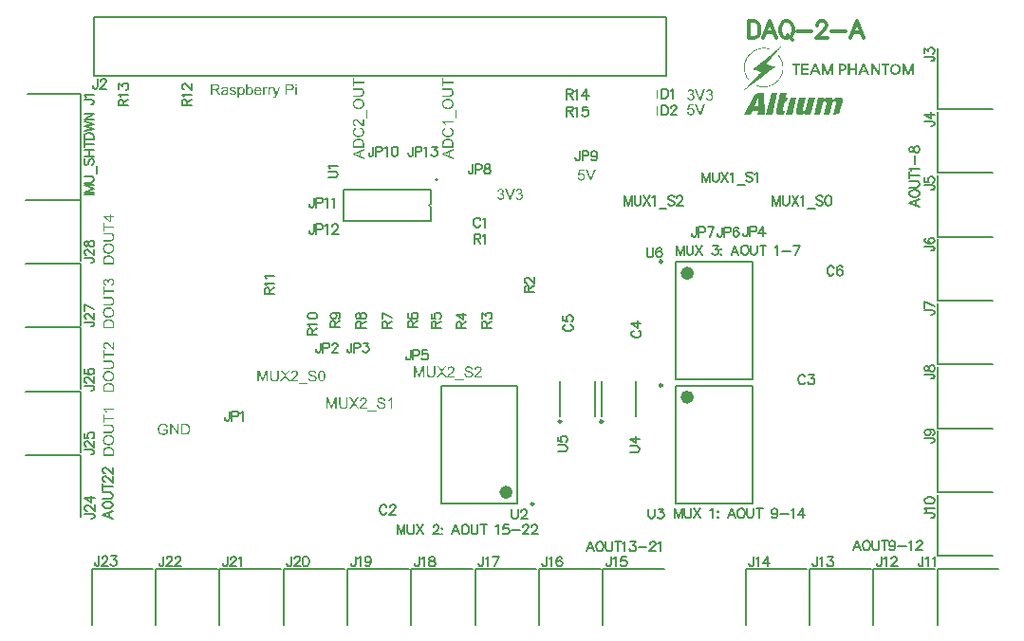
<source format=gto>
G04*
G04 #@! TF.GenerationSoftware,Altium Limited,Altium Designer,20.2.6 (244)*
G04*
G04 Layer_Color=65535*
%FSLAX25Y25*%
%MOIN*%
G70*
G04*
G04 #@! TF.SameCoordinates,B7C649A0-D185-4167-BDA9-E368864AB92A*
G04*
G04*
G04 #@! TF.FilePolarity,Positive*
G04*
G01*
G75*
%ADD10C,0.00984*%
%ADD11C,0.02362*%
%ADD12C,0.00787*%
%ADD13C,0.00197*%
%ADD14C,0.00620*%
%ADD15C,0.01181*%
G36*
X263076Y206155D02*
X263178Y206141D01*
X263310D01*
X263441Y206112D01*
X263601Y206097D01*
X263936Y206039D01*
X264316Y205951D01*
X264724Y205835D01*
X265132Y205689D01*
X265030Y205412D01*
X265015D01*
X264986Y205427D01*
X264928Y205456D01*
X264841Y205470D01*
X264753Y205514D01*
X264636Y205543D01*
X264505Y205587D01*
X264359Y205616D01*
X264039Y205703D01*
X263674Y205776D01*
X263280Y205820D01*
X262872Y205849D01*
X262478D01*
X262347Y205835D01*
X262201D01*
X261866Y205805D01*
X261516Y205762D01*
X261137Y205689D01*
X260743Y205587D01*
X260729D01*
X260700Y205572D01*
X260641Y205558D01*
X260568Y205528D01*
X260481Y205499D01*
X260379Y205456D01*
X260117Y205353D01*
X259825Y205222D01*
X259504Y205062D01*
X259169Y204872D01*
X258819Y204654D01*
X258804D01*
X258775Y204625D01*
X258732Y204595D01*
X258673Y204537D01*
X258498Y204406D01*
X258294Y204216D01*
X258046Y203998D01*
X257784Y203721D01*
X257521Y203429D01*
X257259Y203094D01*
Y203079D01*
X257230Y203050D01*
X257201Y203006D01*
X257157Y202933D01*
X257099Y202846D01*
X257040Y202758D01*
X256967Y202642D01*
X256894Y202510D01*
X256734Y202219D01*
X256574Y201884D01*
X256413Y201519D01*
X256282Y201125D01*
Y201111D01*
X256267Y201082D01*
X256253Y201023D01*
X256238Y200936D01*
X256209Y200848D01*
X256180Y200732D01*
X256165Y200601D01*
X256136Y200455D01*
X256078Y200134D01*
X256034Y199784D01*
X256005Y199390D01*
Y198997D01*
Y198982D01*
Y198953D01*
Y198895D01*
X256020Y198822D01*
X256034Y198720D01*
Y198603D01*
X256049Y198472D01*
X256078Y198341D01*
X256122Y198020D01*
X256209Y197655D01*
X256297Y197291D01*
X256428Y196897D01*
Y196883D01*
X256442Y196853D01*
X256472Y196795D01*
X256501Y196722D01*
X256544Y196635D01*
X256588Y196518D01*
X256719Y196270D01*
X256865Y195979D01*
X257055Y195658D01*
X257288Y195323D01*
X257536Y194987D01*
X257288Y194812D01*
Y194798D01*
X257274Y194812D01*
X257259Y194841D01*
X257215Y194885D01*
X257171Y194958D01*
X257099Y195045D01*
X257026Y195148D01*
X256953Y195264D01*
X256865Y195395D01*
X256676Y195687D01*
X256486Y196022D01*
X256297Y196401D01*
X256136Y196795D01*
Y196810D01*
X256122Y196839D01*
X256107Y196897D01*
X256078Y196985D01*
X256049Y197072D01*
X256005Y197189D01*
X255976Y197320D01*
X255932Y197466D01*
X255859Y197801D01*
X255786Y198166D01*
X255728Y198559D01*
X255699Y198982D01*
Y198997D01*
Y199026D01*
Y199099D01*
Y199172D01*
Y199274D01*
X255713Y199390D01*
Y199536D01*
X255728Y199682D01*
X255757Y200017D01*
X255816Y200396D01*
X255888Y200805D01*
X255990Y201213D01*
Y201227D01*
X256005Y201257D01*
X256020Y201315D01*
X256049Y201402D01*
X256093Y201490D01*
X256122Y201606D01*
X256180Y201738D01*
X256238Y201884D01*
X256384Y202204D01*
X256544Y202554D01*
X256763Y202919D01*
X256996Y203283D01*
X257011Y203298D01*
X257026Y203327D01*
X257069Y203371D01*
X257128Y203444D01*
X257186Y203531D01*
X257274Y203619D01*
X257463Y203852D01*
X257711Y204100D01*
X257988Y204362D01*
X258309Y204639D01*
X258644Y204887D01*
X258659Y204902D01*
X258688Y204916D01*
X258746Y204945D01*
X258804Y205004D01*
X258892Y205047D01*
X258994Y205120D01*
X259125Y205193D01*
X259256Y205266D01*
X259548Y205427D01*
X259898Y205587D01*
X260262Y205747D01*
X260656Y205878D01*
X260671D01*
X260700Y205893D01*
X260758Y205908D01*
X260846Y205922D01*
X260948Y205951D01*
X261064Y205980D01*
X261195Y206010D01*
X261341Y206039D01*
X261677Y206097D01*
X262056Y206141D01*
X262464Y206170D01*
X263003D01*
X263076Y206155D01*
D02*
G37*
G36*
X295429Y196737D02*
X294759D01*
Y198311D01*
X292922D01*
Y196737D01*
X292236D01*
Y200455D01*
X292922D01*
Y198909D01*
X294759D01*
Y200455D01*
X295429D01*
Y196737D01*
D02*
G37*
G36*
X290837Y200440D02*
X290968Y200426D01*
X291099Y200396D01*
X291245Y200338D01*
X291376Y200280D01*
X291493Y200192D01*
X291507Y200178D01*
X291536Y200149D01*
X291580Y200076D01*
X291638Y200003D01*
X291697Y199886D01*
X291741Y199755D01*
X291770Y199594D01*
X291784Y199405D01*
Y199376D01*
Y199317D01*
X291770Y199201D01*
X291741Y199084D01*
X291682Y198938D01*
X291624Y198778D01*
X291522Y198632D01*
X291391Y198486D01*
X291376Y198472D01*
X291318Y198428D01*
X291230Y198370D01*
X291099Y198297D01*
X290939Y198224D01*
X290735Y198151D01*
X290501Y198078D01*
X290224Y198034D01*
X290122Y198632D01*
X290137D01*
X290195Y198647D01*
X290283Y198676D01*
X290385Y198705D01*
X290618Y198793D01*
X290720Y198851D01*
X290822Y198909D01*
X290837Y198924D01*
X290866Y198938D01*
X290895Y198982D01*
X290953Y199040D01*
X291026Y199186D01*
X291055Y199274D01*
X291070Y199376D01*
Y199390D01*
Y199419D01*
X291055Y199507D01*
X291026Y199609D01*
X290953Y199711D01*
X290939Y199726D01*
X290866Y199769D01*
X290764Y199813D01*
X290603Y199828D01*
X289670D01*
Y196737D01*
X288985D01*
Y200455D01*
X290735D01*
X290837Y200440D01*
D02*
G37*
G36*
X303565Y196737D02*
X302894D01*
X300926Y199492D01*
Y196737D01*
X300255D01*
Y200455D01*
X300955D01*
X302909Y197743D01*
Y200455D01*
X303565D01*
Y196737D01*
D02*
G37*
G36*
X315273D02*
X314631D01*
Y199332D01*
X313625Y196737D01*
X313042D01*
X312021Y199332D01*
Y196737D01*
X311380D01*
Y200455D01*
X312094D01*
X313348Y197641D01*
X314587Y200455D01*
X315273D01*
Y196737D01*
D02*
G37*
G36*
X287031D02*
X286404D01*
Y199332D01*
X285384Y196737D01*
X284801D01*
X283780Y199332D01*
Y196737D01*
X283138D01*
Y200455D01*
X283867D01*
X285107Y197641D01*
X286346Y200455D01*
X287031D01*
Y196737D01*
D02*
G37*
G36*
X306773Y199857D02*
X305723D01*
Y196737D01*
X305023D01*
Y199857D01*
X303959D01*
Y200455D01*
X306773D01*
Y199857D01*
D02*
G37*
G36*
X299818Y196737D02*
X299074D01*
X298652Y197743D01*
X297412D01*
X297660Y198341D01*
X298404D01*
X297820Y199740D01*
X296596Y196737D01*
X295896D01*
X297456Y200455D01*
X298200D01*
X299818Y196737D01*
D02*
G37*
G36*
X282701Y196737D02*
X281957D01*
X281535Y197743D01*
X280295D01*
X280529Y198341D01*
X281287D01*
X280703Y199740D01*
X279464Y196737D01*
X278779D01*
X280339Y200455D01*
X281083D01*
X282701Y196737D01*
D02*
G37*
G36*
X278429Y199857D02*
X276563D01*
Y198924D01*
X278327D01*
Y198311D01*
X276563D01*
Y197335D01*
X278458D01*
Y196737D01*
X275892D01*
Y200455D01*
X278429D01*
Y199857D01*
D02*
G37*
G36*
X275499D02*
X274419D01*
Y196737D01*
X273749D01*
Y199857D01*
X272685D01*
Y200455D01*
X275499D01*
Y199857D01*
D02*
G37*
G36*
X309207Y200440D02*
X309412Y200411D01*
X309630Y200353D01*
X309863Y200265D01*
X310082Y200149D01*
X310272Y199988D01*
X310286Y199973D01*
X310345Y199901D01*
X310418Y199799D01*
X310505Y199638D01*
X310593Y199449D01*
X310665Y199201D01*
X310724Y198924D01*
X310738Y198588D01*
Y198574D01*
Y198545D01*
Y198501D01*
Y198443D01*
X310709Y198268D01*
X310680Y198064D01*
X310622Y197830D01*
X310549Y197597D01*
X310432Y197378D01*
X310272Y197174D01*
X310257Y197160D01*
X310184Y197101D01*
X310082Y197028D01*
X309922Y196941D01*
X309732Y196853D01*
X309499Y196781D01*
X309222Y196722D01*
X308901Y196708D01*
X308814D01*
X308755Y196722D01*
X308595Y196737D01*
X308391Y196766D01*
X308172Y196824D01*
X307954Y196912D01*
X307735Y197014D01*
X307531Y197174D01*
X307516Y197203D01*
X307458Y197262D01*
X307385Y197378D01*
X307297Y197539D01*
X307210Y197728D01*
X307122Y197976D01*
X307064Y198253D01*
X307035Y198588D01*
Y198603D01*
Y198632D01*
Y198676D01*
X307050Y198749D01*
X307064Y198909D01*
X307093Y199113D01*
X307152Y199347D01*
X307239Y199580D01*
X307341Y199799D01*
X307502Y199988D01*
X307531Y200003D01*
X307589Y200061D01*
X307706Y200134D01*
X307852Y200236D01*
X308056Y200324D01*
X308289Y200396D01*
X308580Y200455D01*
X308901Y200469D01*
X309047D01*
X309207Y200440D01*
D02*
G37*
G36*
X267859Y203794D02*
X267873Y203764D01*
X267917Y203721D01*
X267975Y203662D01*
X268034Y203575D01*
X268106Y203473D01*
X268194Y203371D01*
X268281Y203239D01*
X268485Y202948D01*
X268675Y202627D01*
X268879Y202248D01*
X269054Y201854D01*
Y201840D01*
X269069Y201811D01*
X269098Y201752D01*
X269127Y201665D01*
X269156Y201563D01*
X269200Y201446D01*
X269244Y201315D01*
X269287Y201169D01*
X269375Y200834D01*
X269448Y200455D01*
X269521Y200046D01*
X269564Y199609D01*
Y199594D01*
Y199551D01*
Y199492D01*
Y199405D01*
Y199303D01*
Y199172D01*
Y199026D01*
X269550Y198865D01*
X269521Y198515D01*
X269477Y198122D01*
X269389Y197699D01*
X269287Y197276D01*
Y197262D01*
X269273Y197232D01*
X269258Y197160D01*
X269229Y197087D01*
X269185Y196985D01*
X269142Y196868D01*
X269098Y196737D01*
X269040Y196591D01*
X268894Y196270D01*
X268704Y195906D01*
X268500Y195541D01*
X268252Y195177D01*
X268238Y195162D01*
X268223Y195133D01*
X268179Y195089D01*
X268136Y195016D01*
X268063Y194943D01*
X267990Y194841D01*
X267786Y194623D01*
X267552Y194360D01*
X267261Y194083D01*
X266940Y193806D01*
X266590Y193544D01*
X266576Y193529D01*
X266546Y193515D01*
X266488Y193485D01*
X266415Y193427D01*
X266328Y193369D01*
X266226Y193310D01*
X266094Y193238D01*
X265963Y193165D01*
X265642Y193004D01*
X265293Y192844D01*
X264899Y192683D01*
X264476Y192552D01*
X264461D01*
X264403Y192538D01*
X264316Y192509D01*
X264199Y192479D01*
X264053Y192450D01*
X263893Y192421D01*
X263557Y192363D01*
X263543D01*
X263485Y192348D01*
X263383D01*
X263266Y192334D01*
X263135Y192319D01*
X262974D01*
X262624Y192304D01*
X262508D01*
X262376Y192319D01*
X262201D01*
X261997Y192334D01*
X261764Y192363D01*
X261531Y192392D01*
X261268Y192436D01*
X261239D01*
X261152Y192465D01*
X261020Y192494D01*
X260846Y192538D01*
X260641Y192596D01*
X260423Y192669D01*
X259956Y192844D01*
X260073Y193121D01*
X260087D01*
X260117Y193106D01*
X260175Y193077D01*
X260262Y193048D01*
X260364Y193019D01*
X260467Y192975D01*
X260598Y192931D01*
X260758Y192888D01*
X261079Y192800D01*
X261458Y192713D01*
X261852Y192654D01*
X262260Y192611D01*
X262799D01*
X262960Y192625D01*
X263280Y192640D01*
X263645Y192683D01*
X264039Y192756D01*
X264432Y192844D01*
X264447D01*
X264476Y192859D01*
X264534Y192873D01*
X264607Y192902D01*
X264709Y192931D01*
X264811Y192975D01*
X265074Y193077D01*
X265380Y193208D01*
X265715Y193369D01*
X266065Y193558D01*
X266415Y193777D01*
X266430Y193792D01*
X266459Y193806D01*
X266503Y193835D01*
X266576Y193894D01*
X266648Y193952D01*
X266736Y194025D01*
X266955Y194214D01*
X267217Y194448D01*
X267479Y194710D01*
X267757Y195016D01*
X268019Y195366D01*
X268034Y195381D01*
X268048Y195410D01*
X268077Y195454D01*
X268136Y195527D01*
X268179Y195614D01*
X268252Y195716D01*
X268325Y195833D01*
X268398Y195964D01*
X268558Y196270D01*
X268719Y196620D01*
X268879Y196999D01*
X269010Y197393D01*
Y197407D01*
X269025Y197437D01*
X269040Y197495D01*
X269054Y197582D01*
X269083Y197670D01*
X269098Y197786D01*
X269127Y197918D01*
X269156Y198064D01*
X269200Y198399D01*
X269244Y198763D01*
X269258Y199143D01*
Y199551D01*
Y199565D01*
Y199594D01*
Y199653D01*
X269244Y199740D01*
X269229Y199828D01*
Y199944D01*
X269200Y200076D01*
X269185Y200221D01*
X269127Y200542D01*
X269040Y200907D01*
X268937Y201286D01*
X268792Y201679D01*
Y201694D01*
X268777Y201723D01*
X268748Y201781D01*
X268719Y201854D01*
X268675Y201956D01*
X268617Y202059D01*
X268485Y202321D01*
X268325Y202612D01*
X268121Y202933D01*
X267888Y203269D01*
X267611Y203604D01*
X267844Y203808D01*
X267859Y203794D01*
D02*
G37*
G36*
X269069Y206914D02*
Y206885D01*
X269083Y206870D01*
Y206841D01*
X269069Y206826D01*
X269054Y206811D01*
X269010Y206768D01*
X268967Y206710D01*
X268821Y206549D01*
X268646Y206345D01*
X268427Y206112D01*
X268194Y205835D01*
X267931Y205558D01*
X267669Y205252D01*
X267654Y205237D01*
X267640Y205222D01*
X267596Y205179D01*
X267552Y205120D01*
X267407Y204960D01*
X267217Y204756D01*
X267013Y204508D01*
X266765Y204231D01*
X266503Y203954D01*
X266240Y203648D01*
X266226Y203633D01*
X266211Y203619D01*
X266167Y203575D01*
X266124Y203517D01*
X265978Y203356D01*
X265788Y203152D01*
X265569Y202904D01*
X265336Y202627D01*
X265074Y202336D01*
X264797Y202029D01*
X264782Y202015D01*
X264768Y202000D01*
X264724Y201956D01*
X264680Y201898D01*
X264534Y201738D01*
X264345Y201534D01*
X264126Y201286D01*
X263893Y201009D01*
X263630Y200732D01*
X263353Y200426D01*
X263368D01*
X263397Y200411D01*
X263441Y200396D01*
X263499Y200382D01*
X263572Y200367D01*
X263660Y200338D01*
X263878Y200280D01*
X264141Y200207D01*
X264418Y200134D01*
X264724Y200046D01*
X265045Y199959D01*
X265059D01*
X265088Y199944D01*
X265132D01*
X265190Y199915D01*
X265263Y199901D01*
X265351Y199872D01*
X265569Y199828D01*
X265832Y199755D01*
X266124Y199682D01*
X266430Y199594D01*
X266751Y199507D01*
X266736Y199492D01*
X266692Y199463D01*
X266619Y199405D01*
X266517Y199332D01*
X266386Y199244D01*
X266240Y199128D01*
X266080Y199011D01*
X265890Y198865D01*
X265686Y198720D01*
X265467Y198559D01*
X265001Y198209D01*
X264505Y197830D01*
X263995Y197437D01*
X263980Y197422D01*
X263936Y197393D01*
X263864Y197335D01*
X263762Y197262D01*
X263630Y197160D01*
X263485Y197057D01*
X263324Y196926D01*
X263135Y196795D01*
X262945Y196635D01*
X262726Y196474D01*
X262260Y196124D01*
X261764Y195760D01*
X261254Y195366D01*
X261239Y195352D01*
X261195Y195323D01*
X261123Y195264D01*
X261020Y195191D01*
X260904Y195104D01*
X260758Y194987D01*
X260583Y194870D01*
X260408Y194725D01*
X260204Y194579D01*
X260000Y194419D01*
X259533Y194069D01*
X259038Y193704D01*
X258527Y193325D01*
X258513Y193310D01*
X258469Y193281D01*
X258396Y193223D01*
X258294Y193150D01*
X258163Y193063D01*
X258017Y192946D01*
X257857Y192829D01*
X257667Y192683D01*
X257478Y192538D01*
X257259Y192377D01*
X256792Y192027D01*
X256311Y191663D01*
X255801Y191284D01*
X255786Y191298D01*
X255772Y191328D01*
Y191342D01*
Y191357D01*
X255786Y191371D01*
X255801Y191386D01*
X255845Y191430D01*
X255903Y191488D01*
X256034Y191648D01*
X256224Y191852D01*
X256442Y192086D01*
X256690Y192348D01*
X256953Y192625D01*
X257230Y192917D01*
X257244Y192931D01*
X257259Y192946D01*
X257303Y192990D01*
X257361Y193048D01*
X257492Y193208D01*
X257682Y193412D01*
X257900Y193646D01*
X258148Y193908D01*
X258411Y194185D01*
X258688Y194477D01*
X258702Y194492D01*
X258717Y194506D01*
X258761Y194550D01*
X258819Y194608D01*
X258965Y194769D01*
X259154Y194973D01*
X259373Y195206D01*
X259635Y195483D01*
X259898Y195774D01*
X260175Y196066D01*
X260190Y196081D01*
X260204Y196095D01*
X260248Y196139D01*
X260306Y196197D01*
X260452Y196358D01*
X260627Y196562D01*
X260860Y196795D01*
X261108Y197072D01*
X261370Y197364D01*
X261648Y197655D01*
X261633D01*
X261618Y197670D01*
X261531Y197699D01*
X261385Y197743D01*
X261210Y197801D01*
X260991Y197874D01*
X260758Y197961D01*
X260510Y198034D01*
X260248Y198122D01*
X260233D01*
X260219Y198136D01*
X260131Y198166D01*
X260000Y198209D01*
X259810Y198268D01*
X259606Y198341D01*
X259373Y198428D01*
X259110Y198515D01*
X258848Y198603D01*
X258863Y198618D01*
X258906Y198647D01*
X258979Y198705D01*
X259067Y198778D01*
X259183Y198880D01*
X259329Y198997D01*
X259490Y199113D01*
X259650Y199259D01*
X259840Y199419D01*
X260044Y199580D01*
X260481Y199930D01*
X260933Y200309D01*
X261414Y200703D01*
X261429Y200717D01*
X261473Y200746D01*
X261545Y200805D01*
X261633Y200877D01*
X261750Y200979D01*
X261881Y201082D01*
X262041Y201213D01*
X262216Y201344D01*
X262406Y201504D01*
X262595Y201665D01*
X263033Y202015D01*
X263499Y202394D01*
X263966Y202773D01*
X263980Y202787D01*
X264024Y202817D01*
X264097Y202875D01*
X264184Y202948D01*
X264301Y203050D01*
X264432Y203167D01*
X264593Y203283D01*
X264768Y203429D01*
X264957Y203575D01*
X265147Y203750D01*
X265584Y204100D01*
X266051Y204479D01*
X266517Y204858D01*
X266532Y204872D01*
X266576Y204902D01*
X266648Y204960D01*
X266736Y205033D01*
X266852Y205135D01*
X266984Y205237D01*
X267144Y205368D01*
X267304Y205499D01*
X267494Y205660D01*
X267698Y205820D01*
X268121Y206170D01*
X268587Y206549D01*
X269054Y206928D01*
X269069Y206914D01*
D02*
G37*
G36*
X289182Y188688D02*
X289298Y188680D01*
X289401Y188666D01*
X289481Y188651D01*
X289539Y188637D01*
X289576Y188629D01*
X289590Y188622D01*
X289699Y188593D01*
X289794Y188557D01*
X289889Y188513D01*
X289962Y188476D01*
X290020Y188440D01*
X290071Y188411D01*
X290100Y188389D01*
X290108Y188382D01*
X290173Y188309D01*
X290232Y188228D01*
X290275Y188148D01*
X290304Y188075D01*
X290326Y188003D01*
X290348Y187944D01*
X290355Y187908D01*
Y187900D01*
Y187893D01*
X290370Y187769D01*
Y187638D01*
X290363Y187514D01*
X290348Y187390D01*
X290326Y187281D01*
X290312Y187201D01*
X290304Y187164D01*
Y187142D01*
X290297Y187128D01*
Y187120D01*
X289466Y183818D01*
X289408Y183658D01*
X289335Y183512D01*
X289247Y183381D01*
X289153Y183271D01*
X289065Y183184D01*
X288992Y183118D01*
X288963Y183096D01*
X288948Y183082D01*
X288934Y183074D01*
X288927Y183067D01*
X288766Y182965D01*
X288606Y182892D01*
X288445Y182841D01*
X288307Y182805D01*
X288183Y182783D01*
X288132Y182775D01*
X288088D01*
X288052Y182768D01*
X287046D01*
X288001Y186581D01*
X288030Y186705D01*
X288037Y186807D01*
Y186894D01*
X288030Y186967D01*
X288015Y187018D01*
X288001Y187062D01*
X287994Y187084D01*
X287986Y187091D01*
X287943Y187150D01*
X287877Y187186D01*
X287811Y187215D01*
X287738Y187237D01*
X287673Y187252D01*
X287622Y187259D01*
X287571D01*
X287454Y187252D01*
X287352Y187230D01*
X287257Y187208D01*
X287184Y187179D01*
X287119Y187142D01*
X287075Y187120D01*
X287046Y187099D01*
X287038Y187091D01*
X286966Y187018D01*
X286907Y186938D01*
X286856Y186858D01*
X286820Y186770D01*
X286783Y186698D01*
X286761Y186639D01*
X286754Y186595D01*
X286747Y186588D01*
Y186581D01*
X285792Y182768D01*
X283641Y182768D01*
X284589Y186574D01*
X284618Y186698D01*
X284633Y186800D01*
Y186894D01*
X284626Y186967D01*
X284611Y187018D01*
X284596Y187062D01*
X284589Y187084D01*
X284582Y187091D01*
X284531Y187150D01*
X284472Y187186D01*
X284400Y187215D01*
X284327Y187237D01*
X284261Y187252D01*
X284210Y187259D01*
X284159D01*
X284050Y187252D01*
X283948Y187230D01*
X283860Y187208D01*
X283787Y187179D01*
X283729Y187142D01*
X283685Y187120D01*
X283656Y187099D01*
X283649Y187091D01*
X283576Y187018D01*
X283518Y186938D01*
X283466Y186858D01*
X283430Y186770D01*
X283401Y186698D01*
X283379Y186639D01*
X283372Y186595D01*
X283364Y186588D01*
Y186581D01*
X282402Y182768D01*
X280252D01*
X281695Y188542D01*
X283867D01*
X283700Y187842D01*
X283722D01*
X283853Y187995D01*
X283984Y188126D01*
X284122Y188236D01*
X284246Y188323D01*
X284356Y188396D01*
X284400Y188425D01*
X284436Y188447D01*
X284472Y188462D01*
X284494Y188476D01*
X284509Y188484D01*
X284516D01*
X284691Y188557D01*
X284873Y188608D01*
X285048Y188651D01*
X285216Y188673D01*
X285289Y188688D01*
X285354D01*
X285413Y188695D01*
X285464Y188702D01*
X285690D01*
X285806Y188695D01*
X285909Y188688D01*
X285996Y188673D01*
X286069Y188666D01*
X286120Y188651D01*
X286149Y188644D01*
X286164D01*
X286259Y188622D01*
X286339Y188600D01*
X286412Y188571D01*
X286477Y188542D01*
X286528Y188520D01*
X286565Y188498D01*
X286586Y188491D01*
X286594Y188484D01*
X286652Y188440D01*
X286703Y188389D01*
X286754Y188345D01*
X286791Y188301D01*
X286820Y188258D01*
X286842Y188228D01*
X286849Y188207D01*
X286856Y188199D01*
X286922Y188068D01*
X286951Y188003D01*
X286973Y187937D01*
X286987Y187886D01*
X287002Y187842D01*
X287009Y187813D01*
Y187806D01*
X287082Y187893D01*
X287155Y187973D01*
X287221Y188046D01*
X287286Y188112D01*
X287345Y188163D01*
X287388Y188199D01*
X287418Y188221D01*
X287425Y188228D01*
X287512Y188294D01*
X287600Y188345D01*
X287680Y188389D01*
X287753Y188433D01*
X287819Y188462D01*
X287870Y188484D01*
X287899Y188491D01*
X287913Y188498D01*
X288096Y188564D01*
X288176Y188593D01*
X288256Y188615D01*
X288314Y188629D01*
X288365Y188644D01*
X288402Y188651D01*
X288409D01*
X288591Y188680D01*
X288679Y188688D01*
X288759Y188695D01*
X288825Y188702D01*
X289058D01*
X289182Y188688D01*
D02*
G37*
G36*
X279187Y182761D02*
X277044D01*
X277212Y183454D01*
X277183D01*
X277051Y183308D01*
X276920Y183184D01*
X276789Y183074D01*
X276665Y182987D01*
X276555Y182921D01*
X276512Y182892D01*
X276475Y182870D01*
X276439Y182856D01*
X276417Y182841D01*
X276402Y182834D01*
X276395D01*
X276220Y182761D01*
X276045Y182710D01*
X275870Y182674D01*
X275710Y182652D01*
X275637Y182637D01*
X275571D01*
X275506Y182630D01*
X275462Y182622D01*
X275221D01*
X275097Y182630D01*
X274981Y182644D01*
X274886Y182659D01*
X274806Y182674D01*
X274748Y182681D01*
X274711Y182695D01*
X274697D01*
X274594Y182732D01*
X274500Y182768D01*
X274419Y182812D01*
X274347Y182856D01*
X274296Y182892D01*
X274252Y182921D01*
X274223Y182943D01*
X274215Y182950D01*
X274143Y183016D01*
X274077Y183089D01*
X274033Y183162D01*
X273997Y183235D01*
X273968Y183308D01*
X273953Y183359D01*
X273938Y183395D01*
Y183410D01*
X273924Y183534D01*
Y183658D01*
X273931Y183782D01*
X273946Y183905D01*
X273968Y184008D01*
X273982Y184095D01*
X273989Y184124D01*
Y184146D01*
X273997Y184161D01*
Y184168D01*
X275090Y188542D01*
X277241D01*
X276286Y184722D01*
X276264Y184598D01*
X276249Y184496D01*
Y184408D01*
X276264Y184336D01*
X276271Y184277D01*
X276286Y184241D01*
X276293Y184212D01*
X276300Y184204D01*
X276351Y184146D01*
X276410Y184102D01*
X276475Y184073D01*
X276548Y184051D01*
X276606Y184037D01*
X276658Y184029D01*
X276709D01*
X276825Y184037D01*
X276927Y184059D01*
X277015Y184088D01*
X277088Y184117D01*
X277146Y184146D01*
X277190Y184175D01*
X277219Y184197D01*
X277226Y184204D01*
X277299Y184277D01*
X277357Y184358D01*
X277408Y184445D01*
X277452Y184532D01*
X277481Y184605D01*
X277503Y184664D01*
X277510Y184707D01*
X277518Y184715D01*
Y184722D01*
X278480Y188542D01*
X280631D01*
X279187Y182761D01*
D02*
G37*
G36*
X272663D02*
X270512D01*
X271955Y188542D01*
X274113D01*
X272663Y182761D01*
D02*
G37*
G36*
X265635D02*
X263477D01*
X265394Y190386D01*
X267545D01*
X265635Y182761D01*
D02*
G37*
G36*
X263025D02*
X260539D01*
X260612Y184088D01*
X258761D01*
X258177Y182768D01*
X255699Y182761D01*
X258972Y188870D01*
X259045Y188994D01*
X259125Y189103D01*
X259205Y189213D01*
X259271Y189300D01*
X259336Y189373D01*
X259380Y189431D01*
X259409Y189461D01*
X259424Y189475D01*
X259526Y189577D01*
X259628Y189665D01*
X259723Y189745D01*
X259810Y189818D01*
X259891Y189869D01*
X259949Y189912D01*
X259985Y189942D01*
X260000Y189949D01*
X260124Y190022D01*
X260241Y190080D01*
X260357Y190138D01*
X260467Y190182D01*
X260554Y190219D01*
X260627Y190241D01*
X260649Y190248D01*
X260671Y190255D01*
X260678Y190262D01*
X260685D01*
X260824Y190299D01*
X260962Y190328D01*
X261093Y190350D01*
X261210Y190364D01*
X261312Y190379D01*
X261392D01*
X261421Y190386D01*
X262741D01*
X263025Y182761D01*
D02*
G37*
G36*
X270257Y188542D02*
X271161D01*
X270840Y187244D01*
X269936D01*
X269251Y184496D01*
X269236Y184416D01*
Y184343D01*
Y184285D01*
X269251Y184233D01*
X269266Y184197D01*
X269280Y184168D01*
X269287Y184153D01*
X269295Y184146D01*
X269346Y184110D01*
X269397Y184080D01*
X269462Y184066D01*
X269528Y184051D01*
X269586Y184044D01*
X270038D01*
X269718Y182761D01*
X269594Y182754D01*
X269477Y182746D01*
X269375Y182739D01*
X269280Y182732D01*
X269200D01*
X269134Y182724D01*
X269083D01*
X268974Y182717D01*
X268762D01*
X268675Y182710D01*
X268318D01*
X268157Y182717D01*
X268019Y182724D01*
X267895Y182739D01*
X267800Y182746D01*
X267727Y182761D01*
X267684Y182768D01*
X267669D01*
X267552Y182797D01*
X267450Y182827D01*
X267363Y182863D01*
X267290Y182892D01*
X267232Y182921D01*
X267195Y182943D01*
X267166Y182958D01*
X267159Y182965D01*
X267093Y183023D01*
X267042Y183089D01*
X266998Y183162D01*
X266969Y183228D01*
X266947Y183293D01*
X266933Y183344D01*
X266925Y183381D01*
Y183395D01*
X266918Y183512D01*
X266925Y183643D01*
X266940Y183767D01*
X266962Y183891D01*
X266976Y184000D01*
X266998Y184080D01*
X267006Y184117D01*
Y184139D01*
X267013Y184153D01*
Y184161D01*
X268566Y190306D01*
X270724D01*
X270257Y188542D01*
D02*
G37*
G36*
X118859Y194264D02*
X122244D01*
Y193753D01*
X118859D01*
Y192488D01*
X118403D01*
Y195529D01*
X118859D01*
Y194264D01*
D02*
G37*
G36*
X120768Y191922D02*
X120823D01*
X120890Y191916D01*
X120957Y191911D01*
X121106Y191894D01*
X121262Y191872D01*
X121412Y191839D01*
X121484Y191816D01*
X121550Y191794D01*
X121556D01*
X121567Y191789D01*
X121584Y191778D01*
X121606Y191766D01*
X121667Y191733D01*
X121745Y191683D01*
X121833Y191617D01*
X121922Y191539D01*
X122017Y191439D01*
X122100Y191317D01*
Y191311D01*
X122111Y191300D01*
X122116Y191284D01*
X122133Y191256D01*
X122150Y191223D01*
X122166Y191178D01*
X122183Y191134D01*
X122205Y191078D01*
X122227Y191017D01*
X122244Y190951D01*
X122261Y190878D01*
X122277Y190795D01*
X122289Y190712D01*
X122300Y190623D01*
X122311Y190423D01*
Y190373D01*
X122305Y190334D01*
Y190290D01*
X122300Y190235D01*
X122294Y190174D01*
X122289Y190112D01*
X122266Y189974D01*
X122233Y189824D01*
X122189Y189680D01*
X122127Y189541D01*
Y189535D01*
X122116Y189524D01*
X122105Y189508D01*
X122094Y189485D01*
X122050Y189424D01*
X121989Y189352D01*
X121911Y189269D01*
X121822Y189191D01*
X121711Y189113D01*
X121589Y189052D01*
X121584D01*
X121572Y189047D01*
X121550Y189041D01*
X121523Y189030D01*
X121489Y189019D01*
X121445Y189008D01*
X121395Y188991D01*
X121334Y188980D01*
X121267Y188969D01*
X121195Y188953D01*
X121117Y188942D01*
X121034Y188930D01*
X120940Y188919D01*
X120840Y188914D01*
X120735Y188908D01*
X120624D01*
X118403D01*
Y189419D01*
X120624D01*
X120629D01*
X120646D01*
X120673D01*
X120707D01*
X120746Y189424D01*
X120796D01*
X120901Y189430D01*
X121023Y189441D01*
X121145Y189458D01*
X121262Y189480D01*
X121312Y189491D01*
X121362Y189508D01*
X121373Y189513D01*
X121400Y189524D01*
X121439Y189552D01*
X121495Y189585D01*
X121550Y189624D01*
X121611Y189680D01*
X121672Y189746D01*
X121722Y189824D01*
X121728Y189835D01*
X121745Y189863D01*
X121761Y189913D01*
X121783Y189979D01*
X121811Y190057D01*
X121828Y190157D01*
X121844Y190262D01*
X121850Y190379D01*
Y190434D01*
X121844Y190468D01*
Y190518D01*
X121839Y190568D01*
X121817Y190690D01*
X121789Y190823D01*
X121745Y190951D01*
X121684Y191073D01*
X121645Y191128D01*
X121600Y191178D01*
X121595Y191184D01*
X121589Y191189D01*
X121572Y191200D01*
X121550Y191217D01*
X121517Y191234D01*
X121484Y191256D01*
X121434Y191278D01*
X121384Y191300D01*
X121323Y191322D01*
X121251Y191339D01*
X121167Y191361D01*
X121079Y191378D01*
X120979Y191395D01*
X120873Y191406D01*
X120751Y191417D01*
X120624D01*
X118403D01*
Y191927D01*
X120624D01*
X120629D01*
X120651D01*
X120679D01*
X120718D01*
X120768Y191922D01*
D02*
G37*
G36*
X120435Y188242D02*
X120485D01*
X120546Y188237D01*
X120612Y188225D01*
X120685Y188220D01*
X120845Y188192D01*
X121023Y188148D01*
X121201Y188087D01*
X121290Y188054D01*
X121378Y188009D01*
X121384D01*
X121400Y187998D01*
X121423Y187987D01*
X121456Y187965D01*
X121495Y187943D01*
X121534Y187915D01*
X121639Y187837D01*
X121750Y187743D01*
X121867Y187632D01*
X121978Y187498D01*
X122078Y187343D01*
Y187338D01*
X122089Y187326D01*
X122100Y187299D01*
X122116Y187265D01*
X122133Y187226D01*
X122150Y187182D01*
X122172Y187127D01*
X122194Y187066D01*
X122216Y186999D01*
X122239Y186927D01*
X122272Y186766D01*
X122300Y186594D01*
X122311Y186411D01*
Y186355D01*
X122305Y186322D01*
Y186272D01*
X122294Y186216D01*
X122289Y186155D01*
X122277Y186083D01*
X122244Y185933D01*
X122200Y185772D01*
X122133Y185606D01*
X122094Y185523D01*
X122050Y185439D01*
X122044Y185434D01*
X122039Y185423D01*
X122022Y185401D01*
X122000Y185367D01*
X121978Y185334D01*
X121944Y185295D01*
X121861Y185201D01*
X121761Y185095D01*
X121639Y184984D01*
X121500Y184884D01*
X121339Y184790D01*
X121334D01*
X121317Y184779D01*
X121295Y184768D01*
X121262Y184757D01*
X121217Y184740D01*
X121167Y184723D01*
X121112Y184701D01*
X121051Y184685D01*
X120979Y184662D01*
X120906Y184640D01*
X120740Y184607D01*
X120568Y184585D01*
X120379Y184574D01*
X120374D01*
X120368D01*
X120335D01*
X120285Y184579D01*
X120218D01*
X120141Y184590D01*
X120046Y184601D01*
X119941Y184618D01*
X119830Y184640D01*
X119713Y184662D01*
X119591Y184696D01*
X119469Y184740D01*
X119341Y184790D01*
X119219Y184846D01*
X119097Y184918D01*
X118986Y184995D01*
X118881Y185084D01*
X118875Y185090D01*
X118859Y185106D01*
X118831Y185140D01*
X118798Y185179D01*
X118753Y185229D01*
X118709Y185290D01*
X118659Y185362D01*
X118609Y185445D01*
X118559Y185534D01*
X118509Y185634D01*
X118465Y185745D01*
X118420Y185861D01*
X118387Y185989D01*
X118359Y186122D01*
X118342Y186261D01*
X118337Y186411D01*
Y186461D01*
X118342Y186500D01*
Y186549D01*
X118348Y186599D01*
X118359Y186666D01*
X118370Y186733D01*
X118398Y186877D01*
X118442Y187043D01*
X118509Y187204D01*
X118548Y187288D01*
X118592Y187371D01*
X118598Y187376D01*
X118603Y187388D01*
X118620Y187410D01*
X118637Y187443D01*
X118664Y187476D01*
X118698Y187521D01*
X118775Y187615D01*
X118875Y187715D01*
X118997Y187826D01*
X119142Y187931D01*
X119303Y188020D01*
X119308D01*
X119325Y188031D01*
X119347Y188042D01*
X119380Y188054D01*
X119425Y188076D01*
X119475Y188092D01*
X119536Y188115D01*
X119602Y188137D01*
X119674Y188153D01*
X119752Y188176D01*
X119841Y188198D01*
X119930Y188214D01*
X120124Y188237D01*
X120335Y188248D01*
X120340D01*
X120363D01*
X120390D01*
X120435Y188242D01*
D02*
G37*
G36*
X123310Y181244D02*
X122971D01*
Y184368D01*
X123310D01*
Y181244D01*
D02*
G37*
G36*
X122244Y178496D02*
X122239D01*
X122216D01*
X122183D01*
X122139Y178502D01*
X122089Y178507D01*
X122033Y178519D01*
X121978Y178530D01*
X121917Y178552D01*
X121911D01*
X121906Y178557D01*
X121872Y178568D01*
X121822Y178591D01*
X121756Y178624D01*
X121678Y178668D01*
X121589Y178724D01*
X121500Y178785D01*
X121406Y178863D01*
X121400D01*
X121395Y178874D01*
X121362Y178902D01*
X121312Y178952D01*
X121239Y179024D01*
X121156Y179107D01*
X121056Y179212D01*
X120945Y179340D01*
X120829Y179479D01*
X120823Y179484D01*
X120807Y179507D01*
X120779Y179540D01*
X120746Y179579D01*
X120701Y179629D01*
X120651Y179690D01*
X120596Y179751D01*
X120535Y179823D01*
X120402Y179962D01*
X120268Y180100D01*
X120202Y180167D01*
X120135Y180228D01*
X120074Y180283D01*
X120013Y180328D01*
X120007D01*
X120002Y180339D01*
X119985Y180350D01*
X119963Y180361D01*
X119902Y180400D01*
X119830Y180444D01*
X119741Y180483D01*
X119647Y180522D01*
X119541Y180544D01*
X119441Y180555D01*
X119436D01*
X119430D01*
X119397Y180550D01*
X119341Y180544D01*
X119280Y180528D01*
X119203Y180506D01*
X119125Y180467D01*
X119047Y180417D01*
X118970Y180350D01*
X118958Y180339D01*
X118936Y180311D01*
X118909Y180272D01*
X118870Y180211D01*
X118836Y180134D01*
X118803Y180045D01*
X118781Y179939D01*
X118775Y179823D01*
Y179789D01*
X118781Y179767D01*
X118786Y179701D01*
X118803Y179623D01*
X118825Y179540D01*
X118864Y179445D01*
X118914Y179357D01*
X118981Y179273D01*
X118992Y179262D01*
X119019Y179240D01*
X119064Y179207D01*
X119131Y179174D01*
X119208Y179135D01*
X119308Y179101D01*
X119419Y179079D01*
X119547Y179068D01*
X119497Y178585D01*
X119491D01*
X119475Y178591D01*
X119447D01*
X119408Y178596D01*
X119364Y178607D01*
X119314Y178619D01*
X119253Y178635D01*
X119192Y178652D01*
X119058Y178696D01*
X118925Y178763D01*
X118859Y178802D01*
X118792Y178852D01*
X118731Y178902D01*
X118675Y178957D01*
X118670Y178963D01*
X118664Y178974D01*
X118648Y178990D01*
X118631Y179018D01*
X118609Y179051D01*
X118587Y179090D01*
X118559Y179135D01*
X118531Y179190D01*
X118503Y179251D01*
X118476Y179318D01*
X118453Y179390D01*
X118431Y179468D01*
X118415Y179551D01*
X118398Y179640D01*
X118392Y179734D01*
X118387Y179834D01*
Y179889D01*
X118392Y179928D01*
X118398Y179973D01*
X118403Y180028D01*
X118415Y180089D01*
X118426Y180150D01*
X118465Y180295D01*
X118520Y180439D01*
X118553Y180511D01*
X118592Y180583D01*
X118642Y180650D01*
X118698Y180711D01*
X118703Y180716D01*
X118709Y180728D01*
X118731Y180739D01*
X118753Y180761D01*
X118781Y180789D01*
X118820Y180816D01*
X118859Y180844D01*
X118909Y180877D01*
X119014Y180933D01*
X119147Y180988D01*
X119214Y181010D01*
X119291Y181022D01*
X119369Y181033D01*
X119452Y181038D01*
X119464D01*
X119491D01*
X119536Y181033D01*
X119597Y181027D01*
X119663Y181016D01*
X119741Y180994D01*
X119824Y180972D01*
X119907Y180938D01*
X119919Y180933D01*
X119946Y180922D01*
X119991Y180900D01*
X120052Y180866D01*
X120118Y180822D01*
X120202Y180766D01*
X120285Y180700D01*
X120379Y180622D01*
X120390Y180611D01*
X120424Y180583D01*
X120451Y180555D01*
X120479Y180528D01*
X120512Y180494D01*
X120557Y180450D01*
X120601Y180406D01*
X120651Y180350D01*
X120707Y180295D01*
X120768Y180228D01*
X120829Y180156D01*
X120901Y180078D01*
X120973Y179989D01*
X121051Y179901D01*
X121056Y179895D01*
X121068Y179884D01*
X121084Y179862D01*
X121106Y179834D01*
X121140Y179801D01*
X121173Y179762D01*
X121245Y179673D01*
X121328Y179579D01*
X121412Y179490D01*
X121484Y179412D01*
X121511Y179379D01*
X121539Y179351D01*
X121545Y179346D01*
X121561Y179329D01*
X121584Y179307D01*
X121617Y179279D01*
X121656Y179251D01*
X121695Y179218D01*
X121789Y179151D01*
Y181044D01*
X122244D01*
Y178496D01*
D02*
G37*
G36*
X121056Y178124D02*
X121090Y178113D01*
X121134Y178097D01*
X121184Y178080D01*
X121245Y178058D01*
X121312Y178030D01*
X121384Y177997D01*
X121539Y177919D01*
X121695Y177819D01*
X121772Y177758D01*
X121850Y177697D01*
X121917Y177631D01*
X121983Y177553D01*
X121989Y177547D01*
X122000Y177536D01*
X122011Y177508D01*
X122033Y177481D01*
X122061Y177436D01*
X122089Y177392D01*
X122116Y177331D01*
X122144Y177270D01*
X122178Y177198D01*
X122205Y177120D01*
X122233Y177037D01*
X122261Y176948D01*
X122283Y176854D01*
X122294Y176754D01*
X122305Y176648D01*
X122311Y176537D01*
Y176476D01*
X122305Y176432D01*
Y176382D01*
X122300Y176321D01*
X122289Y176254D01*
X122277Y176177D01*
X122250Y176015D01*
X122205Y175849D01*
X122144Y175682D01*
X122105Y175605D01*
X122061Y175527D01*
X122055Y175522D01*
X122050Y175511D01*
X122033Y175488D01*
X122011Y175466D01*
X121989Y175433D01*
X121956Y175394D01*
X121917Y175349D01*
X121872Y175305D01*
X121822Y175261D01*
X121772Y175211D01*
X121645Y175111D01*
X121495Y175016D01*
X121328Y174933D01*
X121323D01*
X121306Y174922D01*
X121278Y174917D01*
X121245Y174900D01*
X121201Y174889D01*
X121145Y174872D01*
X121084Y174850D01*
X121018Y174833D01*
X120945Y174817D01*
X120862Y174794D01*
X120690Y174767D01*
X120496Y174745D01*
X120296Y174733D01*
X120291D01*
X120268D01*
X120235D01*
X120196Y174739D01*
X120141D01*
X120085Y174745D01*
X120013Y174750D01*
X119941Y174761D01*
X119780Y174789D01*
X119602Y174828D01*
X119425Y174883D01*
X119253Y174961D01*
X119247Y174967D01*
X119230Y174972D01*
X119208Y174983D01*
X119181Y175005D01*
X119142Y175028D01*
X119097Y175055D01*
X118997Y175127D01*
X118886Y175222D01*
X118775Y175333D01*
X118664Y175461D01*
X118570Y175610D01*
X118564Y175616D01*
X118559Y175633D01*
X118548Y175655D01*
X118531Y175682D01*
X118515Y175727D01*
X118498Y175771D01*
X118476Y175827D01*
X118453Y175888D01*
X118431Y175954D01*
X118409Y176027D01*
X118376Y176182D01*
X118348Y176360D01*
X118337Y176543D01*
Y176598D01*
X118342Y176637D01*
X118348Y176687D01*
X118353Y176748D01*
X118359Y176809D01*
X118376Y176881D01*
X118409Y177031D01*
X118459Y177198D01*
X118492Y177281D01*
X118531Y177359D01*
X118581Y177436D01*
X118631Y177514D01*
X118637Y177520D01*
X118642Y177531D01*
X118659Y177553D01*
X118686Y177581D01*
X118714Y177608D01*
X118753Y177647D01*
X118798Y177686D01*
X118842Y177731D01*
X118897Y177775D01*
X118964Y177819D01*
X119031Y177869D01*
X119103Y177914D01*
X119186Y177953D01*
X119269Y177997D01*
X119358Y178030D01*
X119458Y178063D01*
X119574Y177564D01*
X119569D01*
X119558Y177558D01*
X119536Y177547D01*
X119508Y177536D01*
X119475Y177525D01*
X119430Y177508D01*
X119341Y177464D01*
X119241Y177409D01*
X119142Y177342D01*
X119047Y177259D01*
X118964Y177170D01*
X118953Y177159D01*
X118931Y177126D01*
X118903Y177070D01*
X118864Y176998D01*
X118831Y176903D01*
X118798Y176798D01*
X118775Y176670D01*
X118770Y176532D01*
Y176487D01*
X118775Y176460D01*
Y176421D01*
X118781Y176376D01*
X118798Y176271D01*
X118820Y176154D01*
X118859Y176032D01*
X118914Y175905D01*
X118986Y175788D01*
Y175782D01*
X118997Y175777D01*
X119025Y175738D01*
X119070Y175688D01*
X119136Y175627D01*
X119219Y175555D01*
X119314Y175488D01*
X119430Y175427D01*
X119558Y175372D01*
X119563D01*
X119574Y175366D01*
X119591Y175361D01*
X119619Y175355D01*
X119652Y175344D01*
X119691Y175333D01*
X119785Y175316D01*
X119896Y175294D01*
X120018Y175272D01*
X120152Y175261D01*
X120296Y175255D01*
X120302D01*
X120318D01*
X120346D01*
X120379D01*
X120418Y175261D01*
X120468D01*
X120524Y175266D01*
X120585Y175272D01*
X120718Y175288D01*
X120862Y175316D01*
X121006Y175349D01*
X121151Y175394D01*
X121156D01*
X121167Y175399D01*
X121184Y175411D01*
X121212Y175422D01*
X121278Y175455D01*
X121356Y175505D01*
X121445Y175566D01*
X121539Y175644D01*
X121623Y175733D01*
X121700Y175838D01*
Y175844D01*
X121706Y175855D01*
X121717Y175871D01*
X121728Y175893D01*
X121739Y175921D01*
X121756Y175954D01*
X121789Y176032D01*
X121822Y176132D01*
X121850Y176243D01*
X121872Y176365D01*
X121878Y176493D01*
Y176532D01*
X121872Y176565D01*
Y176604D01*
X121867Y176643D01*
X121844Y176743D01*
X121817Y176859D01*
X121772Y176976D01*
X121711Y177098D01*
X121678Y177159D01*
X121634Y177214D01*
X121628Y177220D01*
X121623Y177225D01*
X121606Y177242D01*
X121589Y177264D01*
X121561Y177287D01*
X121528Y177314D01*
X121495Y177348D01*
X121450Y177375D01*
X121400Y177409D01*
X121345Y177447D01*
X121290Y177481D01*
X121223Y177514D01*
X121151Y177542D01*
X121073Y177569D01*
X120990Y177597D01*
X120901Y177620D01*
X121029Y178130D01*
X121034D01*
X121056Y178124D01*
D02*
G37*
G36*
X120418Y174179D02*
X120463D01*
X120568Y174173D01*
X120690Y174156D01*
X120818Y174140D01*
X120951Y174112D01*
X121084Y174079D01*
X121090D01*
X121101Y174073D01*
X121117Y174067D01*
X121140Y174062D01*
X121201Y174040D01*
X121278Y174006D01*
X121367Y173973D01*
X121456Y173929D01*
X121550Y173873D01*
X121639Y173818D01*
X121650Y173812D01*
X121678Y173790D01*
X121717Y173757D01*
X121767Y173712D01*
X121822Y173662D01*
X121878Y173601D01*
X121939Y173540D01*
X121989Y173468D01*
X121994Y173457D01*
X122011Y173435D01*
X122033Y173396D01*
X122061Y173340D01*
X122094Y173274D01*
X122122Y173196D01*
X122155Y173107D01*
X122183Y173007D01*
Y172996D01*
X122189Y172980D01*
X122194Y172963D01*
X122200Y172907D01*
X122211Y172830D01*
X122222Y172741D01*
X122233Y172636D01*
X122239Y172519D01*
X122244Y172391D01*
Y171009D01*
X118403D01*
Y172486D01*
X118409Y172586D01*
X118415Y172697D01*
X118426Y172808D01*
X118442Y172919D01*
X118459Y173013D01*
Y173019D01*
X118465Y173030D01*
Y173046D01*
X118476Y173068D01*
X118492Y173129D01*
X118520Y173207D01*
X118559Y173296D01*
X118609Y173390D01*
X118664Y173485D01*
X118737Y173574D01*
X118742Y173579D01*
X118748Y173585D01*
X118764Y173601D01*
X118781Y173624D01*
X118836Y173679D01*
X118914Y173746D01*
X119008Y173818D01*
X119119Y173895D01*
X119247Y173968D01*
X119391Y174029D01*
X119397D01*
X119408Y174034D01*
X119430Y174045D01*
X119464Y174051D01*
X119502Y174067D01*
X119547Y174079D01*
X119597Y174090D01*
X119658Y174106D01*
X119719Y174123D01*
X119791Y174134D01*
X119946Y174162D01*
X120118Y174179D01*
X120307Y174184D01*
X120313D01*
X120324D01*
X120352D01*
X120379D01*
X120418Y174179D01*
D02*
G37*
G36*
X122244Y170021D02*
X121079Y169572D01*
Y167963D01*
X122244Y167546D01*
Y167008D01*
X118403Y168473D01*
Y169028D01*
X122244Y170599D01*
Y170021D01*
D02*
G37*
G36*
X150236Y194264D02*
X153622D01*
Y193753D01*
X150236D01*
Y192488D01*
X149781D01*
Y195529D01*
X150236D01*
Y194264D01*
D02*
G37*
G36*
X152146Y191922D02*
X152201D01*
X152268Y191916D01*
X152334Y191911D01*
X152484Y191894D01*
X152640Y191872D01*
X152789Y191839D01*
X152862Y191816D01*
X152928Y191794D01*
X152934D01*
X152945Y191789D01*
X152962Y191778D01*
X152984Y191766D01*
X153045Y191733D01*
X153122Y191683D01*
X153211Y191617D01*
X153300Y191539D01*
X153394Y191439D01*
X153478Y191317D01*
Y191311D01*
X153489Y191300D01*
X153494Y191284D01*
X153511Y191256D01*
X153528Y191223D01*
X153544Y191178D01*
X153561Y191134D01*
X153583Y191078D01*
X153605Y191017D01*
X153622Y190951D01*
X153639Y190878D01*
X153655Y190795D01*
X153666Y190712D01*
X153677Y190623D01*
X153689Y190423D01*
Y190373D01*
X153683Y190334D01*
Y190290D01*
X153677Y190235D01*
X153672Y190174D01*
X153666Y190112D01*
X153644Y189974D01*
X153611Y189824D01*
X153567Y189680D01*
X153506Y189541D01*
Y189535D01*
X153494Y189524D01*
X153483Y189508D01*
X153472Y189485D01*
X153428Y189424D01*
X153367Y189352D01*
X153289Y189269D01*
X153200Y189191D01*
X153089Y189113D01*
X152967Y189052D01*
X152962D01*
X152951Y189047D01*
X152928Y189041D01*
X152901Y189030D01*
X152867Y189019D01*
X152823Y189008D01*
X152773Y188991D01*
X152712Y188980D01*
X152645Y188969D01*
X152573Y188953D01*
X152495Y188942D01*
X152412Y188930D01*
X152318Y188919D01*
X152218Y188914D01*
X152112Y188908D01*
X152001D01*
X149781D01*
Y189419D01*
X152001D01*
X152007D01*
X152024D01*
X152051D01*
X152085D01*
X152123Y189424D01*
X152173D01*
X152279Y189430D01*
X152401Y189441D01*
X152523Y189458D01*
X152640Y189480D01*
X152690Y189491D01*
X152740Y189508D01*
X152751Y189513D01*
X152778Y189524D01*
X152817Y189552D01*
X152873Y189585D01*
X152928Y189624D01*
X152989Y189680D01*
X153050Y189746D01*
X153100Y189824D01*
X153106Y189835D01*
X153122Y189863D01*
X153139Y189913D01*
X153161Y189979D01*
X153189Y190057D01*
X153206Y190157D01*
X153222Y190262D01*
X153228Y190379D01*
Y190434D01*
X153222Y190468D01*
Y190518D01*
X153217Y190568D01*
X153195Y190690D01*
X153167Y190823D01*
X153122Y190951D01*
X153061Y191073D01*
X153023Y191128D01*
X152978Y191178D01*
X152973Y191184D01*
X152967Y191189D01*
X152951Y191200D01*
X152928Y191217D01*
X152895Y191234D01*
X152862Y191256D01*
X152812Y191278D01*
X152762Y191300D01*
X152701Y191322D01*
X152629Y191339D01*
X152545Y191361D01*
X152456Y191378D01*
X152357Y191395D01*
X152251Y191406D01*
X152129Y191417D01*
X152001D01*
X149781D01*
Y191927D01*
X152001D01*
X152007D01*
X152029D01*
X152057D01*
X152096D01*
X152146Y191922D01*
D02*
G37*
G36*
X151813Y188242D02*
X151863D01*
X151924Y188237D01*
X151990Y188225D01*
X152062Y188220D01*
X152223Y188192D01*
X152401Y188148D01*
X152579Y188087D01*
X152667Y188054D01*
X152756Y188009D01*
X152762D01*
X152778Y187998D01*
X152801Y187987D01*
X152834Y187965D01*
X152873Y187943D01*
X152912Y187915D01*
X153017Y187837D01*
X153128Y187743D01*
X153245Y187632D01*
X153356Y187498D01*
X153455Y187343D01*
Y187338D01*
X153467Y187326D01*
X153478Y187299D01*
X153494Y187265D01*
X153511Y187226D01*
X153528Y187182D01*
X153550Y187127D01*
X153572Y187066D01*
X153594Y186999D01*
X153616Y186927D01*
X153650Y186766D01*
X153677Y186594D01*
X153689Y186411D01*
Y186355D01*
X153683Y186322D01*
Y186272D01*
X153672Y186216D01*
X153666Y186155D01*
X153655Y186083D01*
X153622Y185933D01*
X153578Y185772D01*
X153511Y185606D01*
X153472Y185523D01*
X153428Y185439D01*
X153422Y185434D01*
X153417Y185423D01*
X153400Y185401D01*
X153378Y185367D01*
X153356Y185334D01*
X153322Y185295D01*
X153239Y185201D01*
X153139Y185095D01*
X153017Y184984D01*
X152878Y184884D01*
X152717Y184790D01*
X152712D01*
X152695Y184779D01*
X152673Y184768D01*
X152640Y184757D01*
X152595Y184740D01*
X152545Y184723D01*
X152490Y184701D01*
X152429Y184685D01*
X152357Y184662D01*
X152285Y184640D01*
X152118Y184607D01*
X151946Y184585D01*
X151757Y184574D01*
X151752D01*
X151746D01*
X151713D01*
X151663Y184579D01*
X151596D01*
X151519Y184590D01*
X151424Y184601D01*
X151319Y184618D01*
X151208Y184640D01*
X151091Y184662D01*
X150969Y184696D01*
X150847Y184740D01*
X150719Y184790D01*
X150597Y184846D01*
X150475Y184918D01*
X150364Y184995D01*
X150259Y185084D01*
X150253Y185090D01*
X150236Y185106D01*
X150209Y185140D01*
X150175Y185179D01*
X150131Y185229D01*
X150087Y185290D01*
X150037Y185362D01*
X149987Y185445D01*
X149937Y185534D01*
X149887Y185634D01*
X149843Y185745D01*
X149798Y185861D01*
X149765Y185989D01*
X149737Y186122D01*
X149720Y186261D01*
X149715Y186411D01*
Y186461D01*
X149720Y186500D01*
Y186549D01*
X149726Y186599D01*
X149737Y186666D01*
X149748Y186733D01*
X149776Y186877D01*
X149820Y187043D01*
X149887Y187204D01*
X149926Y187288D01*
X149970Y187371D01*
X149976Y187376D01*
X149981Y187388D01*
X149998Y187410D01*
X150014Y187443D01*
X150042Y187476D01*
X150076Y187521D01*
X150153Y187615D01*
X150253Y187715D01*
X150375Y187826D01*
X150520Y187931D01*
X150680Y188020D01*
X150686D01*
X150703Y188031D01*
X150725Y188042D01*
X150758Y188054D01*
X150803Y188076D01*
X150853Y188092D01*
X150914Y188115D01*
X150980Y188137D01*
X151052Y188153D01*
X151130Y188176D01*
X151219Y188198D01*
X151308Y188214D01*
X151502Y188237D01*
X151713Y188248D01*
X151718D01*
X151741D01*
X151768D01*
X151813Y188242D01*
D02*
G37*
G36*
X154688Y181244D02*
X154349D01*
Y184368D01*
X154688D01*
Y181244D01*
D02*
G37*
G36*
X153622Y179867D02*
X150619D01*
X150625Y179862D01*
X150647Y179834D01*
X150680Y179801D01*
X150719Y179745D01*
X150769Y179684D01*
X150825Y179606D01*
X150886Y179518D01*
X150947Y179418D01*
Y179412D01*
X150952Y179407D01*
X150975Y179373D01*
X151002Y179318D01*
X151036Y179251D01*
X151075Y179174D01*
X151113Y179090D01*
X151152Y179007D01*
X151186Y178924D01*
X150731D01*
Y178929D01*
X150719Y178940D01*
X150714Y178963D01*
X150697Y178990D01*
X150680Y179024D01*
X150658Y179062D01*
X150603Y179157D01*
X150542Y179268D01*
X150464Y179379D01*
X150375Y179495D01*
X150281Y179612D01*
X150275Y179618D01*
X150270Y179623D01*
X150253Y179640D01*
X150236Y179662D01*
X150181Y179712D01*
X150114Y179778D01*
X150037Y179845D01*
X149948Y179917D01*
X149859Y179978D01*
X149765Y180034D01*
Y180339D01*
X153622D01*
Y179867D01*
D02*
G37*
G36*
X152434Y178124D02*
X152468Y178113D01*
X152512Y178097D01*
X152562Y178080D01*
X152623Y178058D01*
X152690Y178030D01*
X152762Y177997D01*
X152917Y177919D01*
X153073Y177819D01*
X153150Y177758D01*
X153228Y177697D01*
X153295Y177631D01*
X153361Y177553D01*
X153367Y177547D01*
X153378Y177536D01*
X153389Y177508D01*
X153411Y177481D01*
X153439Y177436D01*
X153467Y177392D01*
X153494Y177331D01*
X153522Y177270D01*
X153555Y177198D01*
X153583Y177120D01*
X153611Y177037D01*
X153639Y176948D01*
X153661Y176854D01*
X153672Y176754D01*
X153683Y176648D01*
X153689Y176537D01*
Y176476D01*
X153683Y176432D01*
Y176382D01*
X153677Y176321D01*
X153666Y176254D01*
X153655Y176177D01*
X153628Y176015D01*
X153583Y175849D01*
X153522Y175682D01*
X153483Y175605D01*
X153439Y175527D01*
X153433Y175522D01*
X153428Y175511D01*
X153411Y175488D01*
X153389Y175466D01*
X153367Y175433D01*
X153333Y175394D01*
X153295Y175349D01*
X153250Y175305D01*
X153200Y175261D01*
X153150Y175211D01*
X153023Y175111D01*
X152873Y175016D01*
X152706Y174933D01*
X152701D01*
X152684Y174922D01*
X152656Y174917D01*
X152623Y174900D01*
X152579Y174889D01*
X152523Y174872D01*
X152462Y174850D01*
X152395Y174833D01*
X152323Y174817D01*
X152240Y174794D01*
X152068Y174767D01*
X151874Y174745D01*
X151674Y174733D01*
X151668D01*
X151646D01*
X151613D01*
X151574Y174739D01*
X151519D01*
X151463Y174745D01*
X151391Y174750D01*
X151319Y174761D01*
X151158Y174789D01*
X150980Y174828D01*
X150803Y174883D01*
X150631Y174961D01*
X150625Y174967D01*
X150608Y174972D01*
X150586Y174983D01*
X150558Y175005D01*
X150520Y175028D01*
X150475Y175055D01*
X150375Y175127D01*
X150264Y175222D01*
X150153Y175333D01*
X150042Y175461D01*
X149948Y175610D01*
X149942Y175616D01*
X149937Y175633D01*
X149926Y175655D01*
X149909Y175682D01*
X149892Y175727D01*
X149876Y175771D01*
X149854Y175827D01*
X149831Y175888D01*
X149809Y175954D01*
X149787Y176027D01*
X149754Y176182D01*
X149726Y176360D01*
X149715Y176543D01*
Y176598D01*
X149720Y176637D01*
X149726Y176687D01*
X149732Y176748D01*
X149737Y176809D01*
X149754Y176881D01*
X149787Y177031D01*
X149837Y177198D01*
X149870Y177281D01*
X149909Y177359D01*
X149959Y177436D01*
X150009Y177514D01*
X150014Y177520D01*
X150020Y177531D01*
X150037Y177553D01*
X150065Y177581D01*
X150092Y177608D01*
X150131Y177647D01*
X150175Y177686D01*
X150220Y177731D01*
X150275Y177775D01*
X150342Y177819D01*
X150409Y177869D01*
X150481Y177914D01*
X150564Y177953D01*
X150647Y177997D01*
X150736Y178030D01*
X150836Y178063D01*
X150952Y177564D01*
X150947D01*
X150936Y177558D01*
X150914Y177547D01*
X150886Y177536D01*
X150853Y177525D01*
X150808Y177508D01*
X150719Y177464D01*
X150619Y177409D01*
X150520Y177342D01*
X150425Y177259D01*
X150342Y177170D01*
X150331Y177159D01*
X150309Y177126D01*
X150281Y177070D01*
X150242Y176998D01*
X150209Y176903D01*
X150175Y176798D01*
X150153Y176670D01*
X150148Y176532D01*
Y176487D01*
X150153Y176460D01*
Y176421D01*
X150159Y176376D01*
X150175Y176271D01*
X150198Y176154D01*
X150236Y176032D01*
X150292Y175905D01*
X150364Y175788D01*
Y175782D01*
X150375Y175777D01*
X150403Y175738D01*
X150447Y175688D01*
X150514Y175627D01*
X150597Y175555D01*
X150692Y175488D01*
X150808Y175427D01*
X150936Y175372D01*
X150941D01*
X150952Y175366D01*
X150969Y175361D01*
X150997Y175355D01*
X151030Y175344D01*
X151069Y175333D01*
X151163Y175316D01*
X151274Y175294D01*
X151397Y175272D01*
X151530Y175261D01*
X151674Y175255D01*
X151680D01*
X151696D01*
X151724D01*
X151757D01*
X151796Y175261D01*
X151846D01*
X151901Y175266D01*
X151963Y175272D01*
X152096Y175288D01*
X152240Y175316D01*
X152384Y175349D01*
X152529Y175394D01*
X152534D01*
X152545Y175399D01*
X152562Y175411D01*
X152590Y175422D01*
X152656Y175455D01*
X152734Y175505D01*
X152823Y175566D01*
X152917Y175644D01*
X153000Y175733D01*
X153078Y175838D01*
Y175844D01*
X153084Y175855D01*
X153095Y175871D01*
X153106Y175893D01*
X153117Y175921D01*
X153134Y175954D01*
X153167Y176032D01*
X153200Y176132D01*
X153228Y176243D01*
X153250Y176365D01*
X153256Y176493D01*
Y176532D01*
X153250Y176565D01*
Y176604D01*
X153245Y176643D01*
X153222Y176743D01*
X153195Y176859D01*
X153150Y176976D01*
X153089Y177098D01*
X153056Y177159D01*
X153012Y177214D01*
X153006Y177220D01*
X153000Y177225D01*
X152984Y177242D01*
X152967Y177264D01*
X152939Y177287D01*
X152906Y177314D01*
X152873Y177348D01*
X152828Y177375D01*
X152778Y177409D01*
X152723Y177447D01*
X152667Y177481D01*
X152601Y177514D01*
X152529Y177542D01*
X152451Y177569D01*
X152368Y177597D01*
X152279Y177620D01*
X152407Y178130D01*
X152412D01*
X152434Y178124D01*
D02*
G37*
G36*
X151796Y174179D02*
X151840D01*
X151946Y174173D01*
X152068Y174156D01*
X152196Y174140D01*
X152329Y174112D01*
X152462Y174079D01*
X152468D01*
X152479Y174073D01*
X152495Y174067D01*
X152518Y174062D01*
X152579Y174040D01*
X152656Y174006D01*
X152745Y173973D01*
X152834Y173929D01*
X152928Y173873D01*
X153017Y173818D01*
X153028Y173812D01*
X153056Y173790D01*
X153095Y173757D01*
X153145Y173712D01*
X153200Y173662D01*
X153256Y173601D01*
X153317Y173540D01*
X153367Y173468D01*
X153372Y173457D01*
X153389Y173435D01*
X153411Y173396D01*
X153439Y173340D01*
X153472Y173274D01*
X153500Y173196D01*
X153533Y173107D01*
X153561Y173007D01*
Y172996D01*
X153567Y172980D01*
X153572Y172963D01*
X153578Y172907D01*
X153589Y172830D01*
X153600Y172741D01*
X153611Y172636D01*
X153616Y172519D01*
X153622Y172391D01*
Y171009D01*
X149781D01*
Y172486D01*
X149787Y172586D01*
X149793Y172697D01*
X149804Y172808D01*
X149820Y172919D01*
X149837Y173013D01*
Y173019D01*
X149843Y173030D01*
Y173046D01*
X149854Y173068D01*
X149870Y173129D01*
X149898Y173207D01*
X149937Y173296D01*
X149987Y173390D01*
X150042Y173485D01*
X150114Y173574D01*
X150120Y173579D01*
X150126Y173585D01*
X150142Y173601D01*
X150159Y173624D01*
X150214Y173679D01*
X150292Y173746D01*
X150386Y173818D01*
X150497Y173895D01*
X150625Y173968D01*
X150769Y174029D01*
X150775D01*
X150786Y174034D01*
X150808Y174045D01*
X150841Y174051D01*
X150880Y174067D01*
X150925Y174079D01*
X150975Y174090D01*
X151036Y174106D01*
X151097Y174123D01*
X151169Y174134D01*
X151324Y174162D01*
X151496Y174179D01*
X151685Y174184D01*
X151691D01*
X151702D01*
X151730D01*
X151757D01*
X151796Y174179D01*
D02*
G37*
G36*
X153622Y170021D02*
X152456Y169572D01*
Y167963D01*
X153622Y167546D01*
Y167008D01*
X149781Y168473D01*
Y169028D01*
X153622Y170599D01*
Y170021D01*
D02*
G37*
G36*
X98667Y192869D02*
X98195D01*
Y193407D01*
X98667D01*
Y192869D01*
D02*
G37*
G36*
X79225Y192409D02*
X79264Y192403D01*
X79348Y192392D01*
X79448Y192370D01*
X79553Y192336D01*
X79658Y192286D01*
X79764Y192225D01*
X79769D01*
X79775Y192214D01*
X79808Y192192D01*
X79858Y192148D01*
X79919Y192092D01*
X79986Y192020D01*
X80052Y191931D01*
X80119Y191826D01*
X80174Y191709D01*
Y191704D01*
X80180Y191693D01*
X80186Y191676D01*
X80197Y191654D01*
X80208Y191620D01*
X80219Y191582D01*
X80247Y191493D01*
X80274Y191382D01*
X80297Y191260D01*
X80313Y191121D01*
X80319Y190977D01*
Y190971D01*
Y190960D01*
Y190938D01*
Y190904D01*
X80313Y190866D01*
Y190821D01*
X80302Y190721D01*
X80280Y190599D01*
X80252Y190472D01*
X80213Y190338D01*
X80164Y190205D01*
Y190200D01*
X80158Y190189D01*
X80147Y190172D01*
X80136Y190150D01*
X80097Y190089D01*
X80047Y190011D01*
X79986Y189928D01*
X79908Y189844D01*
X79819Y189761D01*
X79714Y189683D01*
X79708D01*
X79703Y189678D01*
X79686Y189667D01*
X79664Y189656D01*
X79609Y189628D01*
X79531Y189595D01*
X79436Y189561D01*
X79337Y189534D01*
X79220Y189511D01*
X79103Y189506D01*
X79065D01*
X79020Y189511D01*
X78965Y189517D01*
X78898Y189528D01*
X78826Y189545D01*
X78754Y189567D01*
X78682Y189600D01*
X78676Y189606D01*
X78648Y189617D01*
X78615Y189639D01*
X78571Y189672D01*
X78526Y189706D01*
X78471Y189750D01*
X78421Y189800D01*
X78376Y189856D01*
Y188501D01*
X77905D01*
Y192353D01*
X78332D01*
Y191987D01*
X78338Y191998D01*
X78360Y192020D01*
X78387Y192059D01*
X78432Y192103D01*
X78482Y192159D01*
X78537Y192209D01*
X78604Y192259D01*
X78671Y192303D01*
X78682Y192309D01*
X78704Y192320D01*
X78748Y192336D01*
X78804Y192359D01*
X78870Y192381D01*
X78948Y192397D01*
X79037Y192409D01*
X79137Y192414D01*
X79198D01*
X79225Y192409D01*
D02*
G37*
G36*
X89759D02*
X89820Y192397D01*
X89893Y192375D01*
X89970Y192348D01*
X90059Y192309D01*
X90153Y192259D01*
X89981Y191826D01*
X89976Y191831D01*
X89954Y191842D01*
X89920Y191859D01*
X89876Y191876D01*
X89826Y191892D01*
X89765Y191909D01*
X89704Y191920D01*
X89643Y191926D01*
X89615D01*
X89587Y191920D01*
X89548Y191915D01*
X89510Y191903D01*
X89460Y191887D01*
X89410Y191865D01*
X89365Y191831D01*
X89360Y191826D01*
X89343Y191815D01*
X89327Y191793D01*
X89299Y191765D01*
X89271Y191726D01*
X89243Y191682D01*
X89215Y191631D01*
X89193Y191570D01*
X89188Y191559D01*
X89182Y191526D01*
X89171Y191476D01*
X89154Y191410D01*
X89138Y191326D01*
X89127Y191232D01*
X89121Y191132D01*
X89116Y191021D01*
Y189567D01*
X88644D01*
Y192353D01*
X89071D01*
Y191931D01*
X89077Y191937D01*
X89099Y191976D01*
X89127Y192026D01*
X89171Y192087D01*
X89215Y192148D01*
X89265Y192214D01*
X89315Y192270D01*
X89365Y192314D01*
X89371Y192320D01*
X89388Y192331D01*
X89421Y192348D01*
X89454Y192364D01*
X89499Y192381D01*
X89554Y192397D01*
X89610Y192409D01*
X89671Y192414D01*
X89710D01*
X89759Y192409D01*
D02*
G37*
G36*
X87972D02*
X88033Y192397D01*
X88105Y192375D01*
X88183Y192348D01*
X88272Y192309D01*
X88366Y192259D01*
X88194Y191826D01*
X88189Y191831D01*
X88166Y191842D01*
X88133Y191859D01*
X88089Y191876D01*
X88039Y191892D01*
X87978Y191909D01*
X87917Y191920D01*
X87856Y191926D01*
X87828D01*
X87800Y191920D01*
X87761Y191915D01*
X87723Y191903D01*
X87673Y191887D01*
X87623Y191865D01*
X87578Y191831D01*
X87573Y191826D01*
X87556Y191815D01*
X87539Y191793D01*
X87512Y191765D01*
X87484Y191726D01*
X87456Y191682D01*
X87428Y191631D01*
X87406Y191570D01*
X87401Y191559D01*
X87395Y191526D01*
X87384Y191476D01*
X87367Y191410D01*
X87351Y191326D01*
X87340Y191232D01*
X87334Y191132D01*
X87328Y191021D01*
Y189567D01*
X86857D01*
Y192353D01*
X87284D01*
Y191931D01*
X87290Y191937D01*
X87312Y191976D01*
X87340Y192026D01*
X87384Y192087D01*
X87428Y192148D01*
X87478Y192214D01*
X87528Y192270D01*
X87578Y192314D01*
X87584Y192320D01*
X87600Y192331D01*
X87634Y192348D01*
X87667Y192364D01*
X87712Y192381D01*
X87767Y192397D01*
X87823Y192409D01*
X87884Y192414D01*
X87922D01*
X87972Y192409D01*
D02*
G37*
G36*
X76245D02*
X76328Y192403D01*
X76417Y192392D01*
X76512Y192370D01*
X76612Y192348D01*
X76706Y192314D01*
X76711D01*
X76717Y192309D01*
X76745Y192297D01*
X76789Y192275D01*
X76845Y192248D01*
X76906Y192209D01*
X76967Y192164D01*
X77022Y192114D01*
X77072Y192059D01*
X77078Y192053D01*
X77089Y192031D01*
X77111Y191992D01*
X77139Y191948D01*
X77166Y191881D01*
X77194Y191809D01*
X77216Y191726D01*
X77239Y191631D01*
X76778Y191570D01*
Y191582D01*
X76772Y191604D01*
X76761Y191643D01*
X76745Y191693D01*
X76717Y191743D01*
X76684Y191798D01*
X76645Y191853D01*
X76589Y191903D01*
X76584Y191909D01*
X76561Y191920D01*
X76528Y191942D01*
X76478Y191964D01*
X76423Y191987D01*
X76351Y192009D01*
X76262Y192020D01*
X76167Y192026D01*
X76112D01*
X76056Y192020D01*
X75984Y192015D01*
X75912Y191998D01*
X75835Y191981D01*
X75762Y191953D01*
X75701Y191915D01*
X75696Y191909D01*
X75679Y191898D01*
X75657Y191876D01*
X75635Y191842D01*
X75607Y191809D01*
X75585Y191765D01*
X75568Y191715D01*
X75563Y191665D01*
Y191659D01*
Y191648D01*
X75568Y191631D01*
Y191609D01*
X75585Y191554D01*
X75618Y191498D01*
X75624Y191493D01*
X75629Y191487D01*
X75640Y191471D01*
X75662Y191454D01*
X75685Y191437D01*
X75718Y191415D01*
X75757Y191398D01*
X75801Y191376D01*
X75807D01*
X75818Y191371D01*
X75840Y191365D01*
X75879Y191349D01*
X75934Y191332D01*
X76007Y191315D01*
X76051Y191298D01*
X76101Y191287D01*
X76156Y191271D01*
X76217Y191254D01*
X76223D01*
X76240Y191249D01*
X76267Y191243D01*
X76301Y191232D01*
X76340Y191221D01*
X76389Y191210D01*
X76495Y191176D01*
X76612Y191143D01*
X76728Y191104D01*
X76833Y191065D01*
X76878Y191049D01*
X76917Y191032D01*
X76928Y191027D01*
X76950Y191016D01*
X76983Y190999D01*
X77033Y190971D01*
X77083Y190938D01*
X77133Y190893D01*
X77183Y190843D01*
X77227Y190788D01*
X77233Y190782D01*
X77244Y190760D01*
X77266Y190727D01*
X77289Y190677D01*
X77305Y190616D01*
X77327Y190549D01*
X77338Y190472D01*
X77344Y190383D01*
Y190372D01*
Y190344D01*
X77338Y190299D01*
X77327Y190238D01*
X77311Y190172D01*
X77283Y190100D01*
X77250Y190016D01*
X77205Y189939D01*
X77200Y189928D01*
X77178Y189906D01*
X77150Y189867D01*
X77105Y189822D01*
X77044Y189772D01*
X76978Y189717D01*
X76900Y189667D01*
X76806Y189617D01*
X76800D01*
X76795Y189611D01*
X76761Y189600D01*
X76706Y189584D01*
X76634Y189561D01*
X76545Y189539D01*
X76445Y189523D01*
X76340Y189511D01*
X76217Y189506D01*
X76167D01*
X76129Y189511D01*
X76084D01*
X76029Y189517D01*
X75973Y189523D01*
X75912Y189534D01*
X75779Y189561D01*
X75640Y189600D01*
X75507Y189656D01*
X75446Y189689D01*
X75390Y189728D01*
X75385Y189733D01*
X75379Y189739D01*
X75346Y189772D01*
X75296Y189822D01*
X75241Y189900D01*
X75179Y189994D01*
X75118Y190105D01*
X75069Y190244D01*
X75030Y190399D01*
X75496Y190472D01*
Y190466D01*
Y190461D01*
X75507Y190427D01*
X75518Y190372D01*
X75540Y190311D01*
X75568Y190244D01*
X75601Y190172D01*
X75651Y190100D01*
X75712Y190039D01*
X75723Y190033D01*
X75746Y190016D01*
X75790Y189994D01*
X75846Y189966D01*
X75918Y189939D01*
X76001Y189917D01*
X76101Y189900D01*
X76217Y189894D01*
X76273D01*
X76328Y189900D01*
X76401Y189911D01*
X76478Y189928D01*
X76561Y189950D01*
X76634Y189978D01*
X76700Y190022D01*
X76706Y190028D01*
X76728Y190044D01*
X76750Y190072D01*
X76784Y190111D01*
X76811Y190155D01*
X76839Y190211D01*
X76856Y190266D01*
X76861Y190333D01*
Y190338D01*
Y190361D01*
X76856Y190388D01*
X76845Y190427D01*
X76828Y190466D01*
X76800Y190505D01*
X76767Y190549D01*
X76717Y190583D01*
X76711Y190588D01*
X76695Y190594D01*
X76667Y190610D01*
X76623Y190627D01*
X76556Y190649D01*
X76517Y190666D01*
X76473Y190677D01*
X76423Y190694D01*
X76367Y190710D01*
X76306Y190727D01*
X76234Y190744D01*
X76228D01*
X76212Y190749D01*
X76184Y190755D01*
X76151Y190766D01*
X76106Y190777D01*
X76056Y190794D01*
X75951Y190821D01*
X75829Y190860D01*
X75712Y190893D01*
X75601Y190932D01*
X75551Y190954D01*
X75512Y190971D01*
X75501Y190977D01*
X75479Y190988D01*
X75446Y191010D01*
X75402Y191038D01*
X75352Y191077D01*
X75302Y191121D01*
X75252Y191171D01*
X75207Y191232D01*
X75202Y191237D01*
X75191Y191260D01*
X75174Y191298D01*
X75157Y191343D01*
X75141Y191398D01*
X75124Y191465D01*
X75113Y191532D01*
X75107Y191609D01*
Y191620D01*
Y191643D01*
X75113Y191676D01*
X75118Y191726D01*
X75130Y191776D01*
X75141Y191837D01*
X75163Y191892D01*
X75191Y191953D01*
X75196Y191959D01*
X75207Y191981D01*
X75224Y192009D01*
X75252Y192048D01*
X75285Y192087D01*
X75324Y192137D01*
X75368Y192181D01*
X75424Y192220D01*
X75429Y192225D01*
X75446Y192231D01*
X75468Y192248D01*
X75501Y192264D01*
X75546Y192286D01*
X75596Y192309D01*
X75657Y192331D01*
X75723Y192353D01*
X75735Y192359D01*
X75757Y192364D01*
X75796Y192375D01*
X75846Y192386D01*
X75907Y192397D01*
X75973Y192403D01*
X76051Y192414D01*
X76184D01*
X76245Y192409D01*
D02*
G37*
G36*
X91658Y189523D02*
Y189517D01*
X91652Y189500D01*
X91641Y189478D01*
X91630Y189450D01*
X91613Y189411D01*
X91597Y189367D01*
X91558Y189273D01*
X91519Y189167D01*
X91474Y189062D01*
X91430Y188968D01*
X91408Y188929D01*
X91391Y188890D01*
X91386Y188879D01*
X91369Y188851D01*
X91341Y188812D01*
X91308Y188762D01*
X91264Y188707D01*
X91214Y188651D01*
X91163Y188596D01*
X91102Y188551D01*
X91097Y188546D01*
X91075Y188535D01*
X91041Y188518D01*
X90991Y188496D01*
X90936Y188474D01*
X90869Y188457D01*
X90797Y188446D01*
X90714Y188440D01*
X90692D01*
X90664Y188446D01*
X90625D01*
X90581Y188457D01*
X90531Y188468D01*
X90475Y188479D01*
X90414Y188501D01*
X90364Y188940D01*
X90370D01*
X90392Y188934D01*
X90420Y188929D01*
X90453Y188918D01*
X90542Y188901D01*
X90631Y188895D01*
X90658D01*
X90686Y188901D01*
X90720D01*
X90803Y188918D01*
X90842Y188934D01*
X90881Y188951D01*
X90886D01*
X90897Y188962D01*
X90914Y188973D01*
X90936Y188990D01*
X90986Y189034D01*
X91030Y189095D01*
Y189101D01*
X91041Y189112D01*
X91053Y189134D01*
X91064Y189167D01*
X91086Y189212D01*
X91108Y189278D01*
X91141Y189356D01*
X91175Y189450D01*
Y189456D01*
X91186Y189478D01*
X91197Y189517D01*
X91219Y189567D01*
X90165Y192353D01*
X90664D01*
X91247Y190738D01*
Y190732D01*
X91252Y190727D01*
X91258Y190710D01*
X91264Y190682D01*
X91274Y190655D01*
X91286Y190621D01*
X91313Y190544D01*
X91347Y190449D01*
X91380Y190338D01*
X91413Y190222D01*
X91447Y190094D01*
Y190100D01*
X91452Y190111D01*
X91458Y190128D01*
X91463Y190150D01*
X91469Y190177D01*
X91480Y190211D01*
X91502Y190294D01*
X91530Y190388D01*
X91569Y190499D01*
X91602Y190610D01*
X91646Y190727D01*
X92246Y192353D01*
X92718D01*
X91658Y189523D01*
D02*
G37*
G36*
X98667Y189567D02*
X98195D01*
Y192353D01*
X98667D01*
Y189567D01*
D02*
G37*
G36*
X96336Y193402D02*
X96430Y193396D01*
X96530Y193391D01*
X96625Y193380D01*
X96708Y193369D01*
X96719D01*
X96758Y193358D01*
X96808Y193347D01*
X96874Y193330D01*
X96947Y193302D01*
X97024Y193269D01*
X97108Y193230D01*
X97180Y193185D01*
X97191Y193180D01*
X97213Y193163D01*
X97246Y193130D01*
X97291Y193091D01*
X97341Y193041D01*
X97391Y192975D01*
X97446Y192903D01*
X97491Y192819D01*
X97496Y192808D01*
X97507Y192780D01*
X97529Y192730D01*
X97552Y192664D01*
X97568Y192586D01*
X97590Y192497D01*
X97601Y192397D01*
X97607Y192292D01*
Y192286D01*
Y192270D01*
Y192248D01*
X97601Y192209D01*
X97596Y192170D01*
X97590Y192120D01*
X97579Y192064D01*
X97568Y192003D01*
X97529Y191876D01*
X97507Y191809D01*
X97474Y191737D01*
X97435Y191665D01*
X97396Y191598D01*
X97346Y191532D01*
X97291Y191465D01*
X97285Y191460D01*
X97274Y191448D01*
X97257Y191432D01*
X97230Y191415D01*
X97196Y191387D01*
X97152Y191360D01*
X97097Y191326D01*
X97035Y191298D01*
X96963Y191265D01*
X96880Y191232D01*
X96791Y191204D01*
X96686Y191182D01*
X96575Y191160D01*
X96453Y191143D01*
X96314Y191132D01*
X96170Y191127D01*
X95187D01*
Y189567D01*
X94677D01*
Y193407D01*
X96253D01*
X96336Y193402D01*
D02*
G37*
G36*
X73531Y192409D02*
X73614Y192403D01*
X73709Y192392D01*
X73803Y192375D01*
X73897Y192353D01*
X73986Y192325D01*
X73997Y192320D01*
X74025Y192309D01*
X74064Y192292D01*
X74114Y192270D01*
X74169Y192236D01*
X74225Y192203D01*
X74275Y192159D01*
X74319Y192114D01*
X74325Y192109D01*
X74336Y192092D01*
X74353Y192064D01*
X74375Y192031D01*
X74402Y191981D01*
X74425Y191931D01*
X74447Y191870D01*
X74464Y191798D01*
Y191793D01*
X74469Y191776D01*
X74475Y191743D01*
X74480Y191698D01*
Y191637D01*
X74486Y191565D01*
X74491Y191471D01*
Y191365D01*
Y190732D01*
Y190727D01*
Y190705D01*
Y190671D01*
Y190627D01*
Y190577D01*
Y190516D01*
X74497Y190383D01*
Y190244D01*
X74502Y190105D01*
X74508Y190044D01*
Y189989D01*
X74514Y189939D01*
X74519Y189900D01*
Y189894D01*
X74525Y189872D01*
X74530Y189839D01*
X74547Y189795D01*
X74558Y189744D01*
X74580Y189689D01*
X74608Y189628D01*
X74636Y189567D01*
X74142D01*
X74136Y189573D01*
X74131Y189595D01*
X74120Y189622D01*
X74103Y189667D01*
X74086Y189717D01*
X74075Y189778D01*
X74064Y189844D01*
X74053Y189917D01*
X74047D01*
X74042Y189906D01*
X74009Y189878D01*
X73959Y189839D01*
X73892Y189789D01*
X73809Y189739D01*
X73725Y189683D01*
X73637Y189634D01*
X73542Y189595D01*
X73531Y189589D01*
X73498Y189584D01*
X73448Y189567D01*
X73387Y189550D01*
X73309Y189534D01*
X73220Y189523D01*
X73120Y189511D01*
X73021Y189506D01*
X72976D01*
X72943Y189511D01*
X72904D01*
X72860Y189517D01*
X72760Y189534D01*
X72649Y189561D01*
X72527Y189600D01*
X72416Y189656D01*
X72316Y189728D01*
X72305Y189739D01*
X72277Y189767D01*
X72238Y189817D01*
X72194Y189883D01*
X72149Y189966D01*
X72110Y190061D01*
X72083Y190177D01*
X72077Y190233D01*
X72072Y190299D01*
Y190311D01*
Y190333D01*
X72077Y190372D01*
X72083Y190422D01*
X72094Y190483D01*
X72110Y190544D01*
X72133Y190610D01*
X72160Y190671D01*
X72166Y190677D01*
X72177Y190699D01*
X72199Y190732D01*
X72227Y190771D01*
X72260Y190816D01*
X72305Y190860D01*
X72349Y190904D01*
X72404Y190943D01*
X72410Y190949D01*
X72432Y190960D01*
X72460Y190982D01*
X72504Y191004D01*
X72554Y191027D01*
X72615Y191054D01*
X72676Y191077D01*
X72749Y191099D01*
X72754D01*
X72776Y191104D01*
X72810Y191115D01*
X72854Y191121D01*
X72910Y191132D01*
X72982Y191143D01*
X73065Y191160D01*
X73165Y191171D01*
X73171D01*
X73193Y191176D01*
X73220D01*
X73259Y191182D01*
X73304Y191188D01*
X73359Y191199D01*
X73420Y191204D01*
X73487Y191215D01*
X73620Y191243D01*
X73764Y191271D01*
X73892Y191304D01*
X73953Y191321D01*
X74009Y191337D01*
Y191343D01*
Y191354D01*
X74014Y191387D01*
Y191426D01*
Y191448D01*
Y191460D01*
Y191465D01*
Y191471D01*
Y191504D01*
X74009Y191559D01*
X73997Y191620D01*
X73981Y191687D01*
X73953Y191754D01*
X73920Y191815D01*
X73875Y191865D01*
X73870Y191870D01*
X73842Y191892D01*
X73798Y191915D01*
X73742Y191948D01*
X73664Y191976D01*
X73576Y192003D01*
X73465Y192020D01*
X73337Y192026D01*
X73281D01*
X73226Y192020D01*
X73148Y192009D01*
X73071Y191998D01*
X72987Y191976D01*
X72910Y191948D01*
X72843Y191909D01*
X72838Y191903D01*
X72815Y191887D01*
X72787Y191859D01*
X72754Y191815D01*
X72721Y191759D01*
X72682Y191687D01*
X72649Y191598D01*
X72615Y191498D01*
X72155Y191559D01*
Y191565D01*
X72160Y191570D01*
Y191587D01*
X72166Y191609D01*
X72183Y191659D01*
X72205Y191731D01*
X72233Y191804D01*
X72266Y191881D01*
X72310Y191959D01*
X72360Y192031D01*
X72366Y192037D01*
X72388Y192059D01*
X72421Y192092D01*
X72466Y192137D01*
X72527Y192181D01*
X72599Y192225D01*
X72682Y192275D01*
X72776Y192314D01*
X72782D01*
X72787Y192320D01*
X72804Y192325D01*
X72826Y192331D01*
X72882Y192348D01*
X72960Y192364D01*
X73048Y192381D01*
X73159Y192397D01*
X73276Y192409D01*
X73409Y192414D01*
X73470D01*
X73531Y192409D01*
D02*
G37*
G36*
X70251Y193402D02*
X70301D01*
X70418Y193396D01*
X70540Y193380D01*
X70673Y193363D01*
X70795Y193335D01*
X70856Y193319D01*
X70906Y193302D01*
X70912D01*
X70917Y193297D01*
X70951Y193280D01*
X71000Y193258D01*
X71061Y193219D01*
X71128Y193169D01*
X71200Y193102D01*
X71267Y193025D01*
X71333Y192936D01*
Y192930D01*
X71339Y192925D01*
X71361Y192891D01*
X71383Y192836D01*
X71417Y192764D01*
X71444Y192681D01*
X71472Y192581D01*
X71489Y192475D01*
X71494Y192359D01*
Y192353D01*
Y192342D01*
Y192320D01*
X71489Y192292D01*
Y192253D01*
X71483Y192214D01*
X71461Y192120D01*
X71428Y192009D01*
X71383Y191892D01*
X71317Y191776D01*
X71272Y191720D01*
X71228Y191665D01*
X71222Y191659D01*
X71217Y191654D01*
X71200Y191637D01*
X71178Y191620D01*
X71150Y191598D01*
X71117Y191576D01*
X71073Y191548D01*
X71028Y191515D01*
X70973Y191487D01*
X70912Y191460D01*
X70845Y191426D01*
X70773Y191398D01*
X70690Y191376D01*
X70606Y191349D01*
X70512Y191332D01*
X70412Y191315D01*
X70423Y191310D01*
X70445Y191298D01*
X70479Y191276D01*
X70523Y191254D01*
X70623Y191193D01*
X70673Y191154D01*
X70717Y191121D01*
X70728Y191110D01*
X70756Y191082D01*
X70801Y191038D01*
X70856Y190982D01*
X70917Y190904D01*
X70989Y190821D01*
X71061Y190721D01*
X71139Y190610D01*
X71800Y189567D01*
X71167D01*
X70662Y190366D01*
Y190372D01*
X70651Y190383D01*
X70640Y190399D01*
X70623Y190422D01*
X70584Y190483D01*
X70534Y190560D01*
X70473Y190644D01*
X70412Y190732D01*
X70351Y190816D01*
X70296Y190893D01*
X70290Y190899D01*
X70273Y190921D01*
X70246Y190954D01*
X70207Y190993D01*
X70123Y191077D01*
X70079Y191115D01*
X70035Y191149D01*
X70029Y191154D01*
X70018Y191160D01*
X69996Y191171D01*
X69963Y191188D01*
X69929Y191204D01*
X69890Y191221D01*
X69802Y191249D01*
X69796D01*
X69785Y191254D01*
X69763D01*
X69735Y191260D01*
X69696Y191265D01*
X69652D01*
X69591Y191271D01*
X68936D01*
Y189567D01*
X68425D01*
Y193407D01*
X70207D01*
X70251Y193402D01*
D02*
G37*
G36*
X85109Y192409D02*
X85153Y192403D01*
X85208Y192392D01*
X85269Y192381D01*
X85342Y192364D01*
X85408Y192348D01*
X85486Y192320D01*
X85558Y192292D01*
X85636Y192253D01*
X85713Y192209D01*
X85791Y192159D01*
X85863Y192098D01*
X85930Y192031D01*
X85935Y192026D01*
X85947Y192015D01*
X85963Y191992D01*
X85985Y191959D01*
X86013Y191920D01*
X86041Y191876D01*
X86074Y191820D01*
X86107Y191754D01*
X86141Y191682D01*
X86174Y191604D01*
X86202Y191515D01*
X86230Y191421D01*
X86252Y191315D01*
X86268Y191204D01*
X86279Y191088D01*
X86285Y190960D01*
Y190954D01*
Y190932D01*
Y190893D01*
X86279Y190838D01*
X84198D01*
Y190832D01*
Y190816D01*
X84204Y190794D01*
Y190760D01*
X84209Y190721D01*
X84220Y190677D01*
X84237Y190577D01*
X84271Y190466D01*
X84315Y190344D01*
X84376Y190233D01*
X84454Y190133D01*
X84459D01*
X84465Y190122D01*
X84498Y190094D01*
X84548Y190055D01*
X84614Y190016D01*
X84703Y189972D01*
X84803Y189933D01*
X84914Y189906D01*
X84975Y189900D01*
X85042Y189894D01*
X85086D01*
X85136Y189900D01*
X85197Y189911D01*
X85264Y189928D01*
X85342Y189950D01*
X85414Y189983D01*
X85486Y190028D01*
X85491Y190033D01*
X85519Y190055D01*
X85553Y190089D01*
X85591Y190133D01*
X85636Y190194D01*
X85686Y190272D01*
X85736Y190361D01*
X85780Y190466D01*
X86268Y190405D01*
Y190399D01*
X86263Y190388D01*
X86257Y190366D01*
X86246Y190333D01*
X86230Y190299D01*
X86213Y190255D01*
X86169Y190161D01*
X86113Y190055D01*
X86035Y189944D01*
X85947Y189839D01*
X85836Y189739D01*
X85830D01*
X85819Y189728D01*
X85802Y189717D01*
X85780Y189700D01*
X85747Y189683D01*
X85713Y189667D01*
X85669Y189645D01*
X85619Y189622D01*
X85564Y189600D01*
X85508Y189578D01*
X85369Y189545D01*
X85214Y189517D01*
X85042Y189506D01*
X84981D01*
X84942Y189511D01*
X84892Y189517D01*
X84831Y189528D01*
X84764Y189539D01*
X84692Y189550D01*
X84537Y189595D01*
X84454Y189628D01*
X84376Y189661D01*
X84293Y189706D01*
X84215Y189756D01*
X84143Y189811D01*
X84071Y189878D01*
X84065Y189883D01*
X84054Y189894D01*
X84037Y189917D01*
X84015Y189950D01*
X83987Y189989D01*
X83960Y190033D01*
X83926Y190089D01*
X83893Y190150D01*
X83860Y190222D01*
X83826Y190299D01*
X83799Y190388D01*
X83771Y190483D01*
X83749Y190583D01*
X83732Y190694D01*
X83721Y190810D01*
X83715Y190932D01*
Y190938D01*
Y190965D01*
Y190999D01*
X83721Y191049D01*
X83727Y191110D01*
X83732Y191176D01*
X83743Y191254D01*
X83760Y191332D01*
X83804Y191509D01*
X83832Y191598D01*
X83865Y191693D01*
X83910Y191781D01*
X83960Y191865D01*
X84015Y191948D01*
X84076Y192026D01*
X84082Y192031D01*
X84093Y192042D01*
X84115Y192059D01*
X84143Y192087D01*
X84176Y192114D01*
X84220Y192148D01*
X84271Y192186D01*
X84332Y192220D01*
X84393Y192259D01*
X84465Y192292D01*
X84542Y192325D01*
X84626Y192353D01*
X84714Y192381D01*
X84809Y192397D01*
X84909Y192409D01*
X85014Y192414D01*
X85070D01*
X85109Y192409D01*
D02*
G37*
G36*
X81351Y192037D02*
X81357Y192042D01*
X81362Y192053D01*
X81379Y192070D01*
X81407Y192098D01*
X81434Y192125D01*
X81468Y192159D01*
X81512Y192192D01*
X81556Y192225D01*
X81668Y192297D01*
X81795Y192353D01*
X81867Y192381D01*
X81945Y192397D01*
X82028Y192409D01*
X82112Y192414D01*
X82156D01*
X82206Y192409D01*
X82267Y192403D01*
X82339Y192386D01*
X82422Y192370D01*
X82511Y192342D01*
X82594Y192309D01*
X82605Y192303D01*
X82633Y192292D01*
X82678Y192264D01*
X82727Y192231D01*
X82789Y192192D01*
X82850Y192142D01*
X82916Y192081D01*
X82972Y192015D01*
X82977Y192009D01*
X82994Y191981D01*
X83022Y191942D01*
X83055Y191892D01*
X83094Y191826D01*
X83133Y191748D01*
X83172Y191659D01*
X83205Y191565D01*
Y191559D01*
X83210Y191554D01*
X83216Y191537D01*
X83222Y191521D01*
X83233Y191465D01*
X83249Y191393D01*
X83266Y191310D01*
X83283Y191215D01*
X83288Y191110D01*
X83294Y190999D01*
Y190993D01*
Y190965D01*
Y190932D01*
X83288Y190882D01*
X83283Y190821D01*
X83277Y190755D01*
X83266Y190677D01*
X83249Y190594D01*
X83205Y190416D01*
X83177Y190322D01*
X83144Y190233D01*
X83105Y190139D01*
X83055Y190055D01*
X82999Y189972D01*
X82938Y189894D01*
X82933Y189889D01*
X82922Y189878D01*
X82905Y189861D01*
X82877Y189833D01*
X82838Y189806D01*
X82800Y189772D01*
X82755Y189739D01*
X82700Y189700D01*
X82639Y189667D01*
X82578Y189628D01*
X82428Y189567D01*
X82350Y189539D01*
X82267Y189523D01*
X82178Y189511D01*
X82089Y189506D01*
X82067D01*
X82039Y189511D01*
X82006D01*
X81967Y189517D01*
X81917Y189528D01*
X81806Y189556D01*
X81745Y189578D01*
X81684Y189606D01*
X81618Y189639D01*
X81556Y189678D01*
X81490Y189728D01*
X81429Y189783D01*
X81373Y189844D01*
X81318Y189917D01*
Y189567D01*
X80879D01*
Y193407D01*
X81351D01*
Y192037D01*
D02*
G37*
G36*
X34464Y78955D02*
X31461D01*
X31467Y78949D01*
X31489Y78922D01*
X31522Y78888D01*
X31561Y78833D01*
X31611Y78772D01*
X31666Y78694D01*
X31727Y78605D01*
X31789Y78505D01*
Y78500D01*
X31794Y78494D01*
X31816Y78461D01*
X31844Y78405D01*
X31877Y78339D01*
X31916Y78261D01*
X31955Y78178D01*
X31994Y78095D01*
X32027Y78011D01*
X31572D01*
Y78017D01*
X31561Y78028D01*
X31555Y78050D01*
X31539Y78078D01*
X31522Y78111D01*
X31500Y78150D01*
X31444Y78244D01*
X31383Y78355D01*
X31306Y78466D01*
X31217Y78583D01*
X31122Y78699D01*
X31117Y78705D01*
X31111Y78711D01*
X31095Y78727D01*
X31078Y78749D01*
X31023Y78799D01*
X30956Y78866D01*
X30878Y78933D01*
X30790Y79005D01*
X30701Y79066D01*
X30606Y79121D01*
Y79426D01*
X34464D01*
Y78955D01*
D02*
G37*
G36*
X31078Y76052D02*
X34464D01*
Y75542D01*
X31078D01*
Y74276D01*
X30623D01*
Y77318D01*
X31078D01*
Y76052D01*
D02*
G37*
G36*
X32987Y73710D02*
X33043D01*
X33109Y73704D01*
X33176Y73699D01*
X33326Y73682D01*
X33481Y73660D01*
X33631Y73627D01*
X33703Y73605D01*
X33770Y73582D01*
X33775D01*
X33786Y73577D01*
X33803Y73566D01*
X33825Y73555D01*
X33886Y73521D01*
X33964Y73471D01*
X34053Y73405D01*
X34142Y73327D01*
X34236Y73227D01*
X34319Y73105D01*
Y73099D01*
X34330Y73088D01*
X34336Y73072D01*
X34353Y73044D01*
X34369Y73011D01*
X34386Y72966D01*
X34402Y72922D01*
X34425Y72866D01*
X34447Y72805D01*
X34464Y72739D01*
X34480Y72667D01*
X34497Y72583D01*
X34508Y72500D01*
X34519Y72411D01*
X34530Y72211D01*
Y72162D01*
X34525Y72123D01*
Y72078D01*
X34519Y72023D01*
X34514Y71962D01*
X34508Y71901D01*
X34486Y71762D01*
X34453Y71612D01*
X34408Y71468D01*
X34347Y71329D01*
Y71324D01*
X34336Y71312D01*
X34325Y71296D01*
X34314Y71274D01*
X34269Y71213D01*
X34208Y71140D01*
X34131Y71057D01*
X34042Y70979D01*
X33931Y70902D01*
X33809Y70841D01*
X33803D01*
X33792Y70835D01*
X33770Y70830D01*
X33742Y70819D01*
X33709Y70807D01*
X33664Y70796D01*
X33614Y70780D01*
X33553Y70768D01*
X33487Y70757D01*
X33415Y70741D01*
X33337Y70730D01*
X33254Y70719D01*
X33159Y70707D01*
X33059Y70702D01*
X32954Y70696D01*
X32843D01*
X30623D01*
Y71207D01*
X32843D01*
X32849D01*
X32865D01*
X32893D01*
X32926D01*
X32965Y71213D01*
X33015D01*
X33121Y71218D01*
X33243Y71229D01*
X33365Y71246D01*
X33481Y71268D01*
X33531Y71279D01*
X33581Y71296D01*
X33592Y71301D01*
X33620Y71312D01*
X33659Y71340D01*
X33714Y71373D01*
X33770Y71412D01*
X33831Y71468D01*
X33892Y71534D01*
X33942Y71612D01*
X33947Y71623D01*
X33964Y71651D01*
X33981Y71701D01*
X34003Y71767D01*
X34031Y71845D01*
X34047Y71945D01*
X34064Y72051D01*
X34069Y72167D01*
Y72223D01*
X34064Y72256D01*
Y72306D01*
X34058Y72356D01*
X34036Y72478D01*
X34008Y72611D01*
X33964Y72739D01*
X33903Y72861D01*
X33864Y72916D01*
X33820Y72966D01*
X33814Y72972D01*
X33809Y72977D01*
X33792Y72988D01*
X33770Y73005D01*
X33737Y73022D01*
X33703Y73044D01*
X33653Y73066D01*
X33603Y73088D01*
X33542Y73111D01*
X33470Y73127D01*
X33387Y73150D01*
X33298Y73166D01*
X33198Y73183D01*
X33093Y73194D01*
X32971Y73205D01*
X32843D01*
X30623D01*
Y73716D01*
X32843D01*
X32849D01*
X32871D01*
X32899D01*
X32937D01*
X32987Y73710D01*
D02*
G37*
G36*
X32654Y70030D02*
X32704D01*
X32765Y70025D01*
X32832Y70014D01*
X32904Y70008D01*
X33065Y69980D01*
X33243Y69936D01*
X33420Y69875D01*
X33509Y69842D01*
X33598Y69797D01*
X33603D01*
X33620Y69786D01*
X33642Y69775D01*
X33676Y69753D01*
X33714Y69731D01*
X33753Y69703D01*
X33859Y69625D01*
X33970Y69531D01*
X34086Y69420D01*
X34197Y69287D01*
X34297Y69131D01*
Y69126D01*
X34308Y69115D01*
X34319Y69087D01*
X34336Y69054D01*
X34353Y69015D01*
X34369Y68970D01*
X34391Y68915D01*
X34414Y68854D01*
X34436Y68787D01*
X34458Y68715D01*
X34491Y68554D01*
X34519Y68382D01*
X34530Y68199D01*
Y68143D01*
X34525Y68110D01*
Y68060D01*
X34514Y68005D01*
X34508Y67944D01*
X34497Y67871D01*
X34464Y67722D01*
X34419Y67561D01*
X34353Y67394D01*
X34314Y67311D01*
X34269Y67228D01*
X34264Y67222D01*
X34258Y67211D01*
X34242Y67189D01*
X34219Y67155D01*
X34197Y67122D01*
X34164Y67083D01*
X34081Y66989D01*
X33981Y66883D01*
X33859Y66773D01*
X33720Y66673D01*
X33559Y66578D01*
X33553D01*
X33537Y66567D01*
X33514Y66556D01*
X33481Y66545D01*
X33437Y66528D01*
X33387Y66512D01*
X33331Y66489D01*
X33270Y66473D01*
X33198Y66451D01*
X33126Y66428D01*
X32959Y66395D01*
X32787Y66373D01*
X32599Y66362D01*
X32593D01*
X32588D01*
X32554D01*
X32504Y66367D01*
X32438D01*
X32360Y66378D01*
X32266Y66390D01*
X32160Y66406D01*
X32049Y66428D01*
X31933Y66451D01*
X31811Y66484D01*
X31689Y66528D01*
X31561Y66578D01*
X31439Y66634D01*
X31317Y66706D01*
X31206Y66784D01*
X31100Y66872D01*
X31095Y66878D01*
X31078Y66895D01*
X31050Y66928D01*
X31017Y66967D01*
X30973Y67017D01*
X30928Y67078D01*
X30878Y67150D01*
X30828Y67233D01*
X30778Y67322D01*
X30728Y67422D01*
X30684Y67533D01*
X30640Y67649D01*
X30606Y67777D01*
X30579Y67910D01*
X30562Y68049D01*
X30556Y68199D01*
Y68249D01*
X30562Y68288D01*
Y68338D01*
X30567Y68388D01*
X30579Y68454D01*
X30590Y68521D01*
X30617Y68665D01*
X30662Y68832D01*
X30728Y68993D01*
X30767Y69076D01*
X30812Y69159D01*
X30817Y69165D01*
X30823Y69176D01*
X30839Y69198D01*
X30856Y69231D01*
X30884Y69265D01*
X30917Y69309D01*
X30995Y69403D01*
X31095Y69503D01*
X31217Y69614D01*
X31361Y69720D01*
X31522Y69808D01*
X31528D01*
X31544Y69819D01*
X31567Y69831D01*
X31600Y69842D01*
X31644Y69864D01*
X31694Y69880D01*
X31755Y69903D01*
X31822Y69925D01*
X31894Y69942D01*
X31972Y69964D01*
X32060Y69986D01*
X32149Y70003D01*
X32344Y70025D01*
X32554Y70036D01*
X32560D01*
X32582D01*
X32610D01*
X32654Y70030D01*
D02*
G37*
G36*
X32638Y65812D02*
X32682D01*
X32787Y65807D01*
X32910Y65790D01*
X33037Y65773D01*
X33170Y65746D01*
X33304Y65712D01*
X33309D01*
X33320Y65707D01*
X33337Y65701D01*
X33359Y65696D01*
X33420Y65674D01*
X33498Y65640D01*
X33587Y65607D01*
X33676Y65563D01*
X33770Y65507D01*
X33859Y65452D01*
X33870Y65446D01*
X33898Y65424D01*
X33936Y65391D01*
X33986Y65346D01*
X34042Y65296D01*
X34097Y65235D01*
X34158Y65174D01*
X34208Y65102D01*
X34214Y65091D01*
X34231Y65069D01*
X34253Y65030D01*
X34280Y64974D01*
X34314Y64908D01*
X34341Y64830D01*
X34375Y64741D01*
X34402Y64641D01*
Y64630D01*
X34408Y64614D01*
X34414Y64597D01*
X34419Y64541D01*
X34430Y64464D01*
X34441Y64375D01*
X34453Y64270D01*
X34458Y64153D01*
X34464Y64025D01*
Y62643D01*
X30623D01*
Y64120D01*
X30628Y64219D01*
X30634Y64331D01*
X30645Y64442D01*
X30662Y64552D01*
X30678Y64647D01*
Y64652D01*
X30684Y64663D01*
Y64680D01*
X30695Y64702D01*
X30712Y64763D01*
X30740Y64841D01*
X30778Y64930D01*
X30828Y65024D01*
X30884Y65119D01*
X30956Y65207D01*
X30961Y65213D01*
X30967Y65219D01*
X30984Y65235D01*
X31000Y65257D01*
X31056Y65313D01*
X31134Y65380D01*
X31228Y65452D01*
X31339Y65529D01*
X31467Y65601D01*
X31611Y65662D01*
X31616D01*
X31628Y65668D01*
X31650Y65679D01*
X31683Y65685D01*
X31722Y65701D01*
X31766Y65712D01*
X31816Y65724D01*
X31877Y65740D01*
X31938Y65757D01*
X32010Y65768D01*
X32166Y65796D01*
X32338Y65812D01*
X32527Y65818D01*
X32532D01*
X32543D01*
X32571D01*
X32599D01*
X32638Y65812D01*
D02*
G37*
G36*
X34464Y100085D02*
X34458D01*
X34436D01*
X34402D01*
X34358Y100090D01*
X34308Y100096D01*
X34253Y100107D01*
X34197Y100118D01*
X34136Y100140D01*
X34131D01*
X34125Y100146D01*
X34092Y100157D01*
X34042Y100179D01*
X33975Y100212D01*
X33898Y100257D01*
X33809Y100312D01*
X33720Y100373D01*
X33626Y100451D01*
X33620D01*
X33614Y100462D01*
X33581Y100490D01*
X33531Y100540D01*
X33459Y100612D01*
X33376Y100695D01*
X33276Y100801D01*
X33165Y100928D01*
X33048Y101067D01*
X33043Y101073D01*
X33026Y101095D01*
X32998Y101128D01*
X32965Y101167D01*
X32921Y101217D01*
X32871Y101278D01*
X32815Y101339D01*
X32754Y101411D01*
X32621Y101550D01*
X32488Y101689D01*
X32421Y101755D01*
X32355Y101816D01*
X32293Y101872D01*
X32232Y101916D01*
X32227D01*
X32221Y101927D01*
X32205Y101938D01*
X32182Y101949D01*
X32122Y101988D01*
X32049Y102033D01*
X31960Y102071D01*
X31866Y102110D01*
X31761Y102132D01*
X31661Y102144D01*
X31655D01*
X31650D01*
X31616Y102138D01*
X31561Y102132D01*
X31500Y102116D01*
X31422Y102094D01*
X31345Y102055D01*
X31267Y102005D01*
X31189Y101938D01*
X31178Y101927D01*
X31156Y101899D01*
X31128Y101861D01*
X31089Y101799D01*
X31056Y101722D01*
X31023Y101633D01*
X31000Y101528D01*
X30995Y101411D01*
Y101378D01*
X31000Y101356D01*
X31006Y101289D01*
X31023Y101211D01*
X31045Y101128D01*
X31084Y101034D01*
X31134Y100945D01*
X31200Y100862D01*
X31211Y100850D01*
X31239Y100828D01*
X31283Y100795D01*
X31350Y100762D01*
X31428Y100723D01*
X31528Y100689D01*
X31639Y100667D01*
X31766Y100656D01*
X31716Y100173D01*
X31711D01*
X31694Y100179D01*
X31666D01*
X31628Y100185D01*
X31583Y100196D01*
X31533Y100207D01*
X31472Y100223D01*
X31411Y100240D01*
X31278Y100284D01*
X31145Y100351D01*
X31078Y100390D01*
X31012Y100440D01*
X30950Y100490D01*
X30895Y100545D01*
X30889Y100551D01*
X30884Y100562D01*
X30867Y100578D01*
X30850Y100606D01*
X30828Y100639D01*
X30806Y100678D01*
X30778Y100723D01*
X30751Y100778D01*
X30723Y100839D01*
X30695Y100906D01*
X30673Y100978D01*
X30651Y101056D01*
X30634Y101139D01*
X30617Y101228D01*
X30612Y101322D01*
X30606Y101422D01*
Y101478D01*
X30612Y101516D01*
X30617Y101561D01*
X30623Y101616D01*
X30634Y101677D01*
X30645Y101739D01*
X30684Y101883D01*
X30740Y102027D01*
X30773Y102099D01*
X30812Y102171D01*
X30862Y102238D01*
X30917Y102299D01*
X30923Y102304D01*
X30928Y102316D01*
X30950Y102327D01*
X30973Y102349D01*
X31000Y102377D01*
X31039Y102404D01*
X31078Y102432D01*
X31128Y102465D01*
X31234Y102521D01*
X31367Y102576D01*
X31433Y102599D01*
X31511Y102610D01*
X31589Y102621D01*
X31672Y102626D01*
X31683D01*
X31711D01*
X31755Y102621D01*
X31816Y102615D01*
X31883Y102604D01*
X31960Y102582D01*
X32044Y102560D01*
X32127Y102526D01*
X32138Y102521D01*
X32166Y102510D01*
X32210Y102488D01*
X32271Y102454D01*
X32338Y102410D01*
X32421Y102355D01*
X32504Y102288D01*
X32599Y102210D01*
X32610Y102199D01*
X32643Y102171D01*
X32671Y102144D01*
X32699Y102116D01*
X32732Y102083D01*
X32776Y102038D01*
X32821Y101994D01*
X32871Y101938D01*
X32926Y101883D01*
X32987Y101816D01*
X33048Y101744D01*
X33121Y101666D01*
X33193Y101577D01*
X33270Y101489D01*
X33276Y101483D01*
X33287Y101472D01*
X33304Y101450D01*
X33326Y101422D01*
X33359Y101389D01*
X33392Y101350D01*
X33465Y101261D01*
X33548Y101167D01*
X33631Y101078D01*
X33703Y101000D01*
X33731Y100967D01*
X33759Y100939D01*
X33764Y100934D01*
X33781Y100917D01*
X33803Y100895D01*
X33836Y100867D01*
X33875Y100839D01*
X33914Y100806D01*
X34008Y100739D01*
Y102632D01*
X34464D01*
Y100085D01*
D02*
G37*
G36*
X31078Y98553D02*
X34464D01*
Y98042D01*
X31078D01*
Y96777D01*
X30623D01*
Y99818D01*
X31078D01*
Y98553D01*
D02*
G37*
G36*
X32987Y96211D02*
X33043D01*
X33109Y96205D01*
X33176Y96200D01*
X33326Y96183D01*
X33481Y96161D01*
X33631Y96127D01*
X33703Y96105D01*
X33770Y96083D01*
X33775D01*
X33786Y96077D01*
X33803Y96066D01*
X33825Y96055D01*
X33886Y96022D01*
X33964Y95972D01*
X34053Y95905D01*
X34142Y95828D01*
X34236Y95728D01*
X34319Y95606D01*
Y95600D01*
X34330Y95589D01*
X34336Y95572D01*
X34353Y95545D01*
X34369Y95511D01*
X34386Y95467D01*
X34402Y95423D01*
X34425Y95367D01*
X34447Y95306D01*
X34464Y95239D01*
X34480Y95167D01*
X34497Y95084D01*
X34508Y95001D01*
X34519Y94912D01*
X34530Y94712D01*
Y94662D01*
X34525Y94623D01*
Y94579D01*
X34519Y94524D01*
X34514Y94462D01*
X34508Y94401D01*
X34486Y94263D01*
X34453Y94113D01*
X34408Y93968D01*
X34347Y93830D01*
Y93824D01*
X34336Y93813D01*
X34325Y93796D01*
X34314Y93774D01*
X34269Y93713D01*
X34208Y93641D01*
X34131Y93558D01*
X34042Y93480D01*
X33931Y93402D01*
X33809Y93341D01*
X33803D01*
X33792Y93336D01*
X33770Y93330D01*
X33742Y93319D01*
X33709Y93308D01*
X33664Y93297D01*
X33614Y93280D01*
X33553Y93269D01*
X33487Y93258D01*
X33415Y93241D01*
X33337Y93230D01*
X33254Y93219D01*
X33159Y93208D01*
X33059Y93203D01*
X32954Y93197D01*
X32843D01*
X30623D01*
Y93708D01*
X32843D01*
X32849D01*
X32865D01*
X32893D01*
X32926D01*
X32965Y93713D01*
X33015D01*
X33121Y93719D01*
X33243Y93730D01*
X33365Y93747D01*
X33481Y93769D01*
X33531Y93780D01*
X33581Y93796D01*
X33592Y93802D01*
X33620Y93813D01*
X33659Y93841D01*
X33714Y93874D01*
X33770Y93913D01*
X33831Y93968D01*
X33892Y94035D01*
X33942Y94113D01*
X33947Y94124D01*
X33964Y94152D01*
X33981Y94201D01*
X34003Y94268D01*
X34031Y94346D01*
X34047Y94446D01*
X34064Y94551D01*
X34069Y94668D01*
Y94723D01*
X34064Y94757D01*
Y94806D01*
X34058Y94856D01*
X34036Y94978D01*
X34008Y95112D01*
X33964Y95239D01*
X33903Y95362D01*
X33864Y95417D01*
X33820Y95467D01*
X33814Y95473D01*
X33809Y95478D01*
X33792Y95489D01*
X33770Y95506D01*
X33737Y95522D01*
X33703Y95545D01*
X33653Y95567D01*
X33603Y95589D01*
X33542Y95611D01*
X33470Y95628D01*
X33387Y95650D01*
X33298Y95667D01*
X33198Y95683D01*
X33093Y95695D01*
X32971Y95706D01*
X32843D01*
X30623D01*
Y96216D01*
X32843D01*
X32849D01*
X32871D01*
X32899D01*
X32937D01*
X32987Y96211D01*
D02*
G37*
G36*
X32654Y92531D02*
X32704D01*
X32765Y92526D01*
X32832Y92514D01*
X32904Y92509D01*
X33065Y92481D01*
X33243Y92437D01*
X33420Y92376D01*
X33509Y92342D01*
X33598Y92298D01*
X33603D01*
X33620Y92287D01*
X33642Y92276D01*
X33676Y92254D01*
X33714Y92231D01*
X33753Y92203D01*
X33859Y92126D01*
X33970Y92032D01*
X34086Y91921D01*
X34197Y91787D01*
X34297Y91632D01*
Y91626D01*
X34308Y91615D01*
X34319Y91588D01*
X34336Y91554D01*
X34353Y91515D01*
X34369Y91471D01*
X34391Y91415D01*
X34414Y91354D01*
X34436Y91288D01*
X34458Y91216D01*
X34491Y91055D01*
X34519Y90883D01*
X34530Y90699D01*
Y90644D01*
X34525Y90611D01*
Y90561D01*
X34514Y90505D01*
X34508Y90444D01*
X34497Y90372D01*
X34464Y90222D01*
X34419Y90061D01*
X34353Y89895D01*
X34314Y89811D01*
X34269Y89728D01*
X34264Y89723D01*
X34258Y89712D01*
X34242Y89689D01*
X34219Y89656D01*
X34197Y89623D01*
X34164Y89584D01*
X34081Y89490D01*
X33981Y89384D01*
X33859Y89273D01*
X33720Y89173D01*
X33559Y89079D01*
X33553D01*
X33537Y89068D01*
X33514Y89057D01*
X33481Y89046D01*
X33437Y89029D01*
X33387Y89012D01*
X33331Y88990D01*
X33270Y88973D01*
X33198Y88951D01*
X33126Y88929D01*
X32959Y88896D01*
X32787Y88874D01*
X32599Y88863D01*
X32593D01*
X32588D01*
X32554D01*
X32504Y88868D01*
X32438D01*
X32360Y88879D01*
X32266Y88890D01*
X32160Y88907D01*
X32049Y88929D01*
X31933Y88951D01*
X31811Y88985D01*
X31689Y89029D01*
X31561Y89079D01*
X31439Y89134D01*
X31317Y89207D01*
X31206Y89284D01*
X31100Y89373D01*
X31095Y89379D01*
X31078Y89395D01*
X31050Y89429D01*
X31017Y89467D01*
X30973Y89517D01*
X30928Y89578D01*
X30878Y89650D01*
X30828Y89734D01*
X30778Y89823D01*
X30728Y89922D01*
X30684Y90034D01*
X30640Y90150D01*
X30606Y90278D01*
X30579Y90411D01*
X30562Y90550D01*
X30556Y90699D01*
Y90750D01*
X30562Y90788D01*
Y90838D01*
X30567Y90888D01*
X30579Y90955D01*
X30590Y91021D01*
X30617Y91166D01*
X30662Y91332D01*
X30728Y91493D01*
X30767Y91576D01*
X30812Y91660D01*
X30817Y91665D01*
X30823Y91676D01*
X30839Y91698D01*
X30856Y91732D01*
X30884Y91765D01*
X30917Y91809D01*
X30995Y91904D01*
X31095Y92004D01*
X31217Y92115D01*
X31361Y92220D01*
X31522Y92309D01*
X31528D01*
X31544Y92320D01*
X31567Y92331D01*
X31600Y92342D01*
X31644Y92365D01*
X31694Y92381D01*
X31755Y92403D01*
X31822Y92426D01*
X31894Y92442D01*
X31972Y92464D01*
X32060Y92487D01*
X32149Y92503D01*
X32344Y92526D01*
X32554Y92536D01*
X32560D01*
X32582D01*
X32610D01*
X32654Y92531D01*
D02*
G37*
G36*
X32638Y88313D02*
X32682D01*
X32787Y88307D01*
X32910Y88291D01*
X33037Y88274D01*
X33170Y88246D01*
X33304Y88213D01*
X33309D01*
X33320Y88208D01*
X33337Y88202D01*
X33359Y88196D01*
X33420Y88174D01*
X33498Y88141D01*
X33587Y88108D01*
X33676Y88063D01*
X33770Y88008D01*
X33859Y87952D01*
X33870Y87947D01*
X33898Y87924D01*
X33936Y87891D01*
X33986Y87847D01*
X34042Y87797D01*
X34097Y87736D01*
X34158Y87675D01*
X34208Y87603D01*
X34214Y87591D01*
X34231Y87569D01*
X34253Y87530D01*
X34280Y87475D01*
X34314Y87408D01*
X34341Y87331D01*
X34375Y87242D01*
X34402Y87142D01*
Y87131D01*
X34408Y87114D01*
X34414Y87098D01*
X34419Y87042D01*
X34430Y86964D01*
X34441Y86875D01*
X34453Y86770D01*
X34458Y86654D01*
X34464Y86526D01*
Y85144D01*
X30623D01*
Y86620D01*
X30628Y86720D01*
X30634Y86831D01*
X30645Y86942D01*
X30662Y87053D01*
X30678Y87147D01*
Y87153D01*
X30684Y87164D01*
Y87181D01*
X30695Y87203D01*
X30712Y87264D01*
X30740Y87342D01*
X30778Y87431D01*
X30828Y87525D01*
X30884Y87619D01*
X30956Y87708D01*
X30961Y87714D01*
X30967Y87719D01*
X30984Y87736D01*
X31000Y87758D01*
X31056Y87814D01*
X31134Y87880D01*
X31228Y87952D01*
X31339Y88030D01*
X31467Y88102D01*
X31611Y88163D01*
X31616D01*
X31628Y88169D01*
X31650Y88180D01*
X31683Y88185D01*
X31722Y88202D01*
X31766Y88213D01*
X31816Y88224D01*
X31877Y88241D01*
X31938Y88257D01*
X32010Y88269D01*
X32166Y88296D01*
X32338Y88313D01*
X32527Y88319D01*
X32532D01*
X32543D01*
X32571D01*
X32599D01*
X32638Y88313D01*
D02*
G37*
G36*
X33415Y125050D02*
X33459Y125045D01*
X33509Y125034D01*
X33564Y125023D01*
X33626Y125012D01*
X33759Y124967D01*
X33831Y124934D01*
X33897Y124901D01*
X33970Y124856D01*
X34042Y124806D01*
X34114Y124751D01*
X34181Y124684D01*
X34186Y124679D01*
X34197Y124668D01*
X34214Y124645D01*
X34236Y124618D01*
X34264Y124584D01*
X34291Y124540D01*
X34325Y124490D01*
X34353Y124429D01*
X34386Y124368D01*
X34419Y124296D01*
X34447Y124224D01*
X34475Y124140D01*
X34497Y124051D01*
X34514Y123957D01*
X34525Y123863D01*
X34530Y123757D01*
Y123707D01*
X34525Y123674D01*
X34519Y123630D01*
X34514Y123580D01*
X34502Y123524D01*
X34491Y123463D01*
X34458Y123330D01*
X34402Y123191D01*
X34369Y123119D01*
X34330Y123053D01*
X34280Y122986D01*
X34231Y122919D01*
X34225Y122914D01*
X34214Y122903D01*
X34197Y122886D01*
X34175Y122869D01*
X34147Y122842D01*
X34108Y122814D01*
X34069Y122781D01*
X34020Y122747D01*
X33964Y122714D01*
X33909Y122681D01*
X33775Y122620D01*
X33620Y122570D01*
X33537Y122553D01*
X33448Y122542D01*
X33387Y123014D01*
X33392D01*
X33404Y123019D01*
X33426Y123025D01*
X33453Y123030D01*
X33487Y123036D01*
X33526Y123047D01*
X33609Y123075D01*
X33709Y123114D01*
X33803Y123163D01*
X33892Y123219D01*
X33970Y123286D01*
X33975Y123297D01*
X33997Y123319D01*
X34025Y123363D01*
X34053Y123419D01*
X34086Y123485D01*
X34114Y123569D01*
X34136Y123663D01*
X34142Y123763D01*
Y123796D01*
X34136Y123818D01*
X34130Y123880D01*
X34114Y123957D01*
X34086Y124046D01*
X34047Y124140D01*
X33992Y124235D01*
X33914Y124323D01*
X33903Y124335D01*
X33870Y124362D01*
X33820Y124396D01*
X33753Y124440D01*
X33670Y124484D01*
X33575Y124518D01*
X33465Y124546D01*
X33342Y124557D01*
X33337D01*
X33326D01*
X33309D01*
X33287Y124551D01*
X33226Y124546D01*
X33154Y124529D01*
X33065Y124507D01*
X32976Y124468D01*
X32887Y124412D01*
X32804Y124340D01*
X32793Y124329D01*
X32771Y124301D01*
X32737Y124257D01*
X32699Y124196D01*
X32660Y124118D01*
X32627Y124024D01*
X32604Y123918D01*
X32593Y123802D01*
Y123752D01*
X32599Y123713D01*
X32604Y123663D01*
X32615Y123608D01*
X32627Y123541D01*
X32643Y123469D01*
X32227Y123524D01*
Y123552D01*
X32232Y123574D01*
Y123646D01*
X32221Y123707D01*
X32210Y123780D01*
X32194Y123863D01*
X32166Y123957D01*
X32127Y124046D01*
X32077Y124140D01*
Y124146D01*
X32072Y124151D01*
X32049Y124179D01*
X32010Y124218D01*
X31960Y124262D01*
X31888Y124307D01*
X31805Y124346D01*
X31711Y124373D01*
X31655Y124384D01*
X31594D01*
X31589D01*
X31583D01*
X31550D01*
X31505Y124373D01*
X31444Y124362D01*
X31378Y124340D01*
X31306Y124312D01*
X31233Y124268D01*
X31167Y124207D01*
X31161Y124201D01*
X31139Y124174D01*
X31111Y124135D01*
X31078Y124085D01*
X31050Y124018D01*
X31023Y123941D01*
X31000Y123852D01*
X30995Y123752D01*
Y123707D01*
X31006Y123658D01*
X31017Y123591D01*
X31039Y123519D01*
X31067Y123447D01*
X31111Y123369D01*
X31167Y123297D01*
X31172Y123291D01*
X31200Y123269D01*
X31239Y123236D01*
X31295Y123197D01*
X31367Y123158D01*
X31455Y123119D01*
X31561Y123086D01*
X31683Y123064D01*
X31600Y122592D01*
X31594D01*
X31578Y122597D01*
X31555Y122603D01*
X31522Y122608D01*
X31483Y122620D01*
X31439Y122636D01*
X31333Y122670D01*
X31211Y122725D01*
X31089Y122792D01*
X30973Y122875D01*
X30867Y122980D01*
X30862Y122986D01*
X30856Y122997D01*
X30845Y123014D01*
X30828Y123036D01*
X30806Y123064D01*
X30784Y123102D01*
X30762Y123141D01*
X30734Y123191D01*
X30690Y123302D01*
X30645Y123430D01*
X30617Y123580D01*
X30606Y123658D01*
Y123796D01*
X30612Y123857D01*
X30623Y123929D01*
X30640Y124018D01*
X30667Y124118D01*
X30701Y124218D01*
X30745Y124318D01*
Y124323D01*
X30751Y124329D01*
X30767Y124362D01*
X30801Y124412D01*
X30839Y124468D01*
X30895Y124534D01*
X30956Y124601D01*
X31028Y124668D01*
X31111Y124723D01*
X31122Y124729D01*
X31150Y124745D01*
X31200Y124767D01*
X31261Y124795D01*
X31333Y124823D01*
X31417Y124845D01*
X31511Y124862D01*
X31605Y124867D01*
X31616D01*
X31650D01*
X31694Y124862D01*
X31755Y124851D01*
X31827Y124834D01*
X31905Y124806D01*
X31983Y124773D01*
X32060Y124729D01*
X32072Y124723D01*
X32094Y124706D01*
X32133Y124673D01*
X32177Y124629D01*
X32227Y124573D01*
X32282Y124507D01*
X32332Y124429D01*
X32382Y124335D01*
Y124340D01*
X32388Y124351D01*
X32393Y124368D01*
X32399Y124390D01*
X32421Y124451D01*
X32454Y124529D01*
X32499Y124618D01*
X32554Y124706D01*
X32627Y124790D01*
X32710Y124867D01*
X32721Y124873D01*
X32754Y124895D01*
X32810Y124928D01*
X32882Y124962D01*
X32971Y124995D01*
X33076Y125028D01*
X33198Y125050D01*
X33331Y125056D01*
X33337D01*
X33354D01*
X33381D01*
X33415Y125050D01*
D02*
G37*
G36*
X31078Y120938D02*
X34464D01*
Y120427D01*
X31078D01*
Y119162D01*
X30623D01*
Y122203D01*
X31078D01*
Y120938D01*
D02*
G37*
G36*
X32987Y118596D02*
X33043D01*
X33109Y118590D01*
X33176Y118585D01*
X33326Y118568D01*
X33481Y118546D01*
X33631Y118513D01*
X33703Y118490D01*
X33770Y118468D01*
X33775D01*
X33786Y118463D01*
X33803Y118452D01*
X33825Y118440D01*
X33886Y118407D01*
X33964Y118357D01*
X34053Y118291D01*
X34142Y118213D01*
X34236Y118113D01*
X34319Y117991D01*
Y117985D01*
X34330Y117974D01*
X34336Y117958D01*
X34353Y117930D01*
X34369Y117897D01*
X34386Y117852D01*
X34402Y117808D01*
X34425Y117752D01*
X34447Y117691D01*
X34464Y117625D01*
X34480Y117552D01*
X34497Y117469D01*
X34508Y117386D01*
X34519Y117297D01*
X34530Y117097D01*
Y117047D01*
X34525Y117009D01*
Y116964D01*
X34519Y116909D01*
X34514Y116848D01*
X34508Y116787D01*
X34486Y116648D01*
X34452Y116498D01*
X34408Y116354D01*
X34347Y116215D01*
Y116209D01*
X34336Y116198D01*
X34325Y116182D01*
X34314Y116159D01*
X34269Y116098D01*
X34208Y116026D01*
X34130Y115943D01*
X34042Y115865D01*
X33931Y115788D01*
X33809Y115726D01*
X33803D01*
X33792Y115721D01*
X33770Y115715D01*
X33742Y115704D01*
X33709Y115693D01*
X33664Y115682D01*
X33614Y115665D01*
X33553Y115654D01*
X33487Y115643D01*
X33415Y115627D01*
X33337Y115615D01*
X33254Y115604D01*
X33159Y115593D01*
X33059Y115588D01*
X32954Y115582D01*
X32843D01*
X30623D01*
Y116093D01*
X32843D01*
X32849D01*
X32865D01*
X32893D01*
X32926D01*
X32965Y116098D01*
X33015D01*
X33120Y116104D01*
X33242Y116115D01*
X33365Y116132D01*
X33481Y116154D01*
X33531Y116165D01*
X33581Y116182D01*
X33592Y116187D01*
X33620Y116198D01*
X33659Y116226D01*
X33714Y116259D01*
X33770Y116298D01*
X33831Y116354D01*
X33892Y116420D01*
X33942Y116498D01*
X33947Y116509D01*
X33964Y116537D01*
X33981Y116587D01*
X34003Y116653D01*
X34031Y116731D01*
X34047Y116831D01*
X34064Y116936D01*
X34069Y117053D01*
Y117109D01*
X34064Y117142D01*
Y117192D01*
X34058Y117242D01*
X34036Y117364D01*
X34008Y117497D01*
X33964Y117625D01*
X33903Y117747D01*
X33864Y117802D01*
X33820Y117852D01*
X33814Y117858D01*
X33809Y117863D01*
X33792Y117874D01*
X33770Y117891D01*
X33737Y117908D01*
X33703Y117930D01*
X33653Y117952D01*
X33603Y117974D01*
X33542Y117997D01*
X33470Y118013D01*
X33387Y118035D01*
X33298Y118052D01*
X33198Y118069D01*
X33093Y118080D01*
X32971Y118091D01*
X32843D01*
X30623D01*
Y118601D01*
X32843D01*
X32849D01*
X32871D01*
X32899D01*
X32937D01*
X32987Y118596D01*
D02*
G37*
G36*
X32654Y114916D02*
X32704D01*
X32765Y114911D01*
X32832Y114900D01*
X32904Y114894D01*
X33065Y114866D01*
X33242Y114822D01*
X33420Y114761D01*
X33509Y114727D01*
X33598Y114683D01*
X33603D01*
X33620Y114672D01*
X33642Y114661D01*
X33676Y114639D01*
X33714Y114617D01*
X33753Y114589D01*
X33859Y114511D01*
X33970Y114417D01*
X34086Y114306D01*
X34197Y114172D01*
X34297Y114017D01*
Y114012D01*
X34308Y114000D01*
X34319Y113973D01*
X34336Y113939D01*
X34353Y113901D01*
X34369Y113856D01*
X34391Y113801D01*
X34414Y113740D01*
X34436Y113673D01*
X34458Y113601D01*
X34491Y113440D01*
X34519Y113268D01*
X34530Y113085D01*
Y113029D01*
X34525Y112996D01*
Y112946D01*
X34514Y112891D01*
X34508Y112829D01*
X34497Y112757D01*
X34464Y112607D01*
X34419Y112446D01*
X34353Y112280D01*
X34314Y112197D01*
X34269Y112113D01*
X34264Y112108D01*
X34258Y112097D01*
X34242Y112075D01*
X34219Y112041D01*
X34197Y112008D01*
X34164Y111969D01*
X34081Y111875D01*
X33981Y111769D01*
X33859Y111658D01*
X33720Y111558D01*
X33559Y111464D01*
X33553D01*
X33537Y111453D01*
X33514Y111442D01*
X33481Y111431D01*
X33437Y111414D01*
X33387Y111398D01*
X33331Y111375D01*
X33270Y111359D01*
X33198Y111337D01*
X33126Y111314D01*
X32959Y111281D01*
X32787Y111259D01*
X32599Y111248D01*
X32593D01*
X32588D01*
X32554D01*
X32504Y111253D01*
X32438D01*
X32360Y111264D01*
X32266Y111275D01*
X32160Y111292D01*
X32049Y111314D01*
X31933Y111337D01*
X31811Y111370D01*
X31688Y111414D01*
X31561Y111464D01*
X31439Y111520D01*
X31317Y111592D01*
X31206Y111670D01*
X31100Y111758D01*
X31095Y111764D01*
X31078Y111781D01*
X31050Y111814D01*
X31017Y111853D01*
X30973Y111903D01*
X30928Y111964D01*
X30878Y112036D01*
X30828Y112119D01*
X30778Y112208D01*
X30728Y112308D01*
X30684Y112419D01*
X30640Y112535D01*
X30606Y112663D01*
X30579Y112796D01*
X30562Y112935D01*
X30556Y113085D01*
Y113135D01*
X30562Y113173D01*
Y113224D01*
X30567Y113273D01*
X30579Y113340D01*
X30590Y113407D01*
X30617Y113551D01*
X30662Y113717D01*
X30728Y113878D01*
X30767Y113962D01*
X30812Y114045D01*
X30817Y114050D01*
X30823Y114061D01*
X30839Y114084D01*
X30856Y114117D01*
X30884Y114150D01*
X30917Y114195D01*
X30995Y114289D01*
X31095Y114389D01*
X31217Y114500D01*
X31361Y114605D01*
X31522Y114694D01*
X31528D01*
X31544Y114705D01*
X31566Y114716D01*
X31600Y114727D01*
X31644Y114750D01*
X31694Y114766D01*
X31755Y114789D01*
X31822Y114811D01*
X31894Y114827D01*
X31972Y114850D01*
X32060Y114872D01*
X32149Y114889D01*
X32344Y114911D01*
X32554Y114922D01*
X32560D01*
X32582D01*
X32610D01*
X32654Y114916D01*
D02*
G37*
G36*
X32638Y110698D02*
X32682D01*
X32787Y110693D01*
X32910Y110676D01*
X33037Y110659D01*
X33170Y110632D01*
X33304Y110598D01*
X33309D01*
X33320Y110593D01*
X33337Y110587D01*
X33359Y110582D01*
X33420Y110559D01*
X33498Y110526D01*
X33587Y110493D01*
X33676Y110449D01*
X33770Y110393D01*
X33859Y110337D01*
X33870Y110332D01*
X33897Y110310D01*
X33936Y110276D01*
X33986Y110232D01*
X34042Y110182D01*
X34097Y110121D01*
X34158Y110060D01*
X34208Y109988D01*
X34214Y109977D01*
X34231Y109955D01*
X34253Y109916D01*
X34280Y109860D01*
X34314Y109794D01*
X34341Y109716D01*
X34375Y109627D01*
X34402Y109527D01*
Y109516D01*
X34408Y109499D01*
X34414Y109483D01*
X34419Y109427D01*
X34430Y109350D01*
X34441Y109261D01*
X34452Y109155D01*
X34458Y109039D01*
X34464Y108911D01*
Y107529D01*
X30623D01*
Y109005D01*
X30628Y109105D01*
X30634Y109216D01*
X30645Y109327D01*
X30662Y109438D01*
X30678Y109533D01*
Y109538D01*
X30684Y109549D01*
Y109566D01*
X30695Y109588D01*
X30712Y109649D01*
X30740Y109727D01*
X30778Y109816D01*
X30828Y109910D01*
X30884Y110004D01*
X30956Y110093D01*
X30961Y110099D01*
X30967Y110104D01*
X30984Y110121D01*
X31000Y110143D01*
X31056Y110199D01*
X31134Y110265D01*
X31228Y110337D01*
X31339Y110415D01*
X31467Y110487D01*
X31611Y110548D01*
X31616D01*
X31628Y110554D01*
X31650Y110565D01*
X31683Y110571D01*
X31722Y110587D01*
X31766Y110598D01*
X31816Y110609D01*
X31877Y110626D01*
X31938Y110643D01*
X32010Y110654D01*
X32166Y110682D01*
X32338Y110698D01*
X32527Y110704D01*
X32532D01*
X32543D01*
X32571D01*
X32599D01*
X32638Y110698D01*
D02*
G37*
G36*
X33542Y146987D02*
X34464D01*
Y146516D01*
X33542D01*
Y144845D01*
X33109D01*
X30623Y146605D01*
Y146987D01*
X33109D01*
Y147509D01*
X33542D01*
Y146987D01*
D02*
G37*
G36*
X31078Y143408D02*
X34464D01*
Y142897D01*
X31078D01*
Y141632D01*
X30623D01*
Y144673D01*
X31078D01*
Y143408D01*
D02*
G37*
G36*
X32987Y141066D02*
X33043D01*
X33109Y141060D01*
X33176Y141054D01*
X33326Y141038D01*
X33481Y141016D01*
X33631Y140982D01*
X33703Y140960D01*
X33770Y140938D01*
X33775D01*
X33786Y140932D01*
X33803Y140921D01*
X33825Y140910D01*
X33886Y140877D01*
X33964Y140827D01*
X34053Y140760D01*
X34142Y140683D01*
X34236Y140583D01*
X34319Y140461D01*
Y140455D01*
X34330Y140444D01*
X34336Y140427D01*
X34353Y140400D01*
X34369Y140366D01*
X34386Y140322D01*
X34402Y140278D01*
X34425Y140222D01*
X34447Y140161D01*
X34464Y140094D01*
X34480Y140022D01*
X34497Y139939D01*
X34508Y139856D01*
X34519Y139767D01*
X34530Y139567D01*
Y139517D01*
X34525Y139478D01*
Y139434D01*
X34519Y139378D01*
X34514Y139317D01*
X34508Y139256D01*
X34486Y139118D01*
X34453Y138968D01*
X34408Y138823D01*
X34347Y138685D01*
Y138679D01*
X34336Y138668D01*
X34325Y138651D01*
X34314Y138629D01*
X34269Y138568D01*
X34208Y138496D01*
X34131Y138413D01*
X34042Y138335D01*
X33931Y138257D01*
X33809Y138196D01*
X33803D01*
X33792Y138191D01*
X33770Y138185D01*
X33742Y138174D01*
X33709Y138163D01*
X33664Y138152D01*
X33614Y138135D01*
X33553Y138124D01*
X33487Y138113D01*
X33415Y138096D01*
X33337Y138085D01*
X33254Y138074D01*
X33159Y138063D01*
X33059Y138057D01*
X32954Y138052D01*
X32843D01*
X30623D01*
Y138563D01*
X32843D01*
X32849D01*
X32865D01*
X32893D01*
X32926D01*
X32965Y138568D01*
X33015D01*
X33121Y138574D01*
X33243Y138585D01*
X33365Y138601D01*
X33481Y138624D01*
X33531Y138635D01*
X33581Y138651D01*
X33592Y138657D01*
X33620Y138668D01*
X33659Y138696D01*
X33714Y138729D01*
X33770Y138768D01*
X33831Y138823D01*
X33892Y138890D01*
X33942Y138968D01*
X33947Y138979D01*
X33964Y139007D01*
X33981Y139057D01*
X34003Y139123D01*
X34031Y139201D01*
X34047Y139301D01*
X34064Y139406D01*
X34069Y139523D01*
Y139578D01*
X34064Y139612D01*
Y139662D01*
X34058Y139711D01*
X34036Y139833D01*
X34008Y139967D01*
X33964Y140094D01*
X33903Y140217D01*
X33864Y140272D01*
X33820Y140322D01*
X33814Y140328D01*
X33809Y140333D01*
X33792Y140344D01*
X33770Y140361D01*
X33737Y140377D01*
X33703Y140400D01*
X33653Y140422D01*
X33603Y140444D01*
X33542Y140466D01*
X33470Y140483D01*
X33387Y140505D01*
X33298Y140522D01*
X33198Y140538D01*
X33093Y140550D01*
X32971Y140561D01*
X32843D01*
X30623D01*
Y141071D01*
X32843D01*
X32849D01*
X32871D01*
X32899D01*
X32937D01*
X32987Y141066D01*
D02*
G37*
G36*
X32654Y137386D02*
X32704D01*
X32765Y137380D01*
X32832Y137369D01*
X32904Y137364D01*
X33065Y137336D01*
X33243Y137292D01*
X33420Y137231D01*
X33509Y137197D01*
X33598Y137153D01*
X33603D01*
X33620Y137142D01*
X33642Y137131D01*
X33676Y137109D01*
X33714Y137086D01*
X33753Y137058D01*
X33859Y136981D01*
X33970Y136887D01*
X34086Y136776D01*
X34197Y136642D01*
X34297Y136487D01*
Y136481D01*
X34308Y136470D01*
X34319Y136442D01*
X34336Y136409D01*
X34353Y136370D01*
X34369Y136326D01*
X34391Y136270D01*
X34414Y136209D01*
X34436Y136143D01*
X34458Y136071D01*
X34491Y135910D01*
X34519Y135738D01*
X34530Y135555D01*
Y135499D01*
X34525Y135466D01*
Y135416D01*
X34514Y135360D01*
X34508Y135299D01*
X34497Y135227D01*
X34464Y135077D01*
X34419Y134916D01*
X34353Y134750D01*
X34314Y134667D01*
X34269Y134583D01*
X34264Y134578D01*
X34258Y134567D01*
X34242Y134544D01*
X34219Y134511D01*
X34197Y134478D01*
X34164Y134439D01*
X34081Y134345D01*
X33981Y134239D01*
X33859Y134128D01*
X33720Y134028D01*
X33559Y133934D01*
X33553D01*
X33537Y133923D01*
X33514Y133912D01*
X33481Y133901D01*
X33437Y133884D01*
X33387Y133867D01*
X33331Y133845D01*
X33270Y133828D01*
X33198Y133806D01*
X33126Y133784D01*
X32959Y133751D01*
X32787Y133729D01*
X32599Y133718D01*
X32593D01*
X32588D01*
X32554D01*
X32504Y133723D01*
X32438D01*
X32360Y133734D01*
X32266Y133745D01*
X32160Y133762D01*
X32049Y133784D01*
X31933Y133806D01*
X31811Y133840D01*
X31689Y133884D01*
X31561Y133934D01*
X31439Y133989D01*
X31317Y134062D01*
X31206Y134139D01*
X31100Y134228D01*
X31095Y134234D01*
X31078Y134250D01*
X31050Y134283D01*
X31017Y134322D01*
X30973Y134372D01*
X30928Y134433D01*
X30878Y134505D01*
X30828Y134589D01*
X30778Y134678D01*
X30728Y134777D01*
X30684Y134889D01*
X30640Y135005D01*
X30606Y135133D01*
X30579Y135266D01*
X30562Y135405D01*
X30556Y135555D01*
Y135604D01*
X30562Y135643D01*
Y135693D01*
X30567Y135743D01*
X30579Y135810D01*
X30590Y135876D01*
X30617Y136021D01*
X30662Y136187D01*
X30728Y136348D01*
X30767Y136431D01*
X30812Y136515D01*
X30817Y136520D01*
X30823Y136531D01*
X30839Y136554D01*
X30856Y136587D01*
X30884Y136620D01*
X30917Y136664D01*
X30995Y136759D01*
X31095Y136859D01*
X31217Y136970D01*
X31361Y137075D01*
X31522Y137164D01*
X31528D01*
X31544Y137175D01*
X31567Y137186D01*
X31600Y137197D01*
X31644Y137220D01*
X31694Y137236D01*
X31755Y137258D01*
X31822Y137280D01*
X31894Y137297D01*
X31972Y137319D01*
X32060Y137342D01*
X32149Y137358D01*
X32344Y137380D01*
X32554Y137392D01*
X32560D01*
X32582D01*
X32610D01*
X32654Y137386D01*
D02*
G37*
G36*
X32638Y133168D02*
X32682D01*
X32787Y133162D01*
X32910Y133146D01*
X33037Y133129D01*
X33170Y133101D01*
X33304Y133068D01*
X33309D01*
X33320Y133063D01*
X33337Y133057D01*
X33359Y133051D01*
X33420Y133029D01*
X33498Y132996D01*
X33587Y132963D01*
X33676Y132918D01*
X33770Y132863D01*
X33859Y132807D01*
X33870Y132802D01*
X33898Y132780D01*
X33936Y132746D01*
X33986Y132702D01*
X34042Y132652D01*
X34097Y132591D01*
X34158Y132530D01*
X34208Y132458D01*
X34214Y132447D01*
X34231Y132424D01*
X34253Y132385D01*
X34280Y132330D01*
X34314Y132263D01*
X34341Y132186D01*
X34375Y132097D01*
X34402Y131997D01*
Y131986D01*
X34408Y131969D01*
X34414Y131953D01*
X34419Y131897D01*
X34430Y131819D01*
X34441Y131730D01*
X34453Y131625D01*
X34458Y131509D01*
X34464Y131381D01*
Y129999D01*
X30623D01*
Y131475D01*
X30628Y131575D01*
X30634Y131686D01*
X30645Y131797D01*
X30662Y131908D01*
X30678Y132002D01*
Y132008D01*
X30684Y132019D01*
Y132036D01*
X30695Y132058D01*
X30712Y132119D01*
X30740Y132197D01*
X30778Y132285D01*
X30828Y132380D01*
X30884Y132474D01*
X30956Y132563D01*
X30961Y132569D01*
X30967Y132574D01*
X30984Y132591D01*
X31000Y132613D01*
X31056Y132668D01*
X31134Y132735D01*
X31228Y132807D01*
X31339Y132885D01*
X31467Y132957D01*
X31611Y133018D01*
X31616D01*
X31628Y133024D01*
X31650Y133035D01*
X31683Y133040D01*
X31722Y133057D01*
X31766Y133068D01*
X31816Y133079D01*
X31877Y133096D01*
X31938Y133113D01*
X32010Y133124D01*
X32166Y133151D01*
X32338Y133168D01*
X32527Y133174D01*
X32532D01*
X32543D01*
X32571D01*
X32599D01*
X32638Y133168D01*
D02*
G37*
G36*
X202124Y159488D02*
X201591D01*
X200103Y163329D01*
X200658D01*
X201657Y160537D01*
Y160532D01*
X201663Y160521D01*
X201669Y160504D01*
X201680Y160482D01*
X201685Y160448D01*
X201696Y160415D01*
X201724Y160332D01*
X201757Y160237D01*
X201791Y160132D01*
X201857Y159910D01*
Y159915D01*
X201863Y159927D01*
X201868Y159943D01*
X201874Y159966D01*
X201890Y160027D01*
X201918Y160110D01*
X201946Y160204D01*
X201979Y160310D01*
X202018Y160421D01*
X202063Y160537D01*
X203106Y163329D01*
X203622D01*
X202124Y159488D01*
D02*
G37*
G36*
X199687Y162829D02*
X198150D01*
X197944Y161791D01*
X197950Y161797D01*
X197961Y161802D01*
X197978Y161814D01*
X198005Y161830D01*
X198039Y161847D01*
X198078Y161869D01*
X198166Y161914D01*
X198277Y161958D01*
X198399Y161997D01*
X198533Y162024D01*
X198599Y162036D01*
X198721D01*
X198755Y162030D01*
X198799Y162024D01*
X198849Y162019D01*
X198905Y162008D01*
X198966Y161991D01*
X199099Y161952D01*
X199171Y161925D01*
X199243Y161886D01*
X199315Y161847D01*
X199387Y161802D01*
X199454Y161747D01*
X199521Y161686D01*
X199526Y161680D01*
X199537Y161669D01*
X199554Y161653D01*
X199576Y161625D01*
X199604Y161586D01*
X199632Y161547D01*
X199665Y161497D01*
X199698Y161442D01*
X199726Y161381D01*
X199759Y161314D01*
X199787Y161236D01*
X199815Y161159D01*
X199837Y161075D01*
X199854Y160981D01*
X199865Y160887D01*
X199870Y160787D01*
Y160781D01*
Y160765D01*
Y160737D01*
X199865Y160698D01*
X199859Y160654D01*
X199854Y160604D01*
X199843Y160543D01*
X199831Y160482D01*
X199798Y160337D01*
X199743Y160187D01*
X199709Y160110D01*
X199665Y160038D01*
X199620Y159960D01*
X199565Y159888D01*
X199559Y159882D01*
X199548Y159866D01*
X199526Y159843D01*
X199498Y159816D01*
X199460Y159782D01*
X199415Y159738D01*
X199360Y159699D01*
X199299Y159655D01*
X199232Y159610D01*
X199154Y159571D01*
X199071Y159533D01*
X198982Y159494D01*
X198888Y159466D01*
X198783Y159444D01*
X198671Y159427D01*
X198555Y159422D01*
X198505D01*
X198466Y159427D01*
X198422Y159433D01*
X198372Y159438D01*
X198311Y159444D01*
X198250Y159460D01*
X198111Y159494D01*
X197972Y159544D01*
X197900Y159577D01*
X197828Y159616D01*
X197761Y159660D01*
X197695Y159710D01*
X197689Y159716D01*
X197678Y159721D01*
X197667Y159743D01*
X197645Y159766D01*
X197617Y159793D01*
X197589Y159827D01*
X197556Y159871D01*
X197528Y159921D01*
X197495Y159971D01*
X197462Y160032D01*
X197400Y160165D01*
X197351Y160321D01*
X197334Y160404D01*
X197323Y160493D01*
X197817Y160532D01*
Y160526D01*
Y160515D01*
X197822Y160498D01*
X197828Y160470D01*
X197845Y160409D01*
X197867Y160326D01*
X197900Y160243D01*
X197944Y160149D01*
X198000Y160065D01*
X198066Y159988D01*
X198078Y159982D01*
X198100Y159960D01*
X198144Y159932D01*
X198205Y159899D01*
X198272Y159866D01*
X198355Y159838D01*
X198450Y159816D01*
X198555Y159810D01*
X198588D01*
X198610Y159816D01*
X198677Y159821D01*
X198755Y159843D01*
X198849Y159871D01*
X198943Y159915D01*
X199043Y159982D01*
X199088Y160021D01*
X199132Y160065D01*
X199138Y160071D01*
X199143Y160076D01*
X199154Y160093D01*
X199171Y160110D01*
X199210Y160171D01*
X199254Y160248D01*
X199293Y160343D01*
X199332Y160459D01*
X199360Y160598D01*
X199371Y160670D01*
Y160748D01*
Y160754D01*
Y160765D01*
Y160787D01*
X199365Y160815D01*
Y160848D01*
X199360Y160887D01*
X199343Y160976D01*
X199315Y161081D01*
X199276Y161187D01*
X199221Y161286D01*
X199143Y161381D01*
Y161386D01*
X199132Y161392D01*
X199104Y161420D01*
X199054Y161458D01*
X198988Y161503D01*
X198899Y161542D01*
X198799Y161581D01*
X198683Y161608D01*
X198616Y161619D01*
X198511D01*
X198466Y161614D01*
X198411Y161608D01*
X198344Y161592D01*
X198277Y161575D01*
X198205Y161547D01*
X198133Y161514D01*
X198128Y161508D01*
X198105Y161497D01*
X198072Y161469D01*
X198028Y161442D01*
X197983Y161403D01*
X197939Y161353D01*
X197889Y161303D01*
X197850Y161242D01*
X197406Y161303D01*
X197778Y163279D01*
X199687D01*
Y162829D01*
D02*
G37*
G36*
X176897Y156608D02*
X176969Y156597D01*
X177058Y156580D01*
X177158Y156552D01*
X177258Y156519D01*
X177357Y156474D01*
X177363D01*
X177368Y156469D01*
X177402Y156452D01*
X177452Y156419D01*
X177507Y156380D01*
X177574Y156325D01*
X177640Y156263D01*
X177707Y156191D01*
X177763Y156108D01*
X177768Y156097D01*
X177785Y156069D01*
X177807Y156019D01*
X177835Y155958D01*
X177862Y155886D01*
X177885Y155803D01*
X177901Y155709D01*
X177907Y155614D01*
Y155603D01*
Y155570D01*
X177901Y155525D01*
X177890Y155464D01*
X177874Y155392D01*
X177846Y155315D01*
X177813Y155237D01*
X177768Y155159D01*
X177763Y155148D01*
X177746Y155126D01*
X177713Y155087D01*
X177668Y155043D01*
X177613Y154993D01*
X177546Y154937D01*
X177468Y154887D01*
X177374Y154837D01*
X177380D01*
X177391Y154832D01*
X177407Y154826D01*
X177429Y154821D01*
X177491Y154798D01*
X177568Y154765D01*
X177657Y154721D01*
X177746Y154665D01*
X177829Y154593D01*
X177907Y154510D01*
X177912Y154499D01*
X177935Y154465D01*
X177968Y154410D01*
X178001Y154338D01*
X178034Y154249D01*
X178068Y154143D01*
X178090Y154021D01*
X178096Y153888D01*
Y153883D01*
Y153866D01*
Y153838D01*
X178090Y153805D01*
X178084Y153761D01*
X178073Y153710D01*
X178062Y153655D01*
X178051Y153594D01*
X178007Y153461D01*
X177973Y153389D01*
X177940Y153322D01*
X177896Y153250D01*
X177846Y153178D01*
X177790Y153106D01*
X177724Y153039D01*
X177718Y153033D01*
X177707Y153022D01*
X177685Y153006D01*
X177657Y152983D01*
X177624Y152956D01*
X177579Y152928D01*
X177529Y152895D01*
X177468Y152867D01*
X177407Y152834D01*
X177335Y152800D01*
X177263Y152773D01*
X177180Y152745D01*
X177091Y152723D01*
X176997Y152706D01*
X176902Y152695D01*
X176797Y152689D01*
X176747D01*
X176714Y152695D01*
X176669Y152700D01*
X176619Y152706D01*
X176564Y152717D01*
X176503Y152728D01*
X176370Y152761D01*
X176231Y152817D01*
X176159Y152850D01*
X176092Y152889D01*
X176025Y152939D01*
X175959Y152989D01*
X175953Y152995D01*
X175942Y153006D01*
X175926Y153022D01*
X175909Y153044D01*
X175881Y153072D01*
X175853Y153111D01*
X175820Y153150D01*
X175787Y153200D01*
X175753Y153255D01*
X175720Y153311D01*
X175659Y153444D01*
X175609Y153600D01*
X175593Y153683D01*
X175581Y153772D01*
X176053Y153833D01*
Y153827D01*
X176059Y153816D01*
X176064Y153794D01*
X176070Y153766D01*
X176075Y153733D01*
X176086Y153694D01*
X176114Y153611D01*
X176153Y153511D01*
X176203Y153416D01*
X176259Y153328D01*
X176325Y153250D01*
X176336Y153244D01*
X176358Y153222D01*
X176403Y153194D01*
X176458Y153167D01*
X176525Y153133D01*
X176608Y153106D01*
X176702Y153083D01*
X176802Y153078D01*
X176836D01*
X176858Y153083D01*
X176919Y153089D01*
X176997Y153106D01*
X177085Y153133D01*
X177180Y153172D01*
X177274Y153228D01*
X177363Y153305D01*
X177374Y153316D01*
X177402Y153350D01*
X177435Y153400D01*
X177480Y153466D01*
X177524Y153550D01*
X177557Y153644D01*
X177585Y153755D01*
X177596Y153877D01*
Y153883D01*
Y153894D01*
Y153910D01*
X177591Y153932D01*
X177585Y153994D01*
X177568Y154066D01*
X177546Y154155D01*
X177507Y154243D01*
X177452Y154332D01*
X177380Y154415D01*
X177368Y154427D01*
X177341Y154449D01*
X177296Y154482D01*
X177235Y154521D01*
X177158Y154560D01*
X177063Y154593D01*
X176958Y154615D01*
X176841Y154626D01*
X176791D01*
X176752Y154621D01*
X176702Y154615D01*
X176647Y154604D01*
X176580Y154593D01*
X176508Y154576D01*
X176564Y154993D01*
X176592D01*
X176614Y154987D01*
X176686D01*
X176747Y154998D01*
X176819Y155009D01*
X176902Y155026D01*
X176997Y155054D01*
X177085Y155093D01*
X177180Y155142D01*
X177185D01*
X177191Y155148D01*
X177219Y155170D01*
X177258Y155209D01*
X177302Y155259D01*
X177346Y155331D01*
X177385Y155414D01*
X177413Y155509D01*
X177424Y155564D01*
Y155625D01*
Y155631D01*
Y155636D01*
Y155670D01*
X177413Y155714D01*
X177402Y155775D01*
X177380Y155842D01*
X177352Y155914D01*
X177307Y155986D01*
X177246Y156053D01*
X177241Y156058D01*
X177213Y156080D01*
X177174Y156108D01*
X177124Y156141D01*
X177058Y156169D01*
X176980Y156197D01*
X176891Y156219D01*
X176791Y156225D01*
X176747D01*
X176697Y156214D01*
X176630Y156202D01*
X176558Y156180D01*
X176486Y156152D01*
X176408Y156108D01*
X176336Y156053D01*
X176331Y156047D01*
X176308Y156019D01*
X176275Y155981D01*
X176236Y155925D01*
X176198Y155853D01*
X176159Y155764D01*
X176125Y155659D01*
X176103Y155536D01*
X175631Y155620D01*
Y155625D01*
X175637Y155642D01*
X175643Y155664D01*
X175648Y155697D01*
X175659Y155736D01*
X175676Y155781D01*
X175709Y155886D01*
X175765Y156008D01*
X175831Y156130D01*
X175914Y156247D01*
X176020Y156352D01*
X176025Y156358D01*
X176037Y156363D01*
X176053Y156375D01*
X176075Y156391D01*
X176103Y156413D01*
X176142Y156436D01*
X176181Y156458D01*
X176231Y156485D01*
X176342Y156530D01*
X176469Y156574D01*
X176619Y156602D01*
X176697Y156613D01*
X176836D01*
X176897Y156608D01*
D02*
G37*
G36*
X170331D02*
X170403Y156597D01*
X170492Y156580D01*
X170592Y156552D01*
X170692Y156519D01*
X170792Y156474D01*
X170797D01*
X170803Y156469D01*
X170836Y156452D01*
X170886Y156419D01*
X170942Y156380D01*
X171008Y156325D01*
X171075Y156263D01*
X171141Y156191D01*
X171197Y156108D01*
X171202Y156097D01*
X171219Y156069D01*
X171241Y156019D01*
X171269Y155958D01*
X171297Y155886D01*
X171319Y155803D01*
X171336Y155709D01*
X171341Y155614D01*
Y155603D01*
Y155570D01*
X171336Y155525D01*
X171325Y155464D01*
X171308Y155392D01*
X171280Y155315D01*
X171247Y155237D01*
X171202Y155159D01*
X171197Y155148D01*
X171180Y155126D01*
X171147Y155087D01*
X171102Y155043D01*
X171047Y154993D01*
X170980Y154937D01*
X170903Y154887D01*
X170808Y154837D01*
X170814D01*
X170825Y154832D01*
X170842Y154826D01*
X170864Y154821D01*
X170925Y154798D01*
X171003Y154765D01*
X171091Y154721D01*
X171180Y154665D01*
X171264Y154593D01*
X171341Y154510D01*
X171347Y154499D01*
X171369Y154465D01*
X171402Y154410D01*
X171435Y154338D01*
X171469Y154249D01*
X171502Y154143D01*
X171524Y154021D01*
X171530Y153888D01*
Y153883D01*
Y153866D01*
Y153838D01*
X171524Y153805D01*
X171519Y153761D01*
X171508Y153710D01*
X171497Y153655D01*
X171485Y153594D01*
X171441Y153461D01*
X171408Y153389D01*
X171374Y153322D01*
X171330Y153250D01*
X171280Y153178D01*
X171225Y153106D01*
X171158Y153039D01*
X171152Y153033D01*
X171141Y153022D01*
X171119Y153006D01*
X171091Y152983D01*
X171058Y152956D01*
X171014Y152928D01*
X170964Y152895D01*
X170903Y152867D01*
X170842Y152834D01*
X170770Y152800D01*
X170697Y152773D01*
X170614Y152745D01*
X170525Y152723D01*
X170431Y152706D01*
X170337Y152695D01*
X170231Y152689D01*
X170181D01*
X170148Y152695D01*
X170104Y152700D01*
X170054Y152706D01*
X169998Y152717D01*
X169937Y152728D01*
X169804Y152761D01*
X169665Y152817D01*
X169593Y152850D01*
X169526Y152889D01*
X169460Y152939D01*
X169393Y152989D01*
X169388Y152995D01*
X169377Y153006D01*
X169360Y153022D01*
X169343Y153044D01*
X169316Y153072D01*
X169288Y153111D01*
X169254Y153150D01*
X169221Y153200D01*
X169188Y153255D01*
X169155Y153311D01*
X169094Y153444D01*
X169044Y153600D01*
X169027Y153683D01*
X169016Y153772D01*
X169488Y153833D01*
Y153827D01*
X169493Y153816D01*
X169499Y153794D01*
X169504Y153766D01*
X169510Y153733D01*
X169521Y153694D01*
X169549Y153611D01*
X169587Y153511D01*
X169637Y153416D01*
X169693Y153328D01*
X169759Y153250D01*
X169771Y153244D01*
X169793Y153222D01*
X169837Y153194D01*
X169893Y153167D01*
X169959Y153133D01*
X170043Y153106D01*
X170137Y153083D01*
X170237Y153078D01*
X170270D01*
X170292Y153083D01*
X170353Y153089D01*
X170431Y153106D01*
X170520Y153133D01*
X170614Y153172D01*
X170709Y153228D01*
X170797Y153305D01*
X170808Y153316D01*
X170836Y153350D01*
X170870Y153400D01*
X170914Y153466D01*
X170958Y153550D01*
X170992Y153644D01*
X171019Y153755D01*
X171030Y153877D01*
Y153883D01*
Y153894D01*
Y153910D01*
X171025Y153932D01*
X171019Y153994D01*
X171003Y154066D01*
X170980Y154155D01*
X170942Y154243D01*
X170886Y154332D01*
X170814Y154415D01*
X170803Y154427D01*
X170775Y154449D01*
X170731Y154482D01*
X170670Y154521D01*
X170592Y154560D01*
X170498Y154593D01*
X170392Y154615D01*
X170276Y154626D01*
X170226D01*
X170187Y154621D01*
X170137Y154615D01*
X170081Y154604D01*
X170015Y154593D01*
X169943Y154576D01*
X169998Y154993D01*
X170026D01*
X170048Y154987D01*
X170120D01*
X170181Y154998D01*
X170253Y155009D01*
X170337Y155026D01*
X170431Y155054D01*
X170520Y155093D01*
X170614Y155142D01*
X170620D01*
X170625Y155148D01*
X170653Y155170D01*
X170692Y155209D01*
X170736Y155259D01*
X170781Y155331D01*
X170819Y155414D01*
X170847Y155509D01*
X170858Y155564D01*
Y155625D01*
Y155631D01*
Y155636D01*
Y155670D01*
X170847Y155714D01*
X170836Y155775D01*
X170814Y155842D01*
X170786Y155914D01*
X170742Y155986D01*
X170681Y156053D01*
X170675Y156058D01*
X170648Y156080D01*
X170609Y156108D01*
X170559Y156141D01*
X170492Y156169D01*
X170414Y156197D01*
X170326Y156219D01*
X170226Y156225D01*
X170181D01*
X170131Y156214D01*
X170065Y156202D01*
X169993Y156180D01*
X169920Y156152D01*
X169843Y156108D01*
X169771Y156053D01*
X169765Y156047D01*
X169743Y156019D01*
X169710Y155981D01*
X169671Y155925D01*
X169632Y155853D01*
X169593Y155764D01*
X169560Y155659D01*
X169537Y155536D01*
X169066Y155620D01*
Y155625D01*
X169071Y155642D01*
X169077Y155664D01*
X169082Y155697D01*
X169094Y155736D01*
X169110Y155781D01*
X169143Y155886D01*
X169199Y156008D01*
X169265Y156130D01*
X169349Y156247D01*
X169454Y156352D01*
X169460Y156358D01*
X169471Y156363D01*
X169488Y156375D01*
X169510Y156391D01*
X169537Y156413D01*
X169576Y156436D01*
X169615Y156458D01*
X169665Y156485D01*
X169776Y156530D01*
X169904Y156574D01*
X170054Y156602D01*
X170131Y156613D01*
X170270D01*
X170331Y156608D01*
D02*
G37*
G36*
X173811Y152756D02*
X173278D01*
X171791Y156597D01*
X172346D01*
X173345Y153805D01*
Y153799D01*
X173350Y153788D01*
X173356Y153772D01*
X173367Y153749D01*
X173372Y153716D01*
X173384Y153683D01*
X173411Y153600D01*
X173445Y153505D01*
X173478Y153400D01*
X173545Y153178D01*
Y153183D01*
X173550Y153194D01*
X173556Y153211D01*
X173561Y153233D01*
X173578Y153294D01*
X173606Y153377D01*
X173633Y153472D01*
X173667Y153577D01*
X173705Y153688D01*
X173750Y153805D01*
X174793Y156597D01*
X175309D01*
X173811Y152756D01*
D02*
G37*
G36*
X243668Y191529D02*
X243741Y191518D01*
X243829Y191501D01*
X243929Y191473D01*
X244029Y191440D01*
X244129Y191396D01*
X244135D01*
X244140Y191390D01*
X244174Y191374D01*
X244223Y191340D01*
X244279Y191301D01*
X244345Y191246D01*
X244412Y191185D01*
X244479Y191113D01*
X244534Y191029D01*
X244540Y191018D01*
X244556Y190990D01*
X244579Y190941D01*
X244606Y190879D01*
X244634Y190807D01*
X244656Y190724D01*
X244673Y190630D01*
X244678Y190535D01*
Y190524D01*
Y190491D01*
X244673Y190447D01*
X244662Y190386D01*
X244645Y190313D01*
X244618Y190236D01*
X244584Y190158D01*
X244540Y190080D01*
X244534Y190069D01*
X244517Y190047D01*
X244484Y190008D01*
X244440Y189964D01*
X244384Y189914D01*
X244318Y189858D01*
X244240Y189808D01*
X244146Y189758D01*
X244151D01*
X244162Y189753D01*
X244179Y189747D01*
X244201Y189742D01*
X244262Y189720D01*
X244340Y189686D01*
X244429Y189642D01*
X244517Y189586D01*
X244601Y189514D01*
X244678Y189431D01*
X244684Y189420D01*
X244706Y189387D01*
X244740Y189331D01*
X244773Y189259D01*
X244806Y189170D01*
X244839Y189065D01*
X244862Y188943D01*
X244867Y188809D01*
Y188804D01*
Y188787D01*
Y188759D01*
X244862Y188726D01*
X244856Y188682D01*
X244845Y188632D01*
X244834Y188576D01*
X244823Y188515D01*
X244778Y188382D01*
X244745Y188310D01*
X244712Y188243D01*
X244667Y188171D01*
X244618Y188099D01*
X244562Y188027D01*
X244495Y187960D01*
X244490Y187955D01*
X244479Y187944D01*
X244457Y187927D01*
X244429Y187905D01*
X244395Y187877D01*
X244351Y187849D01*
X244301Y187816D01*
X244240Y187788D01*
X244179Y187755D01*
X244107Y187722D01*
X244035Y187694D01*
X243952Y187666D01*
X243863Y187644D01*
X243768Y187627D01*
X243674Y187616D01*
X243568Y187611D01*
X243519D01*
X243485Y187616D01*
X243441Y187622D01*
X243391Y187627D01*
X243335Y187638D01*
X243274Y187649D01*
X243141Y187683D01*
X243002Y187738D01*
X242930Y187771D01*
X242864Y187810D01*
X242797Y187860D01*
X242730Y187910D01*
X242725Y187916D01*
X242714Y187927D01*
X242697Y187944D01*
X242681Y187966D01*
X242653Y187994D01*
X242625Y188032D01*
X242592Y188071D01*
X242558Y188121D01*
X242525Y188177D01*
X242492Y188232D01*
X242431Y188365D01*
X242381Y188521D01*
X242364Y188604D01*
X242353Y188693D01*
X242825Y188754D01*
Y188748D01*
X242830Y188737D01*
X242836Y188715D01*
X242841Y188687D01*
X242847Y188654D01*
X242858Y188615D01*
X242886Y188532D01*
X242925Y188432D01*
X242975Y188338D01*
X243030Y188249D01*
X243097Y188171D01*
X243108Y188166D01*
X243130Y188143D01*
X243174Y188116D01*
X243230Y188088D01*
X243297Y188055D01*
X243380Y188027D01*
X243474Y188005D01*
X243574Y187999D01*
X243607D01*
X243630Y188005D01*
X243691Y188010D01*
X243768Y188027D01*
X243857Y188055D01*
X243952Y188093D01*
X244046Y188149D01*
X244135Y188227D01*
X244146Y188238D01*
X244174Y188271D01*
X244207Y188321D01*
X244251Y188388D01*
X244296Y188471D01*
X244329Y188565D01*
X244357Y188676D01*
X244368Y188798D01*
Y188804D01*
Y188815D01*
Y188832D01*
X244362Y188854D01*
X244357Y188915D01*
X244340Y188987D01*
X244318Y189076D01*
X244279Y189165D01*
X244223Y189253D01*
X244151Y189337D01*
X244140Y189348D01*
X244112Y189370D01*
X244068Y189403D01*
X244007Y189442D01*
X243929Y189481D01*
X243835Y189514D01*
X243729Y189536D01*
X243613Y189548D01*
X243563D01*
X243524Y189542D01*
X243474Y189536D01*
X243419Y189525D01*
X243352Y189514D01*
X243280Y189498D01*
X243335Y189914D01*
X243363D01*
X243385Y189908D01*
X243458D01*
X243519Y189919D01*
X243591Y189930D01*
X243674Y189947D01*
X243768Y189975D01*
X243857Y190014D01*
X243952Y190064D01*
X243957D01*
X243963Y190069D01*
X243990Y190091D01*
X244029Y190130D01*
X244074Y190180D01*
X244118Y190252D01*
X244157Y190336D01*
X244184Y190430D01*
X244196Y190486D01*
Y190547D01*
Y190552D01*
Y190558D01*
Y190591D01*
X244184Y190635D01*
X244174Y190696D01*
X244151Y190763D01*
X244124Y190835D01*
X244079Y190907D01*
X244018Y190974D01*
X244012Y190979D01*
X243985Y191002D01*
X243946Y191029D01*
X243896Y191063D01*
X243829Y191090D01*
X243752Y191118D01*
X243663Y191140D01*
X243563Y191146D01*
X243519D01*
X243469Y191135D01*
X243402Y191124D01*
X243330Y191102D01*
X243258Y191074D01*
X243180Y191029D01*
X243108Y190974D01*
X243102Y190968D01*
X243080Y190941D01*
X243047Y190902D01*
X243008Y190846D01*
X242969Y190774D01*
X242930Y190685D01*
X242897Y190580D01*
X242875Y190458D01*
X242403Y190541D01*
Y190547D01*
X242409Y190563D01*
X242414Y190585D01*
X242420Y190619D01*
X242431Y190657D01*
X242447Y190702D01*
X242481Y190807D01*
X242536Y190929D01*
X242603Y191052D01*
X242686Y191168D01*
X242792Y191274D01*
X242797Y191279D01*
X242808Y191285D01*
X242825Y191296D01*
X242847Y191312D01*
X242875Y191335D01*
X242914Y191357D01*
X242952Y191379D01*
X243002Y191407D01*
X243113Y191451D01*
X243241Y191496D01*
X243391Y191523D01*
X243469Y191534D01*
X243607D01*
X243668Y191529D01*
D02*
G37*
G36*
X237103D02*
X237175Y191518D01*
X237264Y191501D01*
X237364Y191473D01*
X237463Y191440D01*
X237563Y191396D01*
X237569D01*
X237575Y191390D01*
X237608Y191374D01*
X237658Y191340D01*
X237713Y191301D01*
X237780Y191246D01*
X237846Y191185D01*
X237913Y191113D01*
X237969Y191029D01*
X237974Y191018D01*
X237991Y190990D01*
X238013Y190941D01*
X238041Y190879D01*
X238068Y190807D01*
X238091Y190724D01*
X238107Y190630D01*
X238113Y190535D01*
Y190524D01*
Y190491D01*
X238107Y190447D01*
X238096Y190386D01*
X238080Y190313D01*
X238052Y190236D01*
X238018Y190158D01*
X237974Y190080D01*
X237969Y190069D01*
X237952Y190047D01*
X237919Y190008D01*
X237874Y189964D01*
X237819Y189914D01*
X237752Y189858D01*
X237674Y189808D01*
X237580Y189758D01*
X237586D01*
X237597Y189753D01*
X237613Y189747D01*
X237636Y189742D01*
X237697Y189720D01*
X237774Y189686D01*
X237863Y189642D01*
X237952Y189586D01*
X238035Y189514D01*
X238113Y189431D01*
X238118Y189420D01*
X238141Y189387D01*
X238174Y189331D01*
X238207Y189259D01*
X238241Y189170D01*
X238274Y189065D01*
X238296Y188943D01*
X238301Y188809D01*
Y188804D01*
Y188787D01*
Y188759D01*
X238296Y188726D01*
X238291Y188682D01*
X238279Y188632D01*
X238268Y188576D01*
X238257Y188515D01*
X238213Y188382D01*
X238179Y188310D01*
X238146Y188243D01*
X238102Y188171D01*
X238052Y188099D01*
X237996Y188027D01*
X237930Y187960D01*
X237924Y187955D01*
X237913Y187944D01*
X237891Y187927D01*
X237863Y187905D01*
X237830Y187877D01*
X237785Y187849D01*
X237735Y187816D01*
X237674Y187788D01*
X237613Y187755D01*
X237541Y187722D01*
X237469Y187694D01*
X237386Y187666D01*
X237297Y187644D01*
X237203Y187627D01*
X237108Y187616D01*
X237003Y187611D01*
X236953D01*
X236920Y187616D01*
X236875Y187622D01*
X236825Y187627D01*
X236770Y187638D01*
X236709Y187649D01*
X236576Y187683D01*
X236437Y187738D01*
X236365Y187771D01*
X236298Y187810D01*
X236231Y187860D01*
X236165Y187910D01*
X236159Y187916D01*
X236148Y187927D01*
X236132Y187944D01*
X236115Y187966D01*
X236087Y187994D01*
X236059Y188032D01*
X236026Y188071D01*
X235993Y188121D01*
X235960Y188177D01*
X235926Y188232D01*
X235865Y188365D01*
X235815Y188521D01*
X235799Y188604D01*
X235787Y188693D01*
X236259Y188754D01*
Y188748D01*
X236265Y188737D01*
X236270Y188715D01*
X236276Y188687D01*
X236281Y188654D01*
X236293Y188615D01*
X236320Y188532D01*
X236359Y188432D01*
X236409Y188338D01*
X236465Y188249D01*
X236531Y188171D01*
X236542Y188166D01*
X236564Y188143D01*
X236609Y188116D01*
X236664Y188088D01*
X236731Y188055D01*
X236814Y188027D01*
X236909Y188005D01*
X237008Y187999D01*
X237042D01*
X237064Y188005D01*
X237125Y188010D01*
X237203Y188027D01*
X237291Y188055D01*
X237386Y188093D01*
X237480Y188149D01*
X237569Y188227D01*
X237580Y188238D01*
X237608Y188271D01*
X237641Y188321D01*
X237685Y188388D01*
X237730Y188471D01*
X237763Y188565D01*
X237791Y188676D01*
X237802Y188798D01*
Y188804D01*
Y188815D01*
Y188832D01*
X237796Y188854D01*
X237791Y188915D01*
X237774Y188987D01*
X237752Y189076D01*
X237713Y189165D01*
X237658Y189253D01*
X237586Y189337D01*
X237575Y189348D01*
X237547Y189370D01*
X237502Y189403D01*
X237441Y189442D01*
X237364Y189481D01*
X237269Y189514D01*
X237164Y189536D01*
X237047Y189548D01*
X236997D01*
X236958Y189542D01*
X236909Y189536D01*
X236853Y189525D01*
X236786Y189514D01*
X236714Y189498D01*
X236770Y189914D01*
X236797D01*
X236820Y189908D01*
X236892D01*
X236953Y189919D01*
X237025Y189930D01*
X237108Y189947D01*
X237203Y189975D01*
X237291Y190014D01*
X237386Y190064D01*
X237391D01*
X237397Y190069D01*
X237425Y190091D01*
X237463Y190130D01*
X237508Y190180D01*
X237552Y190252D01*
X237591Y190336D01*
X237619Y190430D01*
X237630Y190486D01*
Y190547D01*
Y190552D01*
Y190558D01*
Y190591D01*
X237619Y190635D01*
X237608Y190696D01*
X237586Y190763D01*
X237558Y190835D01*
X237513Y190907D01*
X237452Y190974D01*
X237447Y190979D01*
X237419Y191002D01*
X237380Y191029D01*
X237330Y191063D01*
X237264Y191090D01*
X237186Y191118D01*
X237097Y191140D01*
X236997Y191146D01*
X236953D01*
X236903Y191135D01*
X236836Y191124D01*
X236764Y191102D01*
X236692Y191074D01*
X236614Y191029D01*
X236542Y190974D01*
X236537Y190968D01*
X236514Y190941D01*
X236481Y190902D01*
X236442Y190846D01*
X236403Y190774D01*
X236365Y190685D01*
X236331Y190580D01*
X236309Y190458D01*
X235837Y190541D01*
Y190547D01*
X235843Y190563D01*
X235848Y190585D01*
X235854Y190619D01*
X235865Y190657D01*
X235882Y190702D01*
X235915Y190807D01*
X235971Y190929D01*
X236037Y191052D01*
X236120Y191168D01*
X236226Y191274D01*
X236231Y191279D01*
X236243Y191285D01*
X236259Y191296D01*
X236281Y191312D01*
X236309Y191335D01*
X236348Y191357D01*
X236387Y191379D01*
X236437Y191407D01*
X236548Y191451D01*
X236675Y191496D01*
X236825Y191523D01*
X236903Y191534D01*
X237042D01*
X237103Y191529D01*
D02*
G37*
G36*
X240583Y187677D02*
X240050D01*
X238562Y191518D01*
X239117D01*
X240116Y188726D01*
Y188721D01*
X240122Y188709D01*
X240127Y188693D01*
X240139Y188671D01*
X240144Y188637D01*
X240155Y188604D01*
X240183Y188521D01*
X240216Y188426D01*
X240250Y188321D01*
X240316Y188099D01*
Y188104D01*
X240322Y188116D01*
X240327Y188132D01*
X240333Y188154D01*
X240350Y188215D01*
X240377Y188299D01*
X240405Y188393D01*
X240438Y188499D01*
X240477Y188610D01*
X240522Y188726D01*
X241565Y191518D01*
X242081D01*
X240583Y187677D01*
D02*
G37*
G36*
X240588Y182441D02*
X240055D01*
X238568Y186282D01*
X239123D01*
X240122Y183490D01*
Y183484D01*
X240127Y183473D01*
X240133Y183457D01*
X240144Y183434D01*
X240150Y183401D01*
X240161Y183368D01*
X240189Y183284D01*
X240222Y183190D01*
X240255Y183085D01*
X240322Y182863D01*
Y182868D01*
X240327Y182879D01*
X240333Y182896D01*
X240338Y182918D01*
X240355Y182979D01*
X240383Y183063D01*
X240411Y183157D01*
X240444Y183262D01*
X240483Y183373D01*
X240527Y183490D01*
X241570Y186282D01*
X242087D01*
X240588Y182441D01*
D02*
G37*
G36*
X238152Y185782D02*
X236614D01*
X236409Y184744D01*
X236415Y184750D01*
X236426Y184755D01*
X236442Y184766D01*
X236470Y184783D01*
X236503Y184800D01*
X236542Y184822D01*
X236631Y184866D01*
X236742Y184911D01*
X236864Y184950D01*
X236997Y184977D01*
X237064Y184988D01*
X237186D01*
X237219Y184983D01*
X237264Y184977D01*
X237314Y184972D01*
X237369Y184961D01*
X237430Y184944D01*
X237563Y184905D01*
X237636Y184877D01*
X237708Y184838D01*
X237780Y184800D01*
X237852Y184755D01*
X237919Y184700D01*
X237985Y184639D01*
X237991Y184633D01*
X238002Y184622D01*
X238018Y184605D01*
X238041Y184578D01*
X238068Y184539D01*
X238096Y184500D01*
X238129Y184450D01*
X238163Y184395D01*
X238191Y184334D01*
X238224Y184267D01*
X238252Y184189D01*
X238279Y184111D01*
X238301Y184028D01*
X238318Y183934D01*
X238329Y183839D01*
X238335Y183740D01*
Y183734D01*
Y183717D01*
Y183690D01*
X238329Y183651D01*
X238324Y183606D01*
X238318Y183556D01*
X238307Y183495D01*
X238296Y183434D01*
X238263Y183290D01*
X238207Y183140D01*
X238174Y183063D01*
X238129Y182990D01*
X238085Y182913D01*
X238030Y182841D01*
X238024Y182835D01*
X238013Y182818D01*
X237991Y182796D01*
X237963Y182768D01*
X237924Y182735D01*
X237880Y182691D01*
X237824Y182652D01*
X237763Y182607D01*
X237697Y182563D01*
X237619Y182524D01*
X237536Y182485D01*
X237447Y182447D01*
X237352Y182419D01*
X237247Y182396D01*
X237136Y182380D01*
X237019Y182374D01*
X236969D01*
X236931Y182380D01*
X236886Y182385D01*
X236836Y182391D01*
X236775Y182396D01*
X236714Y182413D01*
X236576Y182447D01*
X236437Y182496D01*
X236365Y182530D01*
X236293Y182569D01*
X236226Y182613D01*
X236159Y182663D01*
X236154Y182668D01*
X236143Y182674D01*
X236132Y182696D01*
X236109Y182718D01*
X236082Y182746D01*
X236054Y182780D01*
X236020Y182824D01*
X235993Y182874D01*
X235960Y182924D01*
X235926Y182985D01*
X235865Y183118D01*
X235815Y183273D01*
X235799Y183357D01*
X235787Y183446D01*
X236281Y183484D01*
Y183479D01*
Y183468D01*
X236287Y183451D01*
X236293Y183423D01*
X236309Y183362D01*
X236331Y183279D01*
X236365Y183196D01*
X236409Y183101D01*
X236465Y183018D01*
X236531Y182940D01*
X236542Y182935D01*
X236564Y182913D01*
X236609Y182885D01*
X236670Y182852D01*
X236736Y182818D01*
X236820Y182791D01*
X236914Y182768D01*
X237019Y182763D01*
X237053D01*
X237075Y182768D01*
X237142Y182774D01*
X237219Y182796D01*
X237314Y182824D01*
X237408Y182868D01*
X237508Y182935D01*
X237552Y182974D01*
X237597Y183018D01*
X237602Y183024D01*
X237608Y183029D01*
X237619Y183046D01*
X237636Y183063D01*
X237674Y183124D01*
X237719Y183201D01*
X237758Y183296D01*
X237796Y183412D01*
X237824Y183551D01*
X237835Y183623D01*
Y183701D01*
Y183706D01*
Y183717D01*
Y183740D01*
X237830Y183767D01*
Y183801D01*
X237824Y183839D01*
X237808Y183928D01*
X237780Y184034D01*
X237741Y184139D01*
X237685Y184239D01*
X237608Y184334D01*
Y184339D01*
X237597Y184345D01*
X237569Y184372D01*
X237519Y184411D01*
X237452Y184456D01*
X237364Y184494D01*
X237264Y184533D01*
X237147Y184561D01*
X237081Y184572D01*
X236975D01*
X236931Y184567D01*
X236875Y184561D01*
X236809Y184544D01*
X236742Y184528D01*
X236670Y184500D01*
X236598Y184467D01*
X236592Y184461D01*
X236570Y184450D01*
X236537Y184422D01*
X236492Y184395D01*
X236448Y184356D01*
X236403Y184306D01*
X236353Y184256D01*
X236315Y184195D01*
X235871Y184256D01*
X236243Y186232D01*
X238152D01*
Y185782D01*
D02*
G37*
G36*
X51868Y74020D02*
X51913D01*
X52018Y74009D01*
X52135Y73992D01*
X52257Y73964D01*
X52390Y73931D01*
X52518Y73887D01*
X52523D01*
X52534Y73881D01*
X52551Y73875D01*
X52573Y73864D01*
X52634Y73831D01*
X52712Y73792D01*
X52795Y73737D01*
X52884Y73670D01*
X52967Y73598D01*
X53045Y73509D01*
X53056Y73498D01*
X53078Y73465D01*
X53111Y73415D01*
X53156Y73343D01*
X53200Y73254D01*
X53250Y73143D01*
X53300Y73021D01*
X53339Y72882D01*
X52878Y72760D01*
Y72765D01*
X52873Y72771D01*
X52867Y72788D01*
X52862Y72810D01*
X52845Y72860D01*
X52823Y72926D01*
X52790Y73004D01*
X52751Y73076D01*
X52712Y73154D01*
X52662Y73221D01*
X52656Y73226D01*
X52640Y73248D01*
X52606Y73276D01*
X52568Y73315D01*
X52518Y73359D01*
X52451Y73404D01*
X52379Y73448D01*
X52296Y73487D01*
X52284Y73492D01*
X52257Y73504D01*
X52207Y73520D01*
X52140Y73542D01*
X52062Y73559D01*
X51974Y73576D01*
X51874Y73587D01*
X51768Y73592D01*
X51707D01*
X51680Y73587D01*
X51646D01*
X51563Y73581D01*
X51469Y73565D01*
X51363Y73548D01*
X51263Y73520D01*
X51163Y73481D01*
X51152Y73476D01*
X51119Y73465D01*
X51075Y73437D01*
X51019Y73409D01*
X50953Y73365D01*
X50880Y73321D01*
X50814Y73265D01*
X50753Y73204D01*
X50747Y73198D01*
X50725Y73176D01*
X50697Y73137D01*
X50664Y73093D01*
X50625Y73037D01*
X50586Y72971D01*
X50547Y72899D01*
X50508Y72821D01*
Y72815D01*
X50503Y72804D01*
X50497Y72788D01*
X50486Y72760D01*
X50475Y72727D01*
X50464Y72688D01*
X50447Y72643D01*
X50436Y72593D01*
X50409Y72477D01*
X50386Y72344D01*
X50370Y72205D01*
X50364Y72049D01*
Y72044D01*
Y72027D01*
Y72000D01*
X50370Y71966D01*
Y71922D01*
X50375Y71866D01*
X50381Y71811D01*
X50386Y71750D01*
X50409Y71611D01*
X50436Y71467D01*
X50481Y71323D01*
X50536Y71184D01*
Y71178D01*
X50547Y71167D01*
X50553Y71150D01*
X50570Y71128D01*
X50608Y71067D01*
X50669Y70990D01*
X50742Y70906D01*
X50830Y70823D01*
X50936Y70745D01*
X51052Y70673D01*
X51058D01*
X51069Y70668D01*
X51086Y70657D01*
X51113Y70645D01*
X51141Y70634D01*
X51180Y70623D01*
X51269Y70590D01*
X51380Y70562D01*
X51502Y70534D01*
X51635Y70512D01*
X51774Y70507D01*
X51829D01*
X51863Y70512D01*
X51896D01*
X51979Y70523D01*
X52079Y70534D01*
X52185Y70557D01*
X52301Y70590D01*
X52418Y70629D01*
X52423D01*
X52434Y70634D01*
X52446Y70640D01*
X52468Y70651D01*
X52529Y70679D01*
X52595Y70712D01*
X52673Y70751D01*
X52756Y70795D01*
X52834Y70845D01*
X52901Y70901D01*
Y71622D01*
X51768D01*
Y72077D01*
X53400D01*
Y70651D01*
X53395Y70645D01*
X53383Y70640D01*
X53361Y70623D01*
X53333Y70601D01*
X53300Y70579D01*
X53261Y70551D01*
X53211Y70518D01*
X53161Y70484D01*
X53045Y70412D01*
X52912Y70335D01*
X52773Y70262D01*
X52623Y70201D01*
X52618D01*
X52606Y70196D01*
X52584Y70190D01*
X52557Y70179D01*
X52518Y70168D01*
X52473Y70151D01*
X52423Y70140D01*
X52373Y70129D01*
X52251Y70101D01*
X52113Y70074D01*
X51963Y70057D01*
X51807Y70051D01*
X51752D01*
X51713Y70057D01*
X51663D01*
X51602Y70063D01*
X51535Y70074D01*
X51463Y70079D01*
X51302Y70113D01*
X51130Y70151D01*
X50953Y70213D01*
X50864Y70246D01*
X50775Y70290D01*
X50769Y70296D01*
X50753Y70301D01*
X50731Y70318D01*
X50697Y70335D01*
X50658Y70362D01*
X50620Y70390D01*
X50514Y70468D01*
X50403Y70568D01*
X50287Y70690D01*
X50175Y70828D01*
X50076Y70990D01*
Y70995D01*
X50064Y71012D01*
X50053Y71034D01*
X50037Y71073D01*
X50020Y71112D01*
X50003Y71167D01*
X49981Y71223D01*
X49959Y71289D01*
X49937Y71361D01*
X49915Y71445D01*
X49898Y71528D01*
X49881Y71617D01*
X49854Y71811D01*
X49843Y72016D01*
Y72022D01*
Y72044D01*
Y72072D01*
X49848Y72111D01*
Y72161D01*
X49854Y72222D01*
X49865Y72283D01*
X49870Y72355D01*
X49887Y72433D01*
X49898Y72516D01*
X49942Y72693D01*
X49998Y72877D01*
X50076Y73060D01*
X50081Y73065D01*
X50087Y73082D01*
X50098Y73104D01*
X50120Y73137D01*
X50142Y73182D01*
X50170Y73226D01*
X50248Y73332D01*
X50342Y73454D01*
X50459Y73570D01*
X50592Y73687D01*
X50669Y73737D01*
X50747Y73787D01*
X50753Y73792D01*
X50769Y73798D01*
X50792Y73809D01*
X50825Y73826D01*
X50869Y73842D01*
X50919Y73864D01*
X50975Y73887D01*
X51041Y73909D01*
X51113Y73931D01*
X51191Y73948D01*
X51274Y73970D01*
X51363Y73987D01*
X51557Y74014D01*
X51657Y74025D01*
X51835D01*
X51868Y74020D01*
D02*
G37*
G36*
X57169Y70118D02*
X56641D01*
X54632Y73132D01*
Y70118D01*
X54144D01*
Y73959D01*
X54665D01*
X56680Y70939D01*
Y73959D01*
X57169D01*
Y70118D01*
D02*
G37*
G36*
X59599Y73953D02*
X59710Y73948D01*
X59821Y73936D01*
X59932Y73920D01*
X60027Y73903D01*
X60032D01*
X60043Y73898D01*
X60060D01*
X60082Y73887D01*
X60143Y73870D01*
X60221Y73842D01*
X60310Y73803D01*
X60404Y73753D01*
X60498Y73698D01*
X60587Y73626D01*
X60593Y73620D01*
X60598Y73615D01*
X60615Y73598D01*
X60637Y73581D01*
X60693Y73526D01*
X60759Y73448D01*
X60831Y73354D01*
X60909Y73243D01*
X60981Y73115D01*
X61042Y72971D01*
Y72965D01*
X61048Y72954D01*
X61059Y72932D01*
X61065Y72899D01*
X61081Y72860D01*
X61092Y72815D01*
X61103Y72765D01*
X61120Y72704D01*
X61137Y72643D01*
X61148Y72571D01*
X61176Y72416D01*
X61192Y72244D01*
X61198Y72055D01*
Y72049D01*
Y72038D01*
Y72011D01*
Y71983D01*
X61192Y71944D01*
Y71900D01*
X61187Y71794D01*
X61170Y71672D01*
X61153Y71544D01*
X61126Y71411D01*
X61092Y71278D01*
Y71272D01*
X61087Y71261D01*
X61081Y71245D01*
X61076Y71223D01*
X61054Y71162D01*
X61020Y71084D01*
X60987Y70995D01*
X60943Y70906D01*
X60887Y70812D01*
X60831Y70723D01*
X60826Y70712D01*
X60804Y70684D01*
X60770Y70645D01*
X60726Y70595D01*
X60676Y70540D01*
X60615Y70484D01*
X60554Y70423D01*
X60482Y70373D01*
X60471Y70368D01*
X60449Y70351D01*
X60410Y70329D01*
X60354Y70301D01*
X60288Y70268D01*
X60210Y70240D01*
X60121Y70207D01*
X60021Y70179D01*
X60010D01*
X59993Y70174D01*
X59977Y70168D01*
X59921Y70162D01*
X59844Y70151D01*
X59755Y70140D01*
X59649Y70129D01*
X59533Y70124D01*
X59405Y70118D01*
X58023D01*
Y73959D01*
X59500D01*
X59599Y73953D01*
D02*
G37*
G36*
X159151Y94177D02*
X159189D01*
X159295Y94166D01*
X159411Y94150D01*
X159533Y94122D01*
X159667Y94088D01*
X159789Y94044D01*
X159794D01*
X159805Y94038D01*
X159822Y94027D01*
X159844Y94016D01*
X159900Y93989D01*
X159972Y93939D01*
X160055Y93883D01*
X160138Y93811D01*
X160216Y93728D01*
X160288Y93633D01*
Y93628D01*
X160294Y93622D01*
X160305Y93606D01*
X160316Y93589D01*
X160344Y93533D01*
X160377Y93461D01*
X160416Y93372D01*
X160444Y93267D01*
X160471Y93156D01*
X160482Y93034D01*
X159994Y92995D01*
Y93001D01*
Y93012D01*
X159988Y93028D01*
X159983Y93056D01*
X159966Y93117D01*
X159944Y93200D01*
X159911Y93289D01*
X159861Y93378D01*
X159800Y93461D01*
X159722Y93539D01*
X159711Y93545D01*
X159683Y93567D01*
X159628Y93600D01*
X159556Y93633D01*
X159461Y93667D01*
X159350Y93700D01*
X159212Y93722D01*
X159056Y93728D01*
X158978D01*
X158945Y93722D01*
X158901Y93717D01*
X158801Y93705D01*
X158690Y93683D01*
X158579Y93656D01*
X158473Y93611D01*
X158429Y93583D01*
X158385Y93556D01*
X158373Y93550D01*
X158351Y93528D01*
X158318Y93489D01*
X158285Y93445D01*
X158246Y93384D01*
X158212Y93317D01*
X158190Y93239D01*
X158179Y93151D01*
Y93139D01*
Y93117D01*
X158185Y93078D01*
X158196Y93034D01*
X158212Y92978D01*
X158240Y92923D01*
X158274Y92867D01*
X158324Y92812D01*
X158329Y92806D01*
X158357Y92790D01*
X158379Y92773D01*
X158401Y92762D01*
X158434Y92745D01*
X158473Y92723D01*
X158523Y92707D01*
X158579Y92684D01*
X158640Y92662D01*
X158712Y92634D01*
X158790Y92612D01*
X158879Y92584D01*
X158978Y92562D01*
X159089Y92534D01*
X159095D01*
X159117Y92529D01*
X159151Y92523D01*
X159189Y92512D01*
X159239Y92501D01*
X159300Y92484D01*
X159361Y92468D01*
X159428Y92451D01*
X159572Y92412D01*
X159711Y92374D01*
X159778Y92351D01*
X159839Y92329D01*
X159894Y92312D01*
X159939Y92290D01*
X159944D01*
X159955Y92285D01*
X159972Y92274D01*
X159994Y92263D01*
X160055Y92229D01*
X160127Y92185D01*
X160211Y92124D01*
X160294Y92057D01*
X160371Y91979D01*
X160438Y91896D01*
X160444Y91885D01*
X160466Y91857D01*
X160488Y91807D01*
X160521Y91741D01*
X160549Y91663D01*
X160577Y91569D01*
X160593Y91463D01*
X160599Y91352D01*
Y91347D01*
Y91341D01*
Y91325D01*
Y91302D01*
X160588Y91241D01*
X160577Y91164D01*
X160555Y91075D01*
X160527Y90980D01*
X160482Y90881D01*
X160421Y90775D01*
Y90769D01*
X160416Y90764D01*
X160388Y90731D01*
X160349Y90681D01*
X160294Y90625D01*
X160222Y90559D01*
X160133Y90487D01*
X160033Y90420D01*
X159916Y90359D01*
X159911D01*
X159900Y90353D01*
X159883Y90348D01*
X159861Y90337D01*
X159827Y90325D01*
X159789Y90309D01*
X159700Y90287D01*
X159595Y90259D01*
X159467Y90231D01*
X159328Y90215D01*
X159178Y90209D01*
X159089D01*
X159045Y90215D01*
X158995D01*
X158940Y90220D01*
X158873Y90226D01*
X158734Y90248D01*
X158590Y90270D01*
X158446Y90309D01*
X158307Y90359D01*
X158301D01*
X158290Y90364D01*
X158274Y90376D01*
X158251Y90387D01*
X158185Y90420D01*
X158107Y90470D01*
X158018Y90536D01*
X157924Y90614D01*
X157835Y90709D01*
X157752Y90814D01*
Y90820D01*
X157741Y90831D01*
X157735Y90847D01*
X157719Y90869D01*
X157707Y90897D01*
X157691Y90930D01*
X157652Y91014D01*
X157613Y91119D01*
X157580Y91236D01*
X157558Y91369D01*
X157546Y91508D01*
X158024Y91552D01*
Y91546D01*
Y91541D01*
X158029Y91524D01*
Y91502D01*
X158040Y91452D01*
X158057Y91380D01*
X158079Y91308D01*
X158101Y91225D01*
X158140Y91147D01*
X158179Y91075D01*
X158185Y91069D01*
X158201Y91047D01*
X158229Y91008D01*
X158274Y90969D01*
X158329Y90919D01*
X158390Y90869D01*
X158473Y90820D01*
X158562Y90775D01*
X158568D01*
X158573Y90769D01*
X158590Y90764D01*
X158607Y90758D01*
X158662Y90742D01*
X158734Y90720D01*
X158823Y90697D01*
X158923Y90681D01*
X159034Y90670D01*
X159156Y90664D01*
X159206D01*
X159261Y90670D01*
X159328Y90675D01*
X159406Y90686D01*
X159495Y90697D01*
X159583Y90720D01*
X159667Y90747D01*
X159678Y90753D01*
X159705Y90764D01*
X159744Y90786D01*
X159794Y90808D01*
X159844Y90847D01*
X159900Y90886D01*
X159955Y90930D01*
X160000Y90986D01*
X160005Y90991D01*
X160016Y91014D01*
X160033Y91041D01*
X160055Y91086D01*
X160077Y91130D01*
X160094Y91186D01*
X160105Y91247D01*
X160111Y91313D01*
Y91319D01*
Y91347D01*
X160105Y91380D01*
X160099Y91424D01*
X160083Y91469D01*
X160066Y91524D01*
X160038Y91580D01*
X160000Y91630D01*
X159994Y91635D01*
X159977Y91652D01*
X159955Y91674D01*
X159916Y91707D01*
X159872Y91741D01*
X159811Y91780D01*
X159739Y91818D01*
X159655Y91852D01*
X159650Y91857D01*
X159622Y91863D01*
X159578Y91879D01*
X159550Y91885D01*
X159511Y91896D01*
X159472Y91913D01*
X159422Y91924D01*
X159367Y91941D01*
X159300Y91957D01*
X159234Y91974D01*
X159156Y91996D01*
X159067Y92018D01*
X158973Y92040D01*
X158967D01*
X158951Y92046D01*
X158923Y92052D01*
X158890Y92063D01*
X158845Y92074D01*
X158795Y92085D01*
X158684Y92118D01*
X158562Y92157D01*
X158434Y92196D01*
X158324Y92235D01*
X158274Y92257D01*
X158229Y92279D01*
X158224D01*
X158218Y92285D01*
X158185Y92307D01*
X158135Y92335D01*
X158079Y92379D01*
X158013Y92429D01*
X157946Y92490D01*
X157879Y92562D01*
X157824Y92640D01*
X157818Y92651D01*
X157802Y92679D01*
X157780Y92723D01*
X157757Y92779D01*
X157735Y92851D01*
X157713Y92934D01*
X157696Y93023D01*
X157691Y93117D01*
Y93123D01*
Y93128D01*
Y93145D01*
Y93167D01*
X157702Y93223D01*
X157713Y93295D01*
X157730Y93378D01*
X157757Y93472D01*
X157796Y93567D01*
X157852Y93661D01*
Y93667D01*
X157857Y93672D01*
X157885Y93705D01*
X157924Y93750D01*
X157974Y93805D01*
X158040Y93866D01*
X158124Y93933D01*
X158224Y93994D01*
X158335Y94050D01*
X158340D01*
X158351Y94055D01*
X158368Y94061D01*
X158390Y94072D01*
X158418Y94083D01*
X158457Y94094D01*
X158540Y94116D01*
X158645Y94138D01*
X158767Y94161D01*
X158895Y94177D01*
X159039Y94183D01*
X159112D01*
X159151Y94177D01*
D02*
G37*
G36*
X149854Y92290D02*
X151292Y90276D01*
X150664D01*
X149693Y91641D01*
X149688Y91646D01*
X149677Y91663D01*
X149665Y91685D01*
X149643Y91713D01*
X149593Y91791D01*
X149538Y91874D01*
X149532Y91868D01*
X149516Y91846D01*
X149494Y91813D01*
X149466Y91768D01*
X149405Y91680D01*
X149377Y91641D01*
X149355Y91608D01*
X148383Y90276D01*
X147773D01*
X149255Y92263D01*
X147945Y94116D01*
X148550D01*
X149249Y93128D01*
Y93123D01*
X149260Y93117D01*
X149272Y93101D01*
X149288Y93078D01*
X149321Y93023D01*
X149371Y92956D01*
X149421Y92879D01*
X149471Y92801D01*
X149516Y92729D01*
X149555Y92662D01*
X149560Y92673D01*
X149577Y92695D01*
X149604Y92740D01*
X149643Y92795D01*
X149688Y92856D01*
X149743Y92934D01*
X149799Y93012D01*
X149865Y93095D01*
X150631Y94116D01*
X151186D01*
X149854Y92290D01*
D02*
G37*
G36*
X143466Y90276D02*
X142978D01*
Y93489D01*
X141857Y90276D01*
X141402D01*
X140292Y93545D01*
Y90276D01*
X139803D01*
Y94116D01*
X140563D01*
X141474Y91391D01*
Y91386D01*
X141479Y91374D01*
X141485Y91358D01*
X141496Y91330D01*
X141518Y91264D01*
X141546Y91180D01*
X141574Y91086D01*
X141607Y90991D01*
X141635Y90903D01*
X141657Y90825D01*
X141662Y90836D01*
X141668Y90864D01*
X141685Y90914D01*
X141707Y90980D01*
X141735Y91069D01*
X141773Y91175D01*
X141812Y91297D01*
X141862Y91441D01*
X142783Y94116D01*
X143466D01*
Y90276D01*
D02*
G37*
G36*
X147318Y91896D02*
Y91891D01*
Y91868D01*
Y91841D01*
Y91802D01*
X147312Y91752D01*
Y91696D01*
X147307Y91630D01*
X147301Y91563D01*
X147284Y91413D01*
X147262Y91258D01*
X147229Y91108D01*
X147207Y91036D01*
X147185Y90969D01*
Y90964D01*
X147179Y90953D01*
X147168Y90936D01*
X147157Y90914D01*
X147124Y90853D01*
X147074Y90775D01*
X147007Y90686D01*
X146929Y90597D01*
X146829Y90503D01*
X146707Y90420D01*
X146702D01*
X146691Y90409D01*
X146674Y90403D01*
X146646Y90387D01*
X146613Y90370D01*
X146569Y90353D01*
X146524Y90337D01*
X146469Y90314D01*
X146408Y90292D01*
X146341Y90276D01*
X146269Y90259D01*
X146186Y90242D01*
X146102Y90231D01*
X146014Y90220D01*
X145814Y90209D01*
X145764D01*
X145725Y90215D01*
X145681D01*
X145625Y90220D01*
X145564Y90226D01*
X145503Y90231D01*
X145364Y90253D01*
X145214Y90287D01*
X145070Y90331D01*
X144931Y90392D01*
X144926D01*
X144915Y90403D01*
X144898Y90414D01*
X144876Y90425D01*
X144815Y90470D01*
X144743Y90531D01*
X144659Y90609D01*
X144582Y90697D01*
X144504Y90808D01*
X144443Y90930D01*
Y90936D01*
X144437Y90947D01*
X144432Y90969D01*
X144421Y90997D01*
X144410Y91030D01*
X144399Y91075D01*
X144382Y91125D01*
X144371Y91186D01*
X144360Y91252D01*
X144343Y91325D01*
X144332Y91402D01*
X144321Y91486D01*
X144310Y91580D01*
X144304Y91680D01*
X144299Y91785D01*
Y91896D01*
Y94116D01*
X144809D01*
Y91896D01*
Y91891D01*
Y91874D01*
Y91846D01*
Y91813D01*
X144815Y91774D01*
Y91724D01*
X144820Y91619D01*
X144831Y91497D01*
X144848Y91374D01*
X144870Y91258D01*
X144881Y91208D01*
X144898Y91158D01*
X144904Y91147D01*
X144915Y91119D01*
X144942Y91080D01*
X144976Y91025D01*
X145015Y90969D01*
X145070Y90908D01*
X145137Y90847D01*
X145214Y90797D01*
X145226Y90792D01*
X145253Y90775D01*
X145303Y90758D01*
X145370Y90736D01*
X145448Y90709D01*
X145547Y90692D01*
X145653Y90675D01*
X145769Y90670D01*
X145825D01*
X145858Y90675D01*
X145908D01*
X145958Y90681D01*
X146080Y90703D01*
X146213Y90731D01*
X146341Y90775D01*
X146463Y90836D01*
X146519Y90875D01*
X146569Y90919D01*
X146574Y90925D01*
X146580Y90930D01*
X146591Y90947D01*
X146607Y90969D01*
X146624Y91003D01*
X146646Y91036D01*
X146669Y91086D01*
X146691Y91136D01*
X146713Y91197D01*
X146730Y91269D01*
X146752Y91352D01*
X146768Y91441D01*
X146785Y91541D01*
X146796Y91646D01*
X146807Y91768D01*
Y91896D01*
Y94116D01*
X147318D01*
Y91896D01*
D02*
G37*
G36*
X162469Y94127D02*
X162514Y94122D01*
X162569Y94116D01*
X162630Y94105D01*
X162691Y94094D01*
X162836Y94055D01*
X162980Y94000D01*
X163052Y93966D01*
X163124Y93928D01*
X163191Y93878D01*
X163252Y93822D01*
X163257Y93817D01*
X163269Y93811D01*
X163280Y93789D01*
X163302Y93766D01*
X163330Y93739D01*
X163357Y93700D01*
X163385Y93661D01*
X163418Y93611D01*
X163474Y93506D01*
X163529Y93372D01*
X163552Y93306D01*
X163563Y93228D01*
X163574Y93151D01*
X163579Y93067D01*
Y93056D01*
Y93028D01*
X163574Y92984D01*
X163568Y92923D01*
X163557Y92856D01*
X163535Y92779D01*
X163513Y92695D01*
X163479Y92612D01*
X163474Y92601D01*
X163463Y92573D01*
X163441Y92529D01*
X163407Y92468D01*
X163363Y92401D01*
X163307Y92318D01*
X163241Y92235D01*
X163163Y92140D01*
X163152Y92129D01*
X163124Y92096D01*
X163096Y92068D01*
X163069Y92040D01*
X163035Y92007D01*
X162991Y91963D01*
X162947Y91918D01*
X162891Y91868D01*
X162836Y91813D01*
X162769Y91752D01*
X162697Y91691D01*
X162619Y91619D01*
X162530Y91546D01*
X162442Y91469D01*
X162436Y91463D01*
X162425Y91452D01*
X162403Y91435D01*
X162375Y91413D01*
X162342Y91380D01*
X162303Y91347D01*
X162214Y91275D01*
X162120Y91191D01*
X162031Y91108D01*
X161953Y91036D01*
X161920Y91008D01*
X161892Y90980D01*
X161887Y90975D01*
X161870Y90958D01*
X161848Y90936D01*
X161820Y90903D01*
X161792Y90864D01*
X161759Y90825D01*
X161692Y90731D01*
X163585D01*
Y90276D01*
X161037D01*
Y90281D01*
Y90303D01*
Y90337D01*
X161043Y90381D01*
X161049Y90431D01*
X161060Y90487D01*
X161071Y90542D01*
X161093Y90603D01*
Y90609D01*
X161099Y90614D01*
X161110Y90647D01*
X161132Y90697D01*
X161165Y90764D01*
X161209Y90842D01*
X161265Y90930D01*
X161326Y91019D01*
X161404Y91114D01*
Y91119D01*
X161415Y91125D01*
X161443Y91158D01*
X161493Y91208D01*
X161565Y91280D01*
X161648Y91363D01*
X161753Y91463D01*
X161881Y91574D01*
X162020Y91691D01*
X162025Y91696D01*
X162048Y91713D01*
X162081Y91741D01*
X162120Y91774D01*
X162170Y91818D01*
X162231Y91868D01*
X162292Y91924D01*
X162364Y91985D01*
X162503Y92118D01*
X162641Y92251D01*
X162708Y92318D01*
X162769Y92385D01*
X162824Y92446D01*
X162869Y92507D01*
Y92512D01*
X162880Y92518D01*
X162891Y92534D01*
X162902Y92557D01*
X162941Y92618D01*
X162986Y92690D01*
X163024Y92779D01*
X163063Y92873D01*
X163085Y92978D01*
X163096Y93078D01*
Y93084D01*
Y93089D01*
X163091Y93123D01*
X163085Y93178D01*
X163069Y93239D01*
X163047Y93317D01*
X163008Y93395D01*
X162958Y93472D01*
X162891Y93550D01*
X162880Y93561D01*
X162852Y93583D01*
X162813Y93611D01*
X162752Y93650D01*
X162675Y93683D01*
X162586Y93717D01*
X162480Y93739D01*
X162364Y93744D01*
X162331D01*
X162308Y93739D01*
X162242Y93733D01*
X162164Y93717D01*
X162081Y93694D01*
X161986Y93656D01*
X161898Y93606D01*
X161814Y93539D01*
X161803Y93528D01*
X161781Y93500D01*
X161748Y93456D01*
X161715Y93389D01*
X161676Y93311D01*
X161642Y93212D01*
X161620Y93101D01*
X161609Y92973D01*
X161126Y93023D01*
Y93028D01*
X161132Y93045D01*
Y93073D01*
X161137Y93112D01*
X161149Y93156D01*
X161160Y93206D01*
X161176Y93267D01*
X161193Y93328D01*
X161237Y93461D01*
X161304Y93594D01*
X161343Y93661D01*
X161393Y93728D01*
X161443Y93789D01*
X161498Y93844D01*
X161504Y93850D01*
X161515Y93855D01*
X161531Y93872D01*
X161559Y93889D01*
X161592Y93911D01*
X161631Y93933D01*
X161676Y93961D01*
X161731Y93989D01*
X161792Y94016D01*
X161859Y94044D01*
X161931Y94066D01*
X162009Y94088D01*
X162092Y94105D01*
X162181Y94122D01*
X162275Y94127D01*
X162375Y94133D01*
X162431D01*
X162469Y94127D01*
D02*
G37*
G36*
X152918D02*
X152962Y94122D01*
X153018Y94116D01*
X153079Y94105D01*
X153140Y94094D01*
X153284Y94055D01*
X153428Y94000D01*
X153500Y93966D01*
X153573Y93928D01*
X153639Y93878D01*
X153700Y93822D01*
X153706Y93817D01*
X153717Y93811D01*
X153728Y93789D01*
X153750Y93766D01*
X153778Y93739D01*
X153806Y93700D01*
X153833Y93661D01*
X153867Y93611D01*
X153922Y93506D01*
X153978Y93372D01*
X154000Y93306D01*
X154011Y93228D01*
X154022Y93151D01*
X154028Y93067D01*
Y93056D01*
Y93028D01*
X154022Y92984D01*
X154017Y92923D01*
X154006Y92856D01*
X153983Y92779D01*
X153961Y92695D01*
X153928Y92612D01*
X153922Y92601D01*
X153911Y92573D01*
X153889Y92529D01*
X153856Y92468D01*
X153811Y92401D01*
X153756Y92318D01*
X153689Y92235D01*
X153612Y92140D01*
X153601Y92129D01*
X153573Y92096D01*
X153545Y92068D01*
X153517Y92040D01*
X153484Y92007D01*
X153439Y91963D01*
X153395Y91918D01*
X153340Y91868D01*
X153284Y91813D01*
X153217Y91752D01*
X153145Y91691D01*
X153068Y91619D01*
X152979Y91546D01*
X152890Y91469D01*
X152884Y91463D01*
X152873Y91452D01*
X152851Y91435D01*
X152823Y91413D01*
X152790Y91380D01*
X152751Y91347D01*
X152663Y91275D01*
X152568Y91191D01*
X152479Y91108D01*
X152402Y91036D01*
X152368Y91008D01*
X152341Y90980D01*
X152335Y90975D01*
X152318Y90958D01*
X152296Y90936D01*
X152269Y90903D01*
X152241Y90864D01*
X152207Y90825D01*
X152141Y90731D01*
X154033D01*
Y90276D01*
X151486D01*
Y90281D01*
Y90303D01*
Y90337D01*
X151491Y90381D01*
X151497Y90431D01*
X151508Y90487D01*
X151519Y90542D01*
X151541Y90603D01*
Y90609D01*
X151547Y90614D01*
X151558Y90647D01*
X151580Y90697D01*
X151614Y90764D01*
X151658Y90842D01*
X151713Y90930D01*
X151775Y91019D01*
X151852Y91114D01*
Y91119D01*
X151863Y91125D01*
X151891Y91158D01*
X151941Y91208D01*
X152013Y91280D01*
X152096Y91363D01*
X152202Y91463D01*
X152330Y91574D01*
X152468Y91691D01*
X152474Y91696D01*
X152496Y91713D01*
X152529Y91741D01*
X152568Y91774D01*
X152618Y91818D01*
X152679Y91868D01*
X152740Y91924D01*
X152812Y91985D01*
X152951Y92118D01*
X153090Y92251D01*
X153156Y92318D01*
X153217Y92385D01*
X153273Y92446D01*
X153317Y92507D01*
Y92512D01*
X153329Y92518D01*
X153340Y92534D01*
X153351Y92557D01*
X153390Y92618D01*
X153434Y92690D01*
X153473Y92779D01*
X153512Y92873D01*
X153534Y92978D01*
X153545Y93078D01*
Y93084D01*
Y93089D01*
X153539Y93123D01*
X153534Y93178D01*
X153517Y93239D01*
X153495Y93317D01*
X153456Y93395D01*
X153406Y93472D01*
X153340Y93550D01*
X153329Y93561D01*
X153301Y93583D01*
X153262Y93611D01*
X153201Y93650D01*
X153123Y93683D01*
X153034Y93717D01*
X152929Y93739D01*
X152812Y93744D01*
X152779D01*
X152757Y93739D01*
X152690Y93733D01*
X152613Y93717D01*
X152529Y93694D01*
X152435Y93656D01*
X152346Y93606D01*
X152263Y93539D01*
X152252Y93528D01*
X152230Y93500D01*
X152196Y93456D01*
X152163Y93389D01*
X152124Y93311D01*
X152091Y93212D01*
X152069Y93101D01*
X152058Y92973D01*
X151575Y93023D01*
Y93028D01*
X151580Y93045D01*
Y93073D01*
X151586Y93112D01*
X151597Y93156D01*
X151608Y93206D01*
X151625Y93267D01*
X151641Y93328D01*
X151686Y93461D01*
X151752Y93594D01*
X151791Y93661D01*
X151841Y93728D01*
X151891Y93789D01*
X151947Y93844D01*
X151952Y93850D01*
X151963Y93855D01*
X151980Y93872D01*
X152008Y93889D01*
X152041Y93911D01*
X152080Y93933D01*
X152124Y93961D01*
X152180Y93989D01*
X152241Y94016D01*
X152307Y94044D01*
X152379Y94066D01*
X152457Y94088D01*
X152540Y94105D01*
X152629Y94122D01*
X152724Y94127D01*
X152823Y94133D01*
X152879D01*
X152918Y94127D01*
D02*
G37*
G36*
X157358Y89210D02*
X154233D01*
Y89548D01*
X157358D01*
Y89210D01*
D02*
G37*
G36*
X128402Y83193D02*
X128441D01*
X128547Y83182D01*
X128663Y83165D01*
X128785Y83138D01*
X128919Y83104D01*
X129041Y83060D01*
X129046D01*
X129057Y83054D01*
X129074Y83043D01*
X129096Y83032D01*
X129152Y83004D01*
X129224Y82954D01*
X129307Y82899D01*
X129390Y82827D01*
X129468Y82743D01*
X129540Y82649D01*
Y82644D01*
X129546Y82638D01*
X129557Y82621D01*
X129568Y82605D01*
X129596Y82549D01*
X129629Y82477D01*
X129668Y82388D01*
X129696Y82283D01*
X129723Y82172D01*
X129734Y82050D01*
X129246Y82011D01*
Y82016D01*
Y82028D01*
X129241Y82044D01*
X129235Y82072D01*
X129218Y82133D01*
X129196Y82216D01*
X129163Y82305D01*
X129113Y82394D01*
X129052Y82477D01*
X128974Y82555D01*
X128963Y82560D01*
X128935Y82582D01*
X128880Y82616D01*
X128808Y82649D01*
X128713Y82682D01*
X128602Y82716D01*
X128463Y82738D01*
X128308Y82743D01*
X128230D01*
X128197Y82738D01*
X128153Y82732D01*
X128053Y82721D01*
X127942Y82699D01*
X127831Y82671D01*
X127725Y82627D01*
X127681Y82599D01*
X127637Y82571D01*
X127625Y82566D01*
X127603Y82544D01*
X127570Y82505D01*
X127537Y82460D01*
X127498Y82399D01*
X127464Y82333D01*
X127442Y82255D01*
X127431Y82166D01*
Y82155D01*
Y82133D01*
X127437Y82094D01*
X127448Y82050D01*
X127464Y81994D01*
X127492Y81939D01*
X127525Y81883D01*
X127576Y81828D01*
X127581Y81822D01*
X127609Y81805D01*
X127631Y81789D01*
X127653Y81778D01*
X127687Y81761D01*
X127725Y81739D01*
X127775Y81722D01*
X127831Y81700D01*
X127892Y81678D01*
X127964Y81650D01*
X128042Y81628D01*
X128130Y81600D01*
X128230Y81578D01*
X128341Y81550D01*
X128347D01*
X128369Y81545D01*
X128402Y81539D01*
X128441Y81528D01*
X128491Y81517D01*
X128552Y81500D01*
X128613Y81484D01*
X128680Y81467D01*
X128824Y81428D01*
X128963Y81389D01*
X129030Y81367D01*
X129091Y81345D01*
X129146Y81328D01*
X129191Y81306D01*
X129196D01*
X129207Y81300D01*
X129224Y81289D01*
X129246Y81278D01*
X129307Y81245D01*
X129379Y81200D01*
X129463Y81139D01*
X129546Y81073D01*
X129623Y80995D01*
X129690Y80912D01*
X129696Y80901D01*
X129718Y80873D01*
X129740Y80823D01*
X129773Y80756D01*
X129801Y80679D01*
X129829Y80585D01*
X129845Y80479D01*
X129851Y80368D01*
Y80362D01*
Y80357D01*
Y80340D01*
Y80318D01*
X129840Y80257D01*
X129829Y80179D01*
X129807Y80090D01*
X129779Y79996D01*
X129734Y79896D01*
X129673Y79791D01*
Y79785D01*
X129668Y79780D01*
X129640Y79746D01*
X129601Y79697D01*
X129546Y79641D01*
X129474Y79574D01*
X129385Y79502D01*
X129285Y79436D01*
X129168Y79375D01*
X129163D01*
X129152Y79369D01*
X129135Y79364D01*
X129113Y79352D01*
X129079Y79341D01*
X129041Y79325D01*
X128952Y79302D01*
X128846Y79275D01*
X128719Y79247D01*
X128580Y79230D01*
X128430Y79225D01*
X128341D01*
X128297Y79230D01*
X128247D01*
X128191Y79236D01*
X128125Y79241D01*
X127986Y79264D01*
X127842Y79286D01*
X127698Y79325D01*
X127559Y79375D01*
X127553D01*
X127542Y79380D01*
X127525Y79391D01*
X127503Y79402D01*
X127437Y79436D01*
X127359Y79486D01*
X127270Y79552D01*
X127176Y79630D01*
X127087Y79724D01*
X127004Y79830D01*
Y79835D01*
X126993Y79846D01*
X126987Y79863D01*
X126971Y79885D01*
X126959Y79913D01*
X126943Y79946D01*
X126904Y80029D01*
X126865Y80135D01*
X126832Y80251D01*
X126810Y80385D01*
X126798Y80523D01*
X127276Y80568D01*
Y80562D01*
Y80557D01*
X127281Y80540D01*
Y80518D01*
X127292Y80468D01*
X127309Y80396D01*
X127331Y80324D01*
X127354Y80240D01*
X127392Y80163D01*
X127431Y80090D01*
X127437Y80085D01*
X127453Y80063D01*
X127481Y80024D01*
X127525Y79985D01*
X127581Y79935D01*
X127642Y79885D01*
X127725Y79835D01*
X127814Y79791D01*
X127820D01*
X127825Y79785D01*
X127842Y79780D01*
X127858Y79774D01*
X127914Y79757D01*
X127986Y79735D01*
X128075Y79713D01*
X128175Y79697D01*
X128286Y79685D01*
X128408Y79680D01*
X128458D01*
X128513Y79685D01*
X128580Y79691D01*
X128658Y79702D01*
X128746Y79713D01*
X128835Y79735D01*
X128919Y79763D01*
X128930Y79769D01*
X128957Y79780D01*
X128996Y79802D01*
X129046Y79824D01*
X129096Y79863D01*
X129152Y79902D01*
X129207Y79946D01*
X129252Y80002D01*
X129257Y80007D01*
X129268Y80029D01*
X129285Y80057D01*
X129307Y80102D01*
X129329Y80146D01*
X129346Y80202D01*
X129357Y80263D01*
X129363Y80329D01*
Y80335D01*
Y80362D01*
X129357Y80396D01*
X129351Y80440D01*
X129335Y80485D01*
X129318Y80540D01*
X129290Y80596D01*
X129252Y80646D01*
X129246Y80651D01*
X129229Y80668D01*
X129207Y80690D01*
X129168Y80723D01*
X129124Y80756D01*
X129063Y80795D01*
X128991Y80834D01*
X128908Y80867D01*
X128902Y80873D01*
X128874Y80879D01*
X128830Y80895D01*
X128802Y80901D01*
X128763Y80912D01*
X128724Y80929D01*
X128674Y80940D01*
X128619Y80956D01*
X128552Y80973D01*
X128486Y80990D01*
X128408Y81012D01*
X128319Y81034D01*
X128225Y81056D01*
X128219D01*
X128203Y81062D01*
X128175Y81067D01*
X128142Y81078D01*
X128097Y81090D01*
X128047Y81101D01*
X127936Y81134D01*
X127814Y81173D01*
X127687Y81212D01*
X127576Y81251D01*
X127525Y81273D01*
X127481Y81295D01*
X127476D01*
X127470Y81300D01*
X127437Y81323D01*
X127387Y81350D01*
X127331Y81395D01*
X127265Y81445D01*
X127198Y81506D01*
X127131Y81578D01*
X127076Y81656D01*
X127070Y81667D01*
X127054Y81695D01*
X127032Y81739D01*
X127009Y81794D01*
X126987Y81867D01*
X126965Y81950D01*
X126948Y82039D01*
X126943Y82133D01*
Y82139D01*
Y82144D01*
Y82161D01*
Y82183D01*
X126954Y82238D01*
X126965Y82310D01*
X126982Y82394D01*
X127009Y82488D01*
X127048Y82582D01*
X127104Y82677D01*
Y82682D01*
X127109Y82688D01*
X127137Y82721D01*
X127176Y82766D01*
X127226Y82821D01*
X127292Y82882D01*
X127376Y82949D01*
X127476Y83010D01*
X127587Y83065D01*
X127592D01*
X127603Y83071D01*
X127620Y83076D01*
X127642Y83087D01*
X127670Y83099D01*
X127709Y83110D01*
X127792Y83132D01*
X127897Y83154D01*
X128019Y83176D01*
X128147Y83193D01*
X128291Y83198D01*
X128364D01*
X128402Y83193D01*
D02*
G37*
G36*
X119106Y81306D02*
X120544Y79291D01*
X119916D01*
X118945Y80657D01*
X118940Y80662D01*
X118929Y80679D01*
X118918Y80701D01*
X118895Y80729D01*
X118845Y80806D01*
X118790Y80890D01*
X118784Y80884D01*
X118768Y80862D01*
X118745Y80829D01*
X118718Y80784D01*
X118657Y80695D01*
X118629Y80657D01*
X118607Y80623D01*
X117635Y79291D01*
X117025D01*
X118507Y81278D01*
X117197Y83132D01*
X117802D01*
X118501Y82144D01*
Y82139D01*
X118512Y82133D01*
X118523Y82116D01*
X118540Y82094D01*
X118573Y82039D01*
X118623Y81972D01*
X118673Y81894D01*
X118723Y81817D01*
X118768Y81744D01*
X118807Y81678D01*
X118812Y81689D01*
X118829Y81711D01*
X118856Y81756D01*
X118895Y81811D01*
X118940Y81872D01*
X118995Y81950D01*
X119051Y82028D01*
X119117Y82111D01*
X119883Y83132D01*
X120438D01*
X119106Y81306D01*
D02*
G37*
G36*
X112718Y79291D02*
X112230D01*
Y82505D01*
X111109Y79291D01*
X110653D01*
X109544Y82560D01*
Y79291D01*
X109055D01*
Y83132D01*
X109816D01*
X110726Y80407D01*
Y80401D01*
X110731Y80390D01*
X110737Y80374D01*
X110748Y80346D01*
X110770Y80279D01*
X110798Y80196D01*
X110826Y80102D01*
X110859Y80007D01*
X110887Y79918D01*
X110909Y79841D01*
X110914Y79852D01*
X110920Y79880D01*
X110937Y79930D01*
X110959Y79996D01*
X110986Y80085D01*
X111025Y80190D01*
X111064Y80313D01*
X111114Y80457D01*
X112036Y83132D01*
X112718D01*
Y79291D01*
D02*
G37*
G36*
X116570Y80912D02*
Y80906D01*
Y80884D01*
Y80856D01*
Y80818D01*
X116564Y80768D01*
Y80712D01*
X116559Y80646D01*
X116553Y80579D01*
X116536Y80429D01*
X116514Y80274D01*
X116481Y80124D01*
X116459Y80052D01*
X116437Y79985D01*
Y79979D01*
X116431Y79968D01*
X116420Y79952D01*
X116409Y79930D01*
X116376Y79869D01*
X116326Y79791D01*
X116259Y79702D01*
X116181Y79613D01*
X116081Y79519D01*
X115959Y79436D01*
X115954D01*
X115943Y79425D01*
X115926Y79419D01*
X115898Y79402D01*
X115865Y79386D01*
X115821Y79369D01*
X115776Y79352D01*
X115721Y79330D01*
X115660Y79308D01*
X115593Y79291D01*
X115521Y79275D01*
X115438Y79258D01*
X115354Y79247D01*
X115266Y79236D01*
X115066Y79225D01*
X115016D01*
X114977Y79230D01*
X114933D01*
X114877Y79236D01*
X114816Y79241D01*
X114755Y79247D01*
X114616Y79269D01*
X114466Y79302D01*
X114322Y79347D01*
X114183Y79408D01*
X114178D01*
X114167Y79419D01*
X114150Y79430D01*
X114128Y79441D01*
X114067Y79486D01*
X113995Y79547D01*
X113911Y79624D01*
X113834Y79713D01*
X113756Y79824D01*
X113695Y79946D01*
Y79952D01*
X113689Y79963D01*
X113684Y79985D01*
X113673Y80013D01*
X113662Y80046D01*
X113651Y80090D01*
X113634Y80141D01*
X113623Y80202D01*
X113612Y80268D01*
X113595Y80340D01*
X113584Y80418D01*
X113573Y80501D01*
X113562Y80596D01*
X113556Y80695D01*
X113551Y80801D01*
Y80912D01*
Y83132D01*
X114061D01*
Y80912D01*
Y80906D01*
Y80890D01*
Y80862D01*
Y80829D01*
X114067Y80790D01*
Y80740D01*
X114072Y80634D01*
X114083Y80512D01*
X114100Y80390D01*
X114122Y80274D01*
X114133Y80224D01*
X114150Y80174D01*
X114156Y80163D01*
X114167Y80135D01*
X114194Y80096D01*
X114228Y80041D01*
X114267Y79985D01*
X114322Y79924D01*
X114389Y79863D01*
X114466Y79813D01*
X114478Y79808D01*
X114505Y79791D01*
X114555Y79774D01*
X114622Y79752D01*
X114699Y79724D01*
X114799Y79708D01*
X114905Y79691D01*
X115021Y79685D01*
X115077D01*
X115110Y79691D01*
X115160D01*
X115210Y79697D01*
X115332Y79719D01*
X115465Y79746D01*
X115593Y79791D01*
X115715Y79852D01*
X115771Y79891D01*
X115821Y79935D01*
X115826Y79941D01*
X115832Y79946D01*
X115843Y79963D01*
X115859Y79985D01*
X115876Y80018D01*
X115898Y80052D01*
X115920Y80102D01*
X115943Y80152D01*
X115965Y80213D01*
X115981Y80285D01*
X116004Y80368D01*
X116020Y80457D01*
X116037Y80557D01*
X116048Y80662D01*
X116059Y80784D01*
Y80912D01*
Y83132D01*
X116570D01*
Y80912D01*
D02*
G37*
G36*
X132132Y79291D02*
X131660D01*
Y82294D01*
X131655Y82288D01*
X131627Y82266D01*
X131594Y82233D01*
X131538Y82194D01*
X131477Y82144D01*
X131399Y82089D01*
X131311Y82028D01*
X131211Y81966D01*
X131205D01*
X131200Y81961D01*
X131166Y81939D01*
X131111Y81911D01*
X131044Y81878D01*
X130966Y81839D01*
X130883Y81800D01*
X130800Y81761D01*
X130717Y81728D01*
Y82183D01*
X130722D01*
X130733Y82194D01*
X130756Y82200D01*
X130783Y82216D01*
X130817Y82233D01*
X130856Y82255D01*
X130950Y82310D01*
X131061Y82372D01*
X131172Y82449D01*
X131288Y82538D01*
X131405Y82632D01*
X131411Y82638D01*
X131416Y82644D01*
X131433Y82660D01*
X131455Y82677D01*
X131505Y82732D01*
X131571Y82799D01*
X131638Y82877D01*
X131710Y82965D01*
X131771Y83054D01*
X131827Y83149D01*
X132132D01*
Y79291D01*
D02*
G37*
G36*
X122170Y83143D02*
X122214Y83138D01*
X122270Y83132D01*
X122331Y83121D01*
X122392Y83110D01*
X122536Y83071D01*
X122680Y83015D01*
X122752Y82982D01*
X122825Y82943D01*
X122891Y82893D01*
X122952Y82838D01*
X122958Y82832D01*
X122969Y82827D01*
X122980Y82805D01*
X123002Y82782D01*
X123030Y82754D01*
X123058Y82716D01*
X123085Y82677D01*
X123119Y82627D01*
X123174Y82521D01*
X123230Y82388D01*
X123252Y82322D01*
X123263Y82244D01*
X123274Y82166D01*
X123280Y82083D01*
Y82072D01*
Y82044D01*
X123274Y82000D01*
X123269Y81939D01*
X123258Y81872D01*
X123235Y81794D01*
X123213Y81711D01*
X123180Y81628D01*
X123174Y81617D01*
X123163Y81589D01*
X123141Y81545D01*
X123108Y81484D01*
X123063Y81417D01*
X123008Y81334D01*
X122941Y81251D01*
X122863Y81156D01*
X122852Y81145D01*
X122825Y81112D01*
X122797Y81084D01*
X122769Y81056D01*
X122736Y81023D01*
X122692Y80979D01*
X122647Y80934D01*
X122592Y80884D01*
X122536Y80829D01*
X122469Y80768D01*
X122397Y80707D01*
X122320Y80634D01*
X122231Y80562D01*
X122142Y80485D01*
X122136Y80479D01*
X122125Y80468D01*
X122103Y80451D01*
X122075Y80429D01*
X122042Y80396D01*
X122003Y80362D01*
X121915Y80290D01*
X121820Y80207D01*
X121731Y80124D01*
X121654Y80052D01*
X121620Y80024D01*
X121593Y79996D01*
X121587Y79991D01*
X121570Y79974D01*
X121548Y79952D01*
X121520Y79918D01*
X121493Y79880D01*
X121459Y79841D01*
X121393Y79746D01*
X123285D01*
Y79291D01*
X120738D01*
Y79297D01*
Y79319D01*
Y79352D01*
X120743Y79397D01*
X120749Y79447D01*
X120760Y79502D01*
X120771Y79558D01*
X120793Y79619D01*
Y79624D01*
X120799Y79630D01*
X120810Y79663D01*
X120832Y79713D01*
X120865Y79780D01*
X120910Y79857D01*
X120965Y79946D01*
X121027Y80035D01*
X121104Y80129D01*
Y80135D01*
X121115Y80141D01*
X121143Y80174D01*
X121193Y80224D01*
X121265Y80296D01*
X121348Y80379D01*
X121454Y80479D01*
X121581Y80590D01*
X121720Y80707D01*
X121726Y80712D01*
X121748Y80729D01*
X121781Y80756D01*
X121820Y80790D01*
X121870Y80834D01*
X121931Y80884D01*
X121992Y80940D01*
X122064Y81001D01*
X122203Y81134D01*
X122342Y81267D01*
X122408Y81334D01*
X122469Y81400D01*
X122525Y81461D01*
X122569Y81522D01*
Y81528D01*
X122581Y81533D01*
X122592Y81550D01*
X122603Y81572D01*
X122642Y81633D01*
X122686Y81706D01*
X122725Y81794D01*
X122764Y81889D01*
X122786Y81994D01*
X122797Y82094D01*
Y82100D01*
Y82105D01*
X122791Y82139D01*
X122786Y82194D01*
X122769Y82255D01*
X122747Y82333D01*
X122708Y82410D01*
X122658Y82488D01*
X122592Y82566D01*
X122581Y82577D01*
X122553Y82599D01*
X122514Y82627D01*
X122453Y82666D01*
X122375Y82699D01*
X122286Y82732D01*
X122181Y82754D01*
X122064Y82760D01*
X122031D01*
X122009Y82754D01*
X121942Y82749D01*
X121864Y82732D01*
X121781Y82710D01*
X121687Y82671D01*
X121598Y82621D01*
X121515Y82555D01*
X121504Y82544D01*
X121482Y82516D01*
X121448Y82472D01*
X121415Y82405D01*
X121376Y82327D01*
X121343Y82227D01*
X121321Y82116D01*
X121309Y81989D01*
X120827Y82039D01*
Y82044D01*
X120832Y82061D01*
Y82089D01*
X120838Y82127D01*
X120849Y82172D01*
X120860Y82222D01*
X120877Y82283D01*
X120893Y82344D01*
X120938Y82477D01*
X121004Y82610D01*
X121043Y82677D01*
X121093Y82743D01*
X121143Y82805D01*
X121198Y82860D01*
X121204Y82866D01*
X121215Y82871D01*
X121232Y82888D01*
X121260Y82904D01*
X121293Y82927D01*
X121332Y82949D01*
X121376Y82977D01*
X121432Y83004D01*
X121493Y83032D01*
X121559Y83060D01*
X121631Y83082D01*
X121709Y83104D01*
X121792Y83121D01*
X121881Y83138D01*
X121976Y83143D01*
X122075Y83149D01*
X122131D01*
X122170Y83143D01*
D02*
G37*
G36*
X126610Y78226D02*
X123485D01*
Y78564D01*
X126610D01*
Y78226D01*
D02*
G37*
G36*
X104190Y92760D02*
X104229D01*
X104334Y92749D01*
X104451Y92732D01*
X104573Y92704D01*
X104706Y92671D01*
X104828Y92627D01*
X104834D01*
X104845Y92621D01*
X104861Y92610D01*
X104884Y92599D01*
X104939Y92571D01*
X105011Y92521D01*
X105095Y92466D01*
X105178Y92394D01*
X105255Y92310D01*
X105328Y92216D01*
Y92211D01*
X105333Y92205D01*
X105344Y92188D01*
X105355Y92172D01*
X105383Y92116D01*
X105416Y92044D01*
X105455Y91955D01*
X105483Y91850D01*
X105511Y91739D01*
X105522Y91617D01*
X105033Y91578D01*
Y91583D01*
Y91594D01*
X105028Y91611D01*
X105022Y91639D01*
X105006Y91700D01*
X104983Y91783D01*
X104950Y91872D01*
X104900Y91961D01*
X104839Y92044D01*
X104762Y92122D01*
X104750Y92127D01*
X104723Y92149D01*
X104667Y92183D01*
X104595Y92216D01*
X104501Y92249D01*
X104390Y92283D01*
X104251Y92305D01*
X104095Y92310D01*
X104018D01*
X103984Y92305D01*
X103940Y92299D01*
X103840Y92288D01*
X103729Y92266D01*
X103618Y92238D01*
X103513Y92194D01*
X103468Y92166D01*
X103424Y92138D01*
X103413Y92133D01*
X103391Y92111D01*
X103357Y92072D01*
X103324Y92027D01*
X103285Y91966D01*
X103252Y91900D01*
X103230Y91822D01*
X103219Y91733D01*
Y91722D01*
Y91700D01*
X103224Y91661D01*
X103235Y91617D01*
X103252Y91561D01*
X103280Y91506D01*
X103313Y91450D01*
X103363Y91395D01*
X103368Y91389D01*
X103396Y91372D01*
X103418Y91356D01*
X103441Y91345D01*
X103474Y91328D01*
X103513Y91306D01*
X103563Y91289D01*
X103618Y91267D01*
X103679Y91245D01*
X103751Y91217D01*
X103829Y91195D01*
X103918Y91167D01*
X104018Y91145D01*
X104129Y91117D01*
X104134D01*
X104156Y91112D01*
X104190Y91106D01*
X104229Y91095D01*
X104279Y91084D01*
X104340Y91067D01*
X104401Y91050D01*
X104467Y91034D01*
X104612Y90995D01*
X104750Y90956D01*
X104817Y90934D01*
X104878Y90912D01*
X104934Y90895D01*
X104978Y90873D01*
X104983D01*
X104995Y90867D01*
X105011Y90856D01*
X105033Y90845D01*
X105095Y90812D01*
X105167Y90768D01*
X105250Y90706D01*
X105333Y90640D01*
X105411Y90562D01*
X105477Y90479D01*
X105483Y90468D01*
X105505Y90440D01*
X105527Y90390D01*
X105561Y90324D01*
X105588Y90246D01*
X105616Y90151D01*
X105633Y90046D01*
X105638Y89935D01*
Y89929D01*
Y89924D01*
Y89907D01*
Y89885D01*
X105627Y89824D01*
X105616Y89746D01*
X105594Y89657D01*
X105566Y89563D01*
X105522Y89463D01*
X105461Y89358D01*
Y89352D01*
X105455Y89347D01*
X105428Y89313D01*
X105389Y89263D01*
X105333Y89208D01*
X105261Y89141D01*
X105172Y89069D01*
X105072Y89003D01*
X104956Y88942D01*
X104950D01*
X104939Y88936D01*
X104922Y88930D01*
X104900Y88919D01*
X104867Y88908D01*
X104828Y88892D01*
X104739Y88869D01*
X104634Y88842D01*
X104506Y88814D01*
X104367Y88797D01*
X104218Y88792D01*
X104129D01*
X104084Y88797D01*
X104034D01*
X103979Y88803D01*
X103912Y88808D01*
X103774Y88831D01*
X103629Y88853D01*
X103485Y88892D01*
X103346Y88942D01*
X103341D01*
X103330Y88947D01*
X103313Y88958D01*
X103291Y88969D01*
X103224Y89003D01*
X103146Y89052D01*
X103058Y89119D01*
X102963Y89197D01*
X102875Y89291D01*
X102791Y89397D01*
Y89402D01*
X102780Y89413D01*
X102775Y89430D01*
X102758Y89452D01*
X102747Y89480D01*
X102730Y89513D01*
X102691Y89596D01*
X102653Y89702D01*
X102619Y89818D01*
X102597Y89952D01*
X102586Y90090D01*
X103063Y90135D01*
Y90129D01*
Y90124D01*
X103069Y90107D01*
Y90085D01*
X103080Y90035D01*
X103096Y89963D01*
X103119Y89891D01*
X103141Y89807D01*
X103180Y89730D01*
X103219Y89657D01*
X103224Y89652D01*
X103241Y89630D01*
X103269Y89591D01*
X103313Y89552D01*
X103368Y89502D01*
X103429Y89452D01*
X103513Y89402D01*
X103602Y89358D01*
X103607D01*
X103613Y89352D01*
X103629Y89347D01*
X103646Y89341D01*
X103701Y89324D01*
X103774Y89302D01*
X103862Y89280D01*
X103962Y89263D01*
X104073Y89252D01*
X104195Y89247D01*
X104245D01*
X104301Y89252D01*
X104367Y89258D01*
X104445Y89269D01*
X104534Y89280D01*
X104623Y89302D01*
X104706Y89330D01*
X104717Y89336D01*
X104745Y89347D01*
X104784Y89369D01*
X104834Y89391D01*
X104884Y89430D01*
X104939Y89469D01*
X104995Y89513D01*
X105039Y89569D01*
X105044Y89574D01*
X105056Y89596D01*
X105072Y89624D01*
X105095Y89669D01*
X105117Y89713D01*
X105133Y89768D01*
X105144Y89829D01*
X105150Y89896D01*
Y89902D01*
Y89929D01*
X105144Y89963D01*
X105139Y90007D01*
X105122Y90052D01*
X105106Y90107D01*
X105078Y90162D01*
X105039Y90213D01*
X105033Y90218D01*
X105017Y90235D01*
X104995Y90257D01*
X104956Y90290D01*
X104911Y90324D01*
X104850Y90362D01*
X104778Y90401D01*
X104695Y90434D01*
X104689Y90440D01*
X104662Y90446D01*
X104617Y90462D01*
X104589Y90468D01*
X104551Y90479D01*
X104512Y90496D01*
X104462Y90507D01*
X104406Y90523D01*
X104340Y90540D01*
X104273Y90557D01*
X104195Y90579D01*
X104107Y90601D01*
X104012Y90623D01*
X104007D01*
X103990Y90629D01*
X103962Y90634D01*
X103929Y90645D01*
X103885Y90657D01*
X103835Y90668D01*
X103724Y90701D01*
X103602Y90740D01*
X103474Y90779D01*
X103363Y90817D01*
X103313Y90840D01*
X103269Y90862D01*
X103263D01*
X103257Y90867D01*
X103224Y90890D01*
X103174Y90917D01*
X103119Y90962D01*
X103052Y91012D01*
X102986Y91073D01*
X102919Y91145D01*
X102863Y91223D01*
X102858Y91234D01*
X102841Y91261D01*
X102819Y91306D01*
X102797Y91361D01*
X102775Y91434D01*
X102752Y91517D01*
X102736Y91606D01*
X102730Y91700D01*
Y91705D01*
Y91711D01*
Y91728D01*
Y91750D01*
X102741Y91805D01*
X102752Y91878D01*
X102769Y91961D01*
X102797Y92055D01*
X102836Y92149D01*
X102891Y92244D01*
Y92249D01*
X102897Y92255D01*
X102924Y92288D01*
X102963Y92333D01*
X103013Y92388D01*
X103080Y92449D01*
X103163Y92516D01*
X103263Y92577D01*
X103374Y92632D01*
X103379D01*
X103391Y92638D01*
X103407Y92643D01*
X103429Y92655D01*
X103457Y92666D01*
X103496Y92677D01*
X103579Y92699D01*
X103685Y92721D01*
X103807Y92743D01*
X103935Y92760D01*
X104079Y92765D01*
X104151D01*
X104190Y92760D01*
D02*
G37*
G36*
X94894Y90873D02*
X96331Y88858D01*
X95704D01*
X94733Y90224D01*
X94727Y90229D01*
X94716Y90246D01*
X94705Y90268D01*
X94683Y90296D01*
X94633Y90373D01*
X94577Y90457D01*
X94572Y90451D01*
X94555Y90429D01*
X94533Y90396D01*
X94505Y90351D01*
X94444Y90262D01*
X94416Y90224D01*
X94394Y90190D01*
X93423Y88858D01*
X92812D01*
X94294Y90845D01*
X92984Y92699D01*
X93589D01*
X94289Y91711D01*
Y91705D01*
X94300Y91700D01*
X94311Y91683D01*
X94327Y91661D01*
X94361Y91606D01*
X94411Y91539D01*
X94461Y91461D01*
X94511Y91383D01*
X94555Y91311D01*
X94594Y91245D01*
X94599Y91256D01*
X94616Y91278D01*
X94644Y91322D01*
X94683Y91378D01*
X94727Y91439D01*
X94783Y91517D01*
X94838Y91594D01*
X94905Y91678D01*
X95671Y92699D01*
X96226D01*
X94894Y90873D01*
D02*
G37*
G36*
X88506Y88858D02*
X88017D01*
Y92072D01*
X86896Y88858D01*
X86441D01*
X85331Y92127D01*
Y88858D01*
X84842D01*
Y92699D01*
X85603D01*
X86513Y89974D01*
Y89968D01*
X86519Y89957D01*
X86524Y89941D01*
X86535Y89913D01*
X86558Y89846D01*
X86585Y89763D01*
X86613Y89669D01*
X86646Y89574D01*
X86674Y89485D01*
X86696Y89408D01*
X86702Y89419D01*
X86707Y89447D01*
X86724Y89496D01*
X86746Y89563D01*
X86774Y89652D01*
X86813Y89757D01*
X86852Y89880D01*
X86902Y90024D01*
X87823Y92699D01*
X88506D01*
Y88858D01*
D02*
G37*
G36*
X92357Y90479D02*
Y90473D01*
Y90451D01*
Y90423D01*
Y90385D01*
X92352Y90335D01*
Y90279D01*
X92346Y90213D01*
X92341Y90146D01*
X92324Y89996D01*
X92302Y89841D01*
X92268Y89691D01*
X92246Y89619D01*
X92224Y89552D01*
Y89547D01*
X92219Y89535D01*
X92207Y89519D01*
X92196Y89496D01*
X92163Y89435D01*
X92113Y89358D01*
X92046Y89269D01*
X91969Y89180D01*
X91869Y89086D01*
X91747Y89003D01*
X91741D01*
X91730Y88991D01*
X91713Y88986D01*
X91686Y88969D01*
X91652Y88953D01*
X91608Y88936D01*
X91564Y88919D01*
X91508Y88897D01*
X91447Y88875D01*
X91380Y88858D01*
X91308Y88842D01*
X91225Y88825D01*
X91142Y88814D01*
X91053Y88803D01*
X90853Y88792D01*
X90803D01*
X90764Y88797D01*
X90720D01*
X90664Y88803D01*
X90603Y88808D01*
X90542Y88814D01*
X90404Y88836D01*
X90254Y88869D01*
X90109Y88914D01*
X89971Y88975D01*
X89965D01*
X89954Y88986D01*
X89937Y88997D01*
X89915Y89008D01*
X89854Y89052D01*
X89782Y89114D01*
X89699Y89191D01*
X89621Y89280D01*
X89543Y89391D01*
X89482Y89513D01*
Y89519D01*
X89477Y89530D01*
X89471Y89552D01*
X89460Y89580D01*
X89449Y89613D01*
X89438Y89657D01*
X89421Y89707D01*
X89410Y89768D01*
X89399Y89835D01*
X89382Y89907D01*
X89371Y89985D01*
X89360Y90068D01*
X89349Y90162D01*
X89344Y90262D01*
X89338Y90368D01*
Y90479D01*
Y92699D01*
X89849D01*
Y90479D01*
Y90473D01*
Y90457D01*
Y90429D01*
Y90396D01*
X89854Y90357D01*
Y90307D01*
X89860Y90201D01*
X89871Y90079D01*
X89887Y89957D01*
X89910Y89841D01*
X89921Y89791D01*
X89937Y89741D01*
X89943Y89730D01*
X89954Y89702D01*
X89982Y89663D01*
X90015Y89608D01*
X90054Y89552D01*
X90109Y89491D01*
X90176Y89430D01*
X90254Y89380D01*
X90265Y89374D01*
X90293Y89358D01*
X90343Y89341D01*
X90409Y89319D01*
X90487Y89291D01*
X90587Y89275D01*
X90692Y89258D01*
X90809Y89252D01*
X90864D01*
X90898Y89258D01*
X90948D01*
X90997Y89263D01*
X91120Y89286D01*
X91253Y89313D01*
X91380Y89358D01*
X91502Y89419D01*
X91558Y89458D01*
X91608Y89502D01*
X91614Y89508D01*
X91619Y89513D01*
X91630Y89530D01*
X91647Y89552D01*
X91663Y89585D01*
X91686Y89619D01*
X91708Y89669D01*
X91730Y89719D01*
X91752Y89780D01*
X91769Y89852D01*
X91791Y89935D01*
X91808Y90024D01*
X91824Y90124D01*
X91835Y90229D01*
X91847Y90351D01*
Y90479D01*
Y92699D01*
X92357D01*
Y90479D01*
D02*
G37*
G36*
X97957Y92710D02*
X98002Y92704D01*
X98057Y92699D01*
X98118Y92688D01*
X98179Y92677D01*
X98324Y92638D01*
X98468Y92582D01*
X98540Y92549D01*
X98612Y92510D01*
X98679Y92460D01*
X98740Y92405D01*
X98745Y92399D01*
X98756Y92394D01*
X98768Y92371D01*
X98790Y92349D01*
X98817Y92321D01*
X98845Y92283D01*
X98873Y92244D01*
X98906Y92194D01*
X98962Y92088D01*
X99017Y91955D01*
X99039Y91889D01*
X99050Y91811D01*
X99062Y91733D01*
X99067Y91650D01*
Y91639D01*
Y91611D01*
X99062Y91567D01*
X99056Y91506D01*
X99045Y91439D01*
X99023Y91361D01*
X99001Y91278D01*
X98967Y91195D01*
X98962Y91184D01*
X98951Y91156D01*
X98928Y91112D01*
X98895Y91050D01*
X98851Y90984D01*
X98795Y90901D01*
X98729Y90817D01*
X98651Y90723D01*
X98640Y90712D01*
X98612Y90679D01*
X98584Y90651D01*
X98557Y90623D01*
X98523Y90590D01*
X98479Y90545D01*
X98435Y90501D01*
X98379Y90451D01*
X98324Y90396D01*
X98257Y90335D01*
X98185Y90273D01*
X98107Y90201D01*
X98018Y90129D01*
X97929Y90052D01*
X97924Y90046D01*
X97913Y90035D01*
X97891Y90018D01*
X97863Y89996D01*
X97830Y89963D01*
X97791Y89929D01*
X97702Y89857D01*
X97607Y89774D01*
X97519Y89691D01*
X97441Y89619D01*
X97408Y89591D01*
X97380Y89563D01*
X97374Y89558D01*
X97358Y89541D01*
X97336Y89519D01*
X97308Y89485D01*
X97280Y89447D01*
X97247Y89408D01*
X97180Y89313D01*
X99073D01*
Y88858D01*
X96525D01*
Y88864D01*
Y88886D01*
Y88919D01*
X96531Y88964D01*
X96536Y89014D01*
X96548Y89069D01*
X96559Y89125D01*
X96581Y89186D01*
Y89191D01*
X96586Y89197D01*
X96597Y89230D01*
X96620Y89280D01*
X96653Y89347D01*
X96697Y89424D01*
X96753Y89513D01*
X96814Y89602D01*
X96892Y89696D01*
Y89702D01*
X96903Y89707D01*
X96930Y89741D01*
X96980Y89791D01*
X97053Y89863D01*
X97136Y89946D01*
X97241Y90046D01*
X97369Y90157D01*
X97508Y90273D01*
X97513Y90279D01*
X97535Y90296D01*
X97569Y90324D01*
X97607Y90357D01*
X97658Y90401D01*
X97719Y90451D01*
X97780Y90507D01*
X97852Y90568D01*
X97991Y90701D01*
X98129Y90834D01*
X98196Y90901D01*
X98257Y90967D01*
X98312Y91028D01*
X98357Y91089D01*
Y91095D01*
X98368Y91101D01*
X98379Y91117D01*
X98390Y91139D01*
X98429Y91200D01*
X98473Y91272D01*
X98512Y91361D01*
X98551Y91456D01*
X98573Y91561D01*
X98584Y91661D01*
Y91667D01*
Y91672D01*
X98579Y91705D01*
X98573Y91761D01*
X98557Y91822D01*
X98534Y91900D01*
X98496Y91977D01*
X98446Y92055D01*
X98379Y92133D01*
X98368Y92144D01*
X98340Y92166D01*
X98301Y92194D01*
X98240Y92233D01*
X98163Y92266D01*
X98074Y92299D01*
X97968Y92321D01*
X97852Y92327D01*
X97818D01*
X97796Y92321D01*
X97730Y92316D01*
X97652Y92299D01*
X97569Y92277D01*
X97474Y92238D01*
X97386Y92188D01*
X97302Y92122D01*
X97291Y92111D01*
X97269Y92083D01*
X97236Y92038D01*
X97202Y91972D01*
X97163Y91894D01*
X97130Y91794D01*
X97108Y91683D01*
X97097Y91556D01*
X96614Y91606D01*
Y91611D01*
X96620Y91628D01*
Y91655D01*
X96625Y91694D01*
X96636Y91739D01*
X96647Y91789D01*
X96664Y91850D01*
X96681Y91911D01*
X96725Y92044D01*
X96792Y92177D01*
X96830Y92244D01*
X96881Y92310D01*
X96930Y92371D01*
X96986Y92427D01*
X96991Y92432D01*
X97003Y92438D01*
X97019Y92455D01*
X97047Y92471D01*
X97080Y92493D01*
X97119Y92516D01*
X97163Y92544D01*
X97219Y92571D01*
X97280Y92599D01*
X97347Y92627D01*
X97419Y92649D01*
X97496Y92671D01*
X97580Y92688D01*
X97669Y92704D01*
X97763Y92710D01*
X97863Y92716D01*
X97918D01*
X97957Y92710D01*
D02*
G37*
G36*
X107509D02*
X107581Y92699D01*
X107664Y92682D01*
X107753Y92660D01*
X107847Y92632D01*
X107936Y92588D01*
X107942D01*
X107947Y92582D01*
X107975Y92566D01*
X108019Y92538D01*
X108075Y92499D01*
X108136Y92444D01*
X108203Y92383D01*
X108264Y92310D01*
X108325Y92227D01*
X108330Y92216D01*
X108352Y92188D01*
X108375Y92138D01*
X108413Y92066D01*
X108447Y91983D01*
X108491Y91889D01*
X108530Y91778D01*
X108563Y91655D01*
Y91650D01*
X108569Y91639D01*
X108574Y91622D01*
X108580Y91594D01*
X108585Y91561D01*
X108591Y91522D01*
X108602Y91472D01*
X108608Y91417D01*
X108619Y91356D01*
X108624Y91289D01*
X108630Y91211D01*
X108641Y91134D01*
X108647Y91045D01*
Y90956D01*
X108652Y90856D01*
Y90751D01*
Y90745D01*
Y90723D01*
Y90684D01*
Y90640D01*
X108647Y90579D01*
Y90512D01*
X108641Y90440D01*
X108635Y90362D01*
X108619Y90185D01*
X108591Y90002D01*
X108558Y89824D01*
X108536Y89741D01*
X108508Y89657D01*
Y89652D01*
X108502Y89641D01*
X108491Y89619D01*
X108480Y89591D01*
X108469Y89552D01*
X108447Y89513D01*
X108402Y89419D01*
X108347Y89319D01*
X108275Y89208D01*
X108191Y89108D01*
X108091Y89014D01*
X108086D01*
X108080Y89003D01*
X108064Y88991D01*
X108042Y88980D01*
X108014Y88964D01*
X107986Y88942D01*
X107903Y88903D01*
X107803Y88864D01*
X107686Y88825D01*
X107548Y88803D01*
X107398Y88792D01*
X107342D01*
X107303Y88797D01*
X107259Y88803D01*
X107203Y88814D01*
X107142Y88825D01*
X107076Y88842D01*
X107009Y88864D01*
X106937Y88886D01*
X106865Y88919D01*
X106793Y88958D01*
X106721Y89003D01*
X106649Y89058D01*
X106582Y89119D01*
X106521Y89186D01*
X106515Y89191D01*
X106504Y89208D01*
X106488Y89236D01*
X106460Y89280D01*
X106432Y89330D01*
X106404Y89397D01*
X106365Y89474D01*
X106332Y89563D01*
X106299Y89663D01*
X106265Y89780D01*
X106232Y89907D01*
X106204Y90052D01*
X106177Y90207D01*
X106160Y90373D01*
X106149Y90557D01*
X106143Y90751D01*
Y90756D01*
Y90779D01*
Y90817D01*
Y90862D01*
X106149Y90923D01*
Y90990D01*
X106155Y91062D01*
X106160Y91145D01*
X106177Y91317D01*
X106204Y91500D01*
X106238Y91683D01*
X106260Y91767D01*
X106282Y91850D01*
Y91855D01*
X106288Y91866D01*
X106299Y91889D01*
X106310Y91916D01*
X106321Y91955D01*
X106343Y91994D01*
X106388Y92088D01*
X106443Y92188D01*
X106515Y92294D01*
X106598Y92399D01*
X106698Y92488D01*
X106704D01*
X106710Y92499D01*
X106726Y92510D01*
X106748Y92521D01*
X106776Y92544D01*
X106809Y92560D01*
X106893Y92605D01*
X106993Y92643D01*
X107109Y92682D01*
X107248Y92704D01*
X107398Y92716D01*
X107448D01*
X107509Y92710D01*
D02*
G37*
G36*
X102397Y87793D02*
X99273D01*
Y88131D01*
X102397D01*
Y87793D01*
D02*
G37*
%LPC*%
G36*
X308901Y199886D02*
X308799D01*
X308697Y199872D01*
X308580Y199842D01*
X308435Y199799D01*
X308289Y199740D01*
X308143Y199667D01*
X308026Y199551D01*
X308012Y199536D01*
X307983Y199492D01*
X307939Y199419D01*
X307895Y199317D01*
X307837Y199172D01*
X307793Y199011D01*
X307764Y198822D01*
X307749Y198603D01*
Y198574D01*
Y198501D01*
X307764Y198384D01*
X307779Y198239D01*
X307822Y198093D01*
X307866Y197932D01*
X307939Y197772D01*
X308026Y197641D01*
X308041Y197626D01*
X308085Y197597D01*
X308143Y197539D01*
X308245Y197480D01*
X308362Y197422D01*
X308522Y197364D01*
X308697Y197335D01*
X308901Y197320D01*
X308989D01*
X309091Y197335D01*
X309207Y197364D01*
X309353Y197393D01*
X309484Y197451D01*
X309616Y197539D01*
X309732Y197641D01*
X309747Y197655D01*
X309776Y197699D01*
X309820Y197772D01*
X309878Y197889D01*
X309936Y198020D01*
X309980Y198180D01*
X310009Y198384D01*
X310024Y198603D01*
Y198618D01*
Y198632D01*
Y198705D01*
X310009Y198822D01*
X309995Y198953D01*
X309951Y199113D01*
X309907Y199274D01*
X309834Y199419D01*
X309732Y199551D01*
X309718Y199565D01*
X309674Y199609D01*
X309616Y199653D01*
X309528Y199726D01*
X309412Y199784D01*
X309266Y199828D01*
X309091Y199872D01*
X308901Y199886D01*
D02*
G37*
G36*
X260875Y188724D02*
X259402Y185546D01*
X260693D01*
X260875Y188724D01*
D02*
G37*
G36*
X120329Y187726D02*
X120324D01*
X120307D01*
X120285D01*
X120252D01*
X120213Y187721D01*
X120163D01*
X120113Y187715D01*
X120052Y187704D01*
X119924Y187687D01*
X119791Y187659D01*
X119647Y187621D01*
X119513Y187565D01*
X119508D01*
X119497Y187559D01*
X119480Y187548D01*
X119458Y187537D01*
X119391Y187498D01*
X119314Y187449D01*
X119225Y187382D01*
X119136Y187299D01*
X119047Y187204D01*
X118970Y187099D01*
Y187093D01*
X118958Y187088D01*
X118953Y187071D01*
X118936Y187043D01*
X118925Y187016D01*
X118909Y186982D01*
X118870Y186899D01*
X118836Y186799D01*
X118803Y186683D01*
X118781Y186549D01*
X118775Y186411D01*
Y186361D01*
X118781Y186322D01*
X118786Y186272D01*
X118798Y186222D01*
X118809Y186161D01*
X118820Y186094D01*
X118864Y185950D01*
X118897Y185872D01*
X118931Y185795D01*
X118975Y185711D01*
X119025Y185634D01*
X119081Y185556D01*
X119147Y185484D01*
X119153Y185478D01*
X119164Y185467D01*
X119186Y185450D01*
X119219Y185423D01*
X119258Y185395D01*
X119308Y185362D01*
X119369Y185328D01*
X119441Y185290D01*
X119519Y185256D01*
X119613Y185217D01*
X119713Y185184D01*
X119824Y185156D01*
X119946Y185129D01*
X120085Y185112D01*
X120229Y185101D01*
X120385Y185095D01*
X120390D01*
X120413D01*
X120451D01*
X120501Y185101D01*
X120557Y185106D01*
X120624Y185117D01*
X120701Y185129D01*
X120779Y185140D01*
X120957Y185184D01*
X121045Y185217D01*
X121140Y185251D01*
X121228Y185295D01*
X121317Y185345D01*
X121400Y185401D01*
X121478Y185467D01*
X121484Y185473D01*
X121495Y185484D01*
X121517Y185506D01*
X121539Y185534D01*
X121572Y185573D01*
X121606Y185617D01*
X121639Y185667D01*
X121678Y185722D01*
X121717Y185789D01*
X121750Y185861D01*
X121783Y185939D01*
X121817Y186022D01*
X121839Y186111D01*
X121861Y186200D01*
X121872Y186300D01*
X121878Y186405D01*
Y186433D01*
X121872Y186461D01*
Y186500D01*
X121867Y186549D01*
X121856Y186605D01*
X121844Y186671D01*
X121828Y186738D01*
X121806Y186816D01*
X121778Y186888D01*
X121750Y186971D01*
X121711Y187049D01*
X121661Y187127D01*
X121611Y187204D01*
X121550Y187282D01*
X121478Y187354D01*
X121473Y187360D01*
X121461Y187371D01*
X121434Y187388D01*
X121400Y187415D01*
X121362Y187443D01*
X121312Y187471D01*
X121251Y187504D01*
X121184Y187543D01*
X121106Y187576D01*
X121018Y187610D01*
X120923Y187637D01*
X120823Y187671D01*
X120712Y187693D01*
X120590Y187709D01*
X120463Y187721D01*
X120329Y187726D01*
D02*
G37*
G36*
X120296Y173662D02*
X120291D01*
X120268D01*
X120240D01*
X120196Y173657D01*
X120146D01*
X120091Y173651D01*
X120024Y173646D01*
X119957Y173640D01*
X119808Y173612D01*
X119652Y173579D01*
X119508Y173529D01*
X119436Y173496D01*
X119375Y173462D01*
X119369D01*
X119358Y173451D01*
X119341Y173440D01*
X119319Y173429D01*
X119264Y173385D01*
X119197Y173329D01*
X119125Y173257D01*
X119053Y173174D01*
X118992Y173080D01*
X118942Y172980D01*
X118936Y172969D01*
X118931Y172941D01*
X118914Y172891D01*
X118897Y172819D01*
X118886Y172730D01*
X118870Y172619D01*
X118864Y172552D01*
Y172480D01*
X118859Y172408D01*
Y171520D01*
X121789D01*
Y172430D01*
X121783Y172469D01*
X121778Y172552D01*
X121772Y172647D01*
X121761Y172747D01*
X121745Y172846D01*
X121722Y172930D01*
X121717Y172941D01*
X121711Y172969D01*
X121695Y173007D01*
X121672Y173057D01*
X121639Y173113D01*
X121606Y173168D01*
X121567Y173224D01*
X121523Y173279D01*
X121511Y173285D01*
X121489Y173307D01*
X121450Y173340D01*
X121395Y173379D01*
X121323Y173424D01*
X121239Y173474D01*
X121145Y173518D01*
X121040Y173557D01*
X121034D01*
X121023Y173562D01*
X121006Y173568D01*
X120984Y173574D01*
X120957Y173579D01*
X120918Y173590D01*
X120879Y173601D01*
X120834Y173612D01*
X120723Y173629D01*
X120596Y173646D01*
X120451Y173657D01*
X120296Y173662D01*
D02*
G37*
G36*
X120662Y169411D02*
X119608Y169011D01*
X119602D01*
X119586Y169006D01*
X119558Y168995D01*
X119525Y168984D01*
X119486Y168967D01*
X119436Y168950D01*
X119380Y168934D01*
X119325Y168912D01*
X119197Y168867D01*
X119064Y168823D01*
X118931Y168778D01*
X118803Y168739D01*
X118809D01*
X118820Y168734D01*
X118842D01*
X118864Y168723D01*
X118903Y168717D01*
X118942Y168706D01*
X119036Y168684D01*
X119147Y168656D01*
X119269Y168617D01*
X119403Y168579D01*
X119541Y168529D01*
X120662Y168112D01*
Y169411D01*
D02*
G37*
G36*
X151707Y187726D02*
X151702D01*
X151685D01*
X151663D01*
X151630D01*
X151591Y187721D01*
X151541D01*
X151491Y187715D01*
X151430Y187704D01*
X151302Y187687D01*
X151169Y187659D01*
X151025Y187621D01*
X150891Y187565D01*
X150886D01*
X150875Y187559D01*
X150858Y187548D01*
X150836Y187537D01*
X150769Y187498D01*
X150692Y187449D01*
X150603Y187382D01*
X150514Y187299D01*
X150425Y187204D01*
X150347Y187099D01*
Y187093D01*
X150336Y187088D01*
X150331Y187071D01*
X150314Y187043D01*
X150303Y187016D01*
X150286Y186982D01*
X150248Y186899D01*
X150214Y186799D01*
X150181Y186683D01*
X150159Y186549D01*
X150153Y186411D01*
Y186361D01*
X150159Y186322D01*
X150164Y186272D01*
X150175Y186222D01*
X150187Y186161D01*
X150198Y186094D01*
X150242Y185950D01*
X150275Y185872D01*
X150309Y185795D01*
X150353Y185711D01*
X150403Y185634D01*
X150459Y185556D01*
X150525Y185484D01*
X150531Y185478D01*
X150542Y185467D01*
X150564Y185450D01*
X150597Y185423D01*
X150636Y185395D01*
X150686Y185362D01*
X150747Y185328D01*
X150819Y185290D01*
X150897Y185256D01*
X150991Y185217D01*
X151091Y185184D01*
X151202Y185156D01*
X151324Y185129D01*
X151463Y185112D01*
X151607Y185101D01*
X151763Y185095D01*
X151768D01*
X151790D01*
X151829D01*
X151879Y185101D01*
X151935Y185106D01*
X152001Y185117D01*
X152079Y185129D01*
X152157Y185140D01*
X152334Y185184D01*
X152423Y185217D01*
X152518Y185251D01*
X152606Y185295D01*
X152695Y185345D01*
X152778Y185401D01*
X152856Y185467D01*
X152862Y185473D01*
X152873Y185484D01*
X152895Y185506D01*
X152917Y185534D01*
X152951Y185573D01*
X152984Y185617D01*
X153017Y185667D01*
X153056Y185722D01*
X153095Y185789D01*
X153128Y185861D01*
X153161Y185939D01*
X153195Y186022D01*
X153217Y186111D01*
X153239Y186200D01*
X153250Y186300D01*
X153256Y186405D01*
Y186433D01*
X153250Y186461D01*
Y186500D01*
X153245Y186549D01*
X153234Y186605D01*
X153222Y186671D01*
X153206Y186738D01*
X153184Y186816D01*
X153156Y186888D01*
X153128Y186971D01*
X153089Y187049D01*
X153039Y187127D01*
X152989Y187204D01*
X152928Y187282D01*
X152856Y187354D01*
X152851Y187360D01*
X152840Y187371D01*
X152812Y187388D01*
X152778Y187415D01*
X152740Y187443D01*
X152690Y187471D01*
X152629Y187504D01*
X152562Y187543D01*
X
... [83629 chars truncated]
</source>
